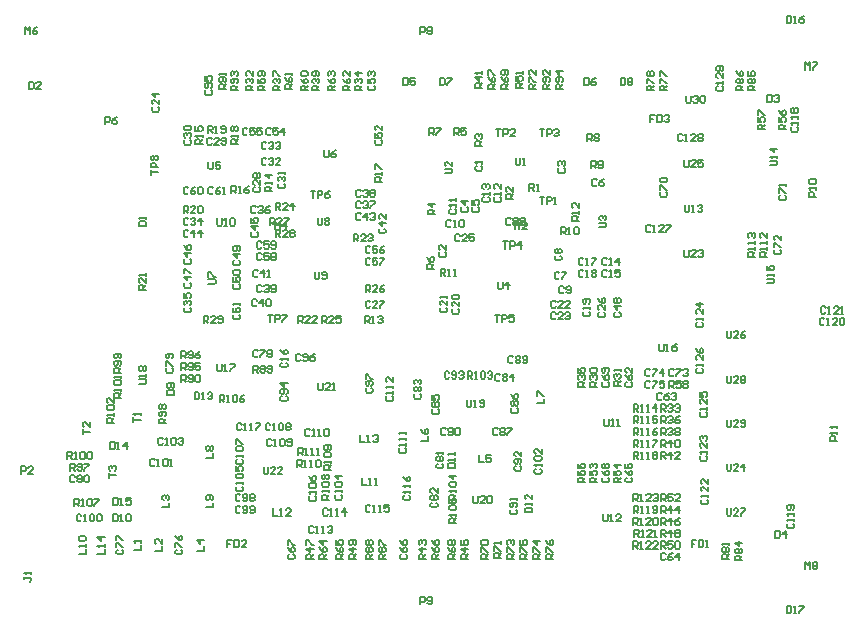
<source format=gbr>
%TF.GenerationSoftware,Altium Limited,Altium Designer,21.5.1 (32)*%
G04 Layer_Color=8388736*
%FSLAX45Y45*%
%MOMM*%
%TF.SameCoordinates,6D93875A-9943-4EB1-8E24-321CDD5DE8D5*%
%TF.FilePolarity,Positive*%
%TF.FileFunction,Other,Top_Designator*%
%TF.Part,Single*%
G01*
G75*
%TA.AperFunction,NonConductor*%
%ADD232C,0.13000*%
D232*
X5229965Y4000000D02*
X5219968Y3990003D01*
Y3970009D01*
X5229965Y3960013D01*
X5269952D01*
X5279949Y3970009D01*
Y3990003D01*
X5269952Y4000000D01*
X5279949Y4019993D02*
Y4039987D01*
Y4029990D01*
X5219968D01*
X5229965Y4019993D01*
X5015012Y3529952D02*
X5005015Y3539949D01*
X4985021D01*
X4975025Y3529952D01*
Y3489965D01*
X4985021Y3479968D01*
X5005015D01*
X5015012Y3489965D01*
X5035005Y3479968D02*
X5054999D01*
X5045002D01*
Y3539949D01*
X5035005Y3529952D01*
X5084989D02*
X5094985Y3539949D01*
X5114979D01*
X5124976Y3529952D01*
Y3489965D01*
X5114979Y3479968D01*
X5094985D01*
X5084989Y3489965D01*
Y3529952D01*
X5009965Y3635008D02*
X4999968Y3625012D01*
Y3605018D01*
X5009965Y3595021D01*
X5049952D01*
X5059949Y3605018D01*
Y3625012D01*
X5049952Y3635008D01*
X5059949Y3655002D02*
Y3674995D01*
Y3664999D01*
X4999968D01*
X5009965Y3655002D01*
X5059949Y3704985D02*
Y3724979D01*
Y3714982D01*
X4999968D01*
X5009965Y3704985D01*
X5110048Y3650003D02*
X5100051Y3640006D01*
Y3620013D01*
X5110048Y3610016D01*
X5150035D01*
X5160031Y3620013D01*
Y3640006D01*
X5150035Y3650003D01*
X5160031Y3699987D02*
X5100051D01*
X5130041Y3669997D01*
Y3709984D01*
X5199965Y3650003D02*
X5189968Y3640006D01*
Y3620013D01*
X5199965Y3610016D01*
X5239952D01*
X5249949Y3620013D01*
Y3640006D01*
X5239952Y3650003D01*
X5189968Y3709984D02*
Y3669997D01*
X5219959D01*
X5209962Y3689990D01*
Y3699987D01*
X5219959Y3709984D01*
X5239952D01*
X5249949Y3699987D01*
Y3679993D01*
X5239952Y3669997D01*
X5389965Y3735012D02*
X5379968Y3725015D01*
Y3705021D01*
X5389965Y3695025D01*
X5429952D01*
X5439949Y3705021D01*
Y3725015D01*
X5429952Y3735012D01*
X5439949Y3755005D02*
Y3774999D01*
Y3765002D01*
X5379968D01*
X5389965Y3755005D01*
X5439949Y3844976D02*
Y3804989D01*
X5399962Y3844976D01*
X5389965D01*
X5379968Y3834979D01*
Y3814986D01*
X5389965Y3804989D01*
X5289965Y3735012D02*
X5279968Y3725015D01*
Y3705021D01*
X5289965Y3695025D01*
X5329952D01*
X5339949Y3705021D01*
Y3725015D01*
X5329952Y3735012D01*
X5339949Y3755005D02*
Y3774999D01*
Y3765002D01*
X5279968D01*
X5289965Y3755005D01*
Y3804989D02*
X5279968Y3814986D01*
Y3834979D01*
X5289965Y3844976D01*
X5299962D01*
X5309959Y3834979D01*
Y3824982D01*
Y3834979D01*
X5319955Y3844976D01*
X5329952D01*
X5339949Y3834979D01*
Y3814986D01*
X5329952Y3804989D01*
X5929965Y3980003D02*
X5919968Y3970006D01*
Y3950013D01*
X5929965Y3940016D01*
X5969952D01*
X5979949Y3950013D01*
Y3970006D01*
X5969952Y3980003D01*
X5929965Y3999997D02*
X5919968Y4009993D01*
Y4029987D01*
X5929965Y4039984D01*
X5939962D01*
X5949958Y4029987D01*
Y4019990D01*
Y4029987D01*
X5959955Y4039984D01*
X5969952D01*
X5979949Y4029987D01*
Y4009993D01*
X5969952Y3999997D01*
X5930003Y3089952D02*
X5920007Y3099949D01*
X5900013D01*
X5890016Y3089952D01*
Y3049965D01*
X5900013Y3039968D01*
X5920007D01*
X5930003Y3049965D01*
X5949997Y3099949D02*
X5989984D01*
Y3089952D01*
X5949997Y3049965D01*
Y3039968D01*
X5900007Y3240003D02*
X5890010Y3230007D01*
Y3210013D01*
X5900007Y3200016D01*
X5939994D01*
X5949990Y3210013D01*
Y3230007D01*
X5939994Y3240003D01*
X5900007Y3259997D02*
X5890010Y3269994D01*
Y3289987D01*
X5900007Y3299984D01*
X5910003D01*
X5920000Y3289987D01*
X5929997Y3299984D01*
X5939994D01*
X5949990Y3289987D01*
Y3269994D01*
X5939994Y3259997D01*
X5929997D01*
X5920000Y3269994D01*
X5910003Y3259997D01*
X5900007D01*
X5920000Y3269994D02*
Y3289987D01*
X5970003Y2969993D02*
X5960007Y2979990D01*
X5940013D01*
X5930016Y2969993D01*
Y2930006D01*
X5940013Y2920010D01*
X5960007D01*
X5970003Y2930006D01*
X5989997D02*
X5999994Y2920010D01*
X6019987D01*
X6029984Y2930006D01*
Y2969993D01*
X6019987Y2979990D01*
X5999994D01*
X5989997Y2969993D01*
Y2959997D01*
X5999994Y2950000D01*
X6029984D01*
X5030048Y2790013D02*
X5020051Y2780016D01*
Y2760023D01*
X5030048Y2750026D01*
X5070035D01*
X5080031Y2760023D01*
Y2780016D01*
X5070035Y2790013D01*
X5080031Y2849994D02*
Y2810007D01*
X5040045Y2849994D01*
X5030048D01*
X5020051Y2839997D01*
Y2820003D01*
X5030048Y2810007D01*
Y2869987D02*
X5020051Y2879984D01*
Y2899977D01*
X5030048Y2909974D01*
X5070035D01*
X5080031Y2899977D01*
Y2879984D01*
X5070035Y2869987D01*
X5030048D01*
X4930048Y2800009D02*
X4920051Y2790013D01*
Y2770019D01*
X4930048Y2760022D01*
X4970035D01*
X4980031Y2770019D01*
Y2790013D01*
X4970035Y2800009D01*
X4980031Y2859990D02*
Y2820003D01*
X4940044Y2859990D01*
X4930048D01*
X4920051Y2849993D01*
Y2830000D01*
X4930048Y2820003D01*
X4980031Y2879984D02*
Y2899977D01*
Y2889980D01*
X4920051D01*
X4930048Y2879984D01*
X5900013Y2849952D02*
X5890016Y2859949D01*
X5870023D01*
X5860026Y2849952D01*
Y2809965D01*
X5870023Y2799968D01*
X5890016D01*
X5900013Y2809965D01*
X5959994Y2799968D02*
X5920007D01*
X5959994Y2839955D01*
Y2849952D01*
X5949997Y2859949D01*
X5930003D01*
X5920007Y2849952D01*
X6019974Y2799968D02*
X5979987D01*
X6019974Y2839955D01*
Y2849952D01*
X6009978Y2859949D01*
X5989984D01*
X5979987Y2849952D01*
X5900013Y2749952D02*
X5890016Y2759949D01*
X5870023D01*
X5860026Y2749952D01*
Y2709965D01*
X5870023Y2699968D01*
X5890016D01*
X5900013Y2709965D01*
X5959994Y2699968D02*
X5920007D01*
X5959994Y2739955D01*
Y2749952D01*
X5949997Y2759949D01*
X5930003D01*
X5920007Y2749952D01*
X5979987D02*
X5989984Y2759949D01*
X6009978D01*
X6019974Y2749952D01*
Y2739955D01*
X6009978Y2729958D01*
X5999981D01*
X6009978D01*
X6019974Y2719962D01*
Y2709965D01*
X6009978Y2699968D01*
X5989984D01*
X5979987Y2709965D01*
X4300006Y2120013D02*
X4290009Y2110016D01*
Y2090022D01*
X4300006Y2080026D01*
X4339993D01*
X4349990Y2090022D01*
Y2110016D01*
X4339993Y2120013D01*
Y2140006D02*
X4349990Y2150003D01*
Y2169997D01*
X4339993Y2179993D01*
X4300006D01*
X4290009Y2169997D01*
Y2150003D01*
X4300006Y2140006D01*
X4310003D01*
X4320000Y2150003D01*
Y2179993D01*
X4290009Y2199987D02*
Y2239974D01*
X4300006D01*
X4339993Y2199987D01*
X4349990D01*
X2940007Y4640013D02*
X2930010Y4630016D01*
Y4610023D01*
X2940007Y4600026D01*
X2979994D01*
X2989990Y4610023D01*
Y4630016D01*
X2979994Y4640013D01*
Y4660006D02*
X2989990Y4670003D01*
Y4689997D01*
X2979994Y4699993D01*
X2940007D01*
X2930010Y4689997D01*
Y4670003D01*
X2940007Y4660006D01*
X2950003D01*
X2960000Y4670003D01*
Y4699993D01*
X2930010Y4759974D02*
Y4719987D01*
X2960000D01*
X2950003Y4739981D01*
Y4749977D01*
X2960000Y4759974D01*
X2979994D01*
X2989990Y4749977D01*
Y4729984D01*
X2979994Y4719987D01*
X2690007Y750013D02*
X2680010Y740016D01*
Y720023D01*
X2690007Y710026D01*
X2729994D01*
X2739990Y720023D01*
Y740016D01*
X2729994Y750013D01*
X2680010Y770007D02*
Y809994D01*
X2690007D01*
X2729994Y770007D01*
X2739990D01*
X2680010Y869974D02*
X2690007Y849981D01*
X2710000Y829987D01*
X2729994D01*
X2739990Y839984D01*
Y859977D01*
X2729994Y869974D01*
X2719997D01*
X2710000Y859977D01*
Y829987D01*
X2575021Y1689993D02*
X2565025Y1699990D01*
X2545031D01*
X2535034Y1689993D01*
Y1650006D01*
X2545031Y1640010D01*
X2565025D01*
X2575021Y1650006D01*
X2595015Y1640010D02*
X2615008D01*
X2605012D01*
Y1699990D01*
X2595015Y1689993D01*
X2644999D02*
X2654995Y1699990D01*
X2674989D01*
X2684985Y1689993D01*
Y1650006D01*
X2674989Y1640010D01*
X2654995D01*
X2644999Y1650006D01*
Y1689993D01*
X2704979D02*
X2714976Y1699990D01*
X2734969D01*
X2744966Y1689993D01*
Y1679997D01*
X2734969Y1670000D01*
X2724973D01*
X2734969D01*
X2744966Y1660003D01*
Y1650006D01*
X2734969Y1640010D01*
X2714976D01*
X2704979Y1650006D01*
X2190007Y750013D02*
X2180010Y740016D01*
Y720023D01*
X2190007Y710026D01*
X2229994D01*
X2239990Y720023D01*
Y740016D01*
X2229994Y750013D01*
X2180010Y770007D02*
Y809994D01*
X2190007D01*
X2229994Y770007D01*
X2239990D01*
X2180010Y829987D02*
Y869974D01*
X2190007D01*
X2229994Y829987D01*
X2239990D01*
X3580007Y2050013D02*
X3570010Y2040016D01*
Y2020023D01*
X3580007Y2010026D01*
X3619994D01*
X3629990Y2020023D01*
Y2040016D01*
X3619994Y2050013D01*
Y2070007D02*
X3629990Y2080003D01*
Y2099997D01*
X3619994Y2109993D01*
X3580007D01*
X3570010Y2099997D01*
Y2080003D01*
X3580007Y2070007D01*
X3590003D01*
X3600000Y2080003D01*
Y2109993D01*
X3629990Y2159977D02*
X3570010D01*
X3600000Y2129987D01*
Y2169974D01*
X6500048Y2170013D02*
X6490051Y2160017D01*
Y2140023D01*
X6500048Y2130026D01*
X6540035D01*
X6550032Y2140023D01*
Y2160017D01*
X6540035Y2170013D01*
X6490051Y2229994D02*
X6500048Y2210000D01*
X6520041Y2190007D01*
X6540035D01*
X6550032Y2200003D01*
Y2219997D01*
X6540035Y2229994D01*
X6530038D01*
X6520041Y2219997D01*
Y2190007D01*
X6550032Y2289974D02*
Y2249987D01*
X6510045Y2289974D01*
X6500048D01*
X6490051Y2279978D01*
Y2259984D01*
X6500048Y2249987D01*
X6500047Y1360013D02*
X6490051Y1350016D01*
Y1330022D01*
X6500047Y1320026D01*
X6540034D01*
X6550031Y1330022D01*
Y1350016D01*
X6540034Y1360013D01*
X6490051Y1419993D02*
X6500047Y1400000D01*
X6520041Y1380006D01*
X6540034D01*
X6550031Y1390003D01*
Y1409997D01*
X6540034Y1419993D01*
X6530037D01*
X6520041Y1409997D01*
Y1380006D01*
X6490051Y1479974D02*
Y1439987D01*
X6520041D01*
X6510044Y1459981D01*
Y1469977D01*
X6520041Y1479974D01*
X6540034D01*
X6550031Y1469977D01*
Y1449984D01*
X6540034Y1439987D01*
X6299965Y1360013D02*
X6289968Y1350016D01*
Y1330022D01*
X6299965Y1320026D01*
X6339952D01*
X6349949Y1330022D01*
Y1350016D01*
X6339952Y1360013D01*
X6289968Y1419993D02*
X6299965Y1400000D01*
X6319958Y1380006D01*
X6339952D01*
X6349949Y1390003D01*
Y1409997D01*
X6339952Y1419993D01*
X6329955D01*
X6319958Y1409997D01*
Y1380006D01*
X6299965Y1439987D02*
X6289968Y1449984D01*
Y1469977D01*
X6299965Y1479974D01*
X6309962D01*
X6319958Y1469977D01*
X6329955Y1479974D01*
X6339952D01*
X6349949Y1469977D01*
Y1449984D01*
X6339952Y1439987D01*
X6329955D01*
X6319958Y1449984D01*
X6309962Y1439987D01*
X6299965D01*
X6319958Y1449984D02*
Y1469977D01*
X6299965Y2170013D02*
X6289968Y2160017D01*
Y2140023D01*
X6299965Y2130026D01*
X6339952D01*
X6349949Y2140023D01*
Y2160017D01*
X6339952Y2170013D01*
X6289968Y2229994D02*
X6299965Y2210000D01*
X6319959Y2190007D01*
X6339952D01*
X6349949Y2200003D01*
Y2219997D01*
X6339952Y2229994D01*
X6329955D01*
X6319959Y2219997D01*
Y2190007D01*
X6339952Y2249987D02*
X6349949Y2259984D01*
Y2279978D01*
X6339952Y2289974D01*
X6299965D01*
X6289968Y2279978D01*
Y2259984D01*
X6299965Y2249987D01*
X6309962D01*
X6319959Y2259984D01*
Y2289974D01*
X7760048Y3290013D02*
X7750051Y3280016D01*
Y3260023D01*
X7760048Y3250026D01*
X7800035D01*
X7810031Y3260023D01*
Y3280016D01*
X7800035Y3290013D01*
X7750051Y3310007D02*
Y3349994D01*
X7760048D01*
X7800035Y3310007D01*
X7810031D01*
Y3409974D02*
Y3369987D01*
X7770044Y3409974D01*
X7760048D01*
X7750051Y3399977D01*
Y3379984D01*
X7760048Y3369987D01*
X6830013Y710035D02*
X6820016Y720032D01*
X6800023D01*
X6790026Y710035D01*
Y670048D01*
X6800023Y660051D01*
X6820016D01*
X6830013Y670048D01*
X6889994Y720032D02*
X6870000Y710035D01*
X6850007Y690041D01*
Y670048D01*
X6860003Y660051D01*
X6879997D01*
X6889994Y670048D01*
Y680045D01*
X6879997Y690041D01*
X6850007D01*
X6939977Y660051D02*
Y720032D01*
X6909987Y690041D01*
X6949974D01*
X6790048Y3780013D02*
X6780051Y3770016D01*
Y3750022D01*
X6790048Y3740026D01*
X6830035D01*
X6840031Y3750022D01*
Y3770016D01*
X6830035Y3780013D01*
X6780051Y3800006D02*
Y3839993D01*
X6790048D01*
X6830035Y3800006D01*
X6840031D01*
X6790048Y3859987D02*
X6780051Y3869983D01*
Y3889977D01*
X6790048Y3899974D01*
X6830035D01*
X6840031Y3889977D01*
Y3869983D01*
X6830035Y3859987D01*
X6790048D01*
X7130048Y1545021D02*
X7120051Y1535025D01*
Y1515031D01*
X7130048Y1505034D01*
X7170035D01*
X7180031Y1515031D01*
Y1535025D01*
X7170035Y1545021D01*
X7180031Y1565015D02*
Y1585009D01*
Y1575012D01*
X7120051D01*
X7130048Y1565015D01*
X7180031Y1654986D02*
Y1614999D01*
X7140044Y1654986D01*
X7130048D01*
X7120051Y1644989D01*
Y1624995D01*
X7130048Y1614999D01*
Y1674979D02*
X7120051Y1684976D01*
Y1704969D01*
X7130048Y1714966D01*
X7140044D01*
X7150041Y1704969D01*
Y1694973D01*
Y1704969D01*
X7160038Y1714966D01*
X7170035D01*
X7180031Y1704969D01*
Y1684976D01*
X7170035Y1674979D01*
X7100048Y2675021D02*
X7090051Y2665024D01*
Y2645031D01*
X7100048Y2635034D01*
X7140034D01*
X7150031Y2645031D01*
Y2665024D01*
X7140034Y2675021D01*
X7150031Y2695015D02*
Y2715008D01*
Y2705011D01*
X7090051D01*
X7100048Y2695015D01*
X7150031Y2784985D02*
Y2744998D01*
X7110044Y2784985D01*
X7100048D01*
X7090051Y2774989D01*
Y2754995D01*
X7100048Y2744998D01*
X7150031Y2834969D02*
X7090051D01*
X7120041Y2804979D01*
Y2844966D01*
X7130047Y1915021D02*
X7120051Y1905024D01*
Y1885031D01*
X7130047Y1875034D01*
X7170034D01*
X7180031Y1885031D01*
Y1905024D01*
X7170034Y1915021D01*
X7180031Y1935015D02*
Y1955008D01*
Y1945011D01*
X7120051D01*
X7130047Y1935015D01*
X7180031Y2024985D02*
Y1984998D01*
X7140044Y2024985D01*
X7130047D01*
X7120051Y2014989D01*
Y1994995D01*
X7130047Y1984998D01*
X7120051Y2084966D02*
Y2044979D01*
X7150041D01*
X7140044Y2064973D01*
Y2074969D01*
X7150041Y2084966D01*
X7170034D01*
X7180031Y2074969D01*
Y2054976D01*
X7170034Y2044979D01*
X7100048Y2285021D02*
X7090051Y2275025D01*
Y2255031D01*
X7100048Y2245034D01*
X7140035D01*
X7150031Y2255031D01*
Y2275025D01*
X7140035Y2285021D01*
X7150031Y2305015D02*
Y2325009D01*
Y2315012D01*
X7090051D01*
X7100048Y2305015D01*
X7150031Y2394986D02*
Y2354999D01*
X7110044Y2394986D01*
X7100048D01*
X7090051Y2384989D01*
Y2364995D01*
X7100048Y2354999D01*
X7090051Y2454966D02*
X7100048Y2434973D01*
X7120041Y2414979D01*
X7140035D01*
X7150031Y2424976D01*
Y2444969D01*
X7140035Y2454966D01*
X7130038D01*
X7120041Y2444969D01*
Y2414979D01*
X6705021Y3490034D02*
X6695024Y3500031D01*
X6675031D01*
X6665034Y3490034D01*
Y3450047D01*
X6675031Y3440051D01*
X6695024D01*
X6705021Y3450047D01*
X6725015Y3440051D02*
X6745008D01*
X6735011D01*
Y3500031D01*
X6725015Y3490034D01*
X6814985Y3440051D02*
X6774998D01*
X6814985Y3480038D01*
Y3490034D01*
X6804989Y3500031D01*
X6784995D01*
X6774998Y3490034D01*
X6834979Y3500031D02*
X6874966D01*
Y3490034D01*
X6834979Y3450047D01*
Y3440051D01*
X6975021Y4259952D02*
X6965024Y4269949D01*
X6945031D01*
X6935034Y4259952D01*
Y4219965D01*
X6945031Y4209968D01*
X6965024D01*
X6975021Y4219965D01*
X6995015Y4209968D02*
X7015008D01*
X7005011D01*
Y4269949D01*
X6995015Y4259952D01*
X7084985Y4209968D02*
X7044998D01*
X7084985Y4249955D01*
Y4259952D01*
X7074989Y4269949D01*
X7054995D01*
X7044998Y4259952D01*
X7104979D02*
X7114976Y4269949D01*
X7134969D01*
X7144966Y4259952D01*
Y4249955D01*
X7134969Y4239958D01*
X7144966Y4229962D01*
Y4219965D01*
X7134969Y4209968D01*
X7114976D01*
X7104979Y4219965D01*
Y4229962D01*
X7114976Y4239958D01*
X7104979Y4249955D01*
Y4259952D01*
X7114976Y4239958D02*
X7134969D01*
X4920048Y3270003D02*
X4910051Y3260006D01*
Y3240013D01*
X4920048Y3230016D01*
X4960035D01*
X4970031Y3240013D01*
Y3260006D01*
X4960035Y3270003D01*
X4970031Y3329983D02*
Y3289996D01*
X4930044Y3329983D01*
X4920048D01*
X4910051Y3319987D01*
Y3299993D01*
X4920048Y3289996D01*
X5430013Y2229952D02*
X5420016Y2239949D01*
X5400023D01*
X5390026Y2229952D01*
Y2189965D01*
X5400023Y2179968D01*
X5420016D01*
X5430013Y2189965D01*
X5450007Y2229952D02*
X5460003Y2239949D01*
X5479997D01*
X5489994Y2229952D01*
Y2219955D01*
X5479997Y2209958D01*
X5489994Y2199962D01*
Y2189965D01*
X5479997Y2179968D01*
X5460003D01*
X5450007Y2189965D01*
Y2199962D01*
X5460003Y2209958D01*
X5450007Y2219955D01*
Y2229952D01*
X5460003Y2209958D02*
X5479997D01*
X5539977Y2179968D02*
Y2239949D01*
X5509987Y2209958D01*
X5549974D01*
X3230013Y1210034D02*
X3220016Y1220031D01*
X3200023D01*
X3190026Y1210034D01*
Y1170047D01*
X3200023Y1160051D01*
X3220016D01*
X3230013Y1170047D01*
X3250006D02*
X3260003Y1160051D01*
X3279997D01*
X3289993Y1170047D01*
Y1210034D01*
X3279997Y1220031D01*
X3260003D01*
X3250006Y1210034D01*
Y1200038D01*
X3260003Y1190041D01*
X3289993D01*
X3309987Y1210034D02*
X3319984Y1220031D01*
X3339977D01*
X3349974Y1210034D01*
Y1200038D01*
X3339977Y1190041D01*
X3349974Y1180044D01*
Y1170047D01*
X3339977Y1160051D01*
X3319984D01*
X3309987Y1170047D01*
Y1180044D01*
X3319984Y1190041D01*
X3309987Y1200038D01*
Y1210034D01*
X3319984Y1190041D02*
X3339977D01*
X3230013Y1109952D02*
X3220016Y1119949D01*
X3200023D01*
X3190026Y1109952D01*
Y1069965D01*
X3200023Y1059968D01*
X3220016D01*
X3230013Y1069965D01*
X3250006D02*
X3260003Y1059968D01*
X3279997D01*
X3289993Y1069965D01*
Y1109952D01*
X3279997Y1119949D01*
X3260003D01*
X3250006Y1109952D01*
Y1099955D01*
X3260003Y1089958D01*
X3289993D01*
X3309987Y1069965D02*
X3319984Y1059968D01*
X3339977D01*
X3349974Y1069965D01*
Y1109952D01*
X3339977Y1119949D01*
X3319984D01*
X3309987Y1109952D01*
Y1099955D01*
X3319984Y1089958D01*
X3349974D01*
X4040048Y1215021D02*
X4030051Y1205024D01*
Y1185031D01*
X4040048Y1175034D01*
X4080035D01*
X4090031Y1185031D01*
Y1205024D01*
X4080035Y1215021D01*
X4090031Y1235015D02*
Y1255008D01*
Y1245011D01*
X4030051D01*
X4040048Y1235015D01*
Y1284998D02*
X4030051Y1294995D01*
Y1314988D01*
X4040048Y1324985D01*
X4080035D01*
X4090031Y1314988D01*
Y1294995D01*
X4080035Y1284998D01*
X4040048D01*
X4090031Y1374969D02*
X4030051D01*
X4060041Y1344979D01*
Y1384966D01*
X3199965Y1285021D02*
X3189968Y1275025D01*
Y1255031D01*
X3199965Y1245034D01*
X3239952D01*
X3249949Y1255031D01*
Y1275025D01*
X3239952Y1285021D01*
X3249949Y1305015D02*
Y1325009D01*
Y1315012D01*
X3189968D01*
X3199965Y1305015D01*
Y1354999D02*
X3189968Y1364995D01*
Y1384989D01*
X3199965Y1394986D01*
X3239952D01*
X3249949Y1384989D01*
Y1364995D01*
X3239952Y1354999D01*
X3199965D01*
X3189968Y1454966D02*
Y1414979D01*
X3219959D01*
X3209962Y1434973D01*
Y1444969D01*
X3219959Y1454966D01*
X3239952D01*
X3249949Y1444969D01*
Y1424976D01*
X3239952Y1414979D01*
X3820047Y1205021D02*
X3810051Y1195024D01*
Y1175031D01*
X3820047Y1165034D01*
X3860034D01*
X3870031Y1175031D01*
Y1195024D01*
X3860034Y1205021D01*
X3870031Y1225015D02*
Y1245008D01*
Y1235011D01*
X3810051D01*
X3820047Y1225015D01*
Y1274998D02*
X3810051Y1284995D01*
Y1304988D01*
X3820047Y1314985D01*
X3860034D01*
X3870031Y1304988D01*
Y1284995D01*
X3860034Y1274998D01*
X3820047D01*
X3810051Y1374966D02*
X3820047Y1354972D01*
X3840041Y1334979D01*
X3860034D01*
X3870031Y1344975D01*
Y1364969D01*
X3860034Y1374966D01*
X3850038D01*
X3840041Y1364969D01*
Y1334979D01*
X3200006Y1515021D02*
X3190009Y1505024D01*
Y1485031D01*
X3200006Y1475034D01*
X3239993D01*
X3249990Y1485031D01*
Y1505024D01*
X3239993Y1515021D01*
X3249990Y1535014D02*
Y1555008D01*
Y1545011D01*
X3190009D01*
X3200006Y1535014D01*
Y1584998D02*
X3190009Y1594995D01*
Y1614988D01*
X3200006Y1624985D01*
X3239993D01*
X3249990Y1614988D01*
Y1594995D01*
X3239993Y1584998D01*
X3200006D01*
X3190009Y1644979D02*
Y1684966D01*
X3200006D01*
X3239993Y1644979D01*
X3249990D01*
X3485021Y1810034D02*
X3475025Y1820031D01*
X3455031D01*
X3445034Y1810034D01*
Y1770048D01*
X3455031Y1760051D01*
X3475025D01*
X3485021Y1770048D01*
X3505015Y1760051D02*
X3525008D01*
X3515012D01*
Y1820031D01*
X3505015Y1810034D01*
X3554998D02*
X3564995Y1820031D01*
X3584989D01*
X3594985Y1810034D01*
Y1770048D01*
X3584989Y1760051D01*
X3564995D01*
X3554998Y1770048D01*
Y1810034D01*
X3614979D02*
X3624976Y1820031D01*
X3644969D01*
X3654966Y1810034D01*
Y1800038D01*
X3644969Y1790041D01*
X3654966Y1780044D01*
Y1770048D01*
X3644969Y1760051D01*
X3624976D01*
X3614979Y1770048D01*
Y1780044D01*
X3624976Y1790041D01*
X3614979Y1800038D01*
Y1810034D01*
X3624976Y1790041D02*
X3644969D01*
X3240020Y1809993D02*
X3230023Y1819990D01*
X3210029D01*
X3200033Y1809993D01*
Y1770006D01*
X3210029Y1760010D01*
X3230023D01*
X3240020Y1770006D01*
X3260013Y1760010D02*
X3280007D01*
X3270010D01*
Y1819990D01*
X3260013Y1809993D01*
X3309997Y1760010D02*
X3329991D01*
X3319994D01*
Y1819990D01*
X3309997Y1809993D01*
X3359981Y1819990D02*
X3399968D01*
Y1809993D01*
X3359981Y1770006D01*
Y1760010D01*
X3495021Y1680034D02*
X3485025Y1690031D01*
X3465031D01*
X3455034Y1680034D01*
Y1640048D01*
X3465031Y1630051D01*
X3485025D01*
X3495021Y1640048D01*
X3515015Y1630051D02*
X3535008D01*
X3525011D01*
Y1690031D01*
X3515015Y1680034D01*
X3564998D02*
X3574995Y1690031D01*
X3594989D01*
X3604985Y1680034D01*
Y1640048D01*
X3594989Y1630051D01*
X3574995D01*
X3564998Y1640048D01*
Y1680034D01*
X3624979Y1640048D02*
X3634976Y1630051D01*
X3654969D01*
X3664966Y1640048D01*
Y1680034D01*
X3654969Y1690031D01*
X3634976D01*
X3624979Y1680034D01*
Y1670038D01*
X3634976Y1660041D01*
X3664966D01*
X3850020Y939952D02*
X3840023Y949949D01*
X3820029D01*
X3810033Y939952D01*
Y899965D01*
X3820029Y889968D01*
X3840023D01*
X3850020Y899965D01*
X3870013Y889968D02*
X3890007D01*
X3880010D01*
Y949949D01*
X3870013Y939952D01*
X3919997Y889968D02*
X3939991D01*
X3929994D01*
Y949949D01*
X3919997Y939952D01*
X3969981D02*
X3979977Y949949D01*
X3999971D01*
X4009968Y939952D01*
Y929955D01*
X3999971Y919959D01*
X3989974D01*
X3999971D01*
X4009968Y909962D01*
Y899965D01*
X3999971Y889968D01*
X3979977D01*
X3969981Y899965D01*
X3820020Y1759993D02*
X3810023Y1769990D01*
X3790030D01*
X3780033Y1759993D01*
Y1720006D01*
X3790030Y1710010D01*
X3810023D01*
X3820020Y1720006D01*
X3840013Y1710010D02*
X3860007D01*
X3850010D01*
Y1769990D01*
X3840013Y1759993D01*
X3889997Y1710010D02*
X3909991D01*
X3899994D01*
Y1769990D01*
X3889997Y1759993D01*
X3939981D02*
X3949977Y1769990D01*
X3969971D01*
X3979968Y1759993D01*
Y1720006D01*
X3969971Y1710010D01*
X3949977D01*
X3939981Y1720006D01*
Y1759993D01*
X3970020Y1089993D02*
X3960023Y1099990D01*
X3940029D01*
X3930033Y1089993D01*
Y1050006D01*
X3940029Y1040010D01*
X3960023D01*
X3970020Y1050006D01*
X3990013Y1040010D02*
X4010007D01*
X4000010D01*
Y1099990D01*
X3990013Y1089993D01*
X4039997Y1040010D02*
X4059991D01*
X4049994D01*
Y1099990D01*
X4039997Y1089993D01*
X4119971Y1040010D02*
Y1099990D01*
X4089981Y1070000D01*
X4129968D01*
X4620007Y1210019D02*
X4610010Y1200023D01*
Y1180029D01*
X4620007Y1170032D01*
X4659993D01*
X4669990Y1180029D01*
Y1200023D01*
X4659993Y1210019D01*
X4669990Y1230013D02*
Y1250007D01*
Y1240010D01*
X4610010D01*
X4620007Y1230013D01*
X4669990Y1279997D02*
Y1299990D01*
Y1289993D01*
X4610010D01*
X4620007Y1279997D01*
X4610010Y1369967D02*
X4620007Y1349974D01*
X4640000Y1329980D01*
X4659993D01*
X4669990Y1339977D01*
Y1359971D01*
X4659993Y1369967D01*
X4649997D01*
X4640000Y1359971D01*
Y1329980D01*
X4330020Y1119993D02*
X4320023Y1129990D01*
X4300029D01*
X4290033Y1119993D01*
Y1080006D01*
X4300029Y1070010D01*
X4320023D01*
X4330020Y1080006D01*
X4350013Y1070010D02*
X4370007D01*
X4360010D01*
Y1129990D01*
X4350013Y1119993D01*
X4399997Y1070010D02*
X4419991D01*
X4409994D01*
Y1129990D01*
X4399997Y1119993D01*
X4489968Y1129990D02*
X4449981D01*
Y1100000D01*
X4469974Y1109997D01*
X4479971D01*
X4489968Y1100000D01*
Y1080006D01*
X4479971Y1070010D01*
X4459977D01*
X4449981Y1080006D01*
X8185018Y2799952D02*
X8175021Y2809949D01*
X8155028D01*
X8145031Y2799952D01*
Y2759965D01*
X8155028Y2749968D01*
X8175021D01*
X8185018Y2759965D01*
X8205012Y2749968D02*
X8225005D01*
X8215008D01*
Y2809949D01*
X8205012Y2799952D01*
X8294982Y2749968D02*
X8254995D01*
X8294982Y2789955D01*
Y2799952D01*
X8284985Y2809949D01*
X8264992D01*
X8254995Y2799952D01*
X8314976Y2749968D02*
X8334969D01*
X8324972D01*
Y2809949D01*
X8314976Y2799952D01*
X1830013Y1370035D02*
X1820016Y1380032D01*
X1800023D01*
X1790026Y1370035D01*
Y1330048D01*
X1800023Y1320051D01*
X1820016D01*
X1830013Y1330048D01*
X1850007Y1370035D02*
X1860003Y1380032D01*
X1879997D01*
X1889994Y1370035D01*
Y1360038D01*
X1879997Y1350041D01*
X1889994Y1340045D01*
Y1330048D01*
X1879997Y1320051D01*
X1860003D01*
X1850007Y1330048D01*
Y1340045D01*
X1860003Y1350041D01*
X1850007Y1360038D01*
Y1370035D01*
X1860003Y1350041D02*
X1879997D01*
X1909987Y1370035D02*
X1919984Y1380032D01*
X1939978D01*
X1949974Y1370035D01*
Y1330048D01*
X1939978Y1320051D01*
X1919984D01*
X1909987Y1330048D01*
Y1370035D01*
X6800013Y2070034D02*
X6790016Y2080031D01*
X6770023D01*
X6760026Y2070034D01*
Y2030048D01*
X6770023Y2020051D01*
X6790016D01*
X6800013Y2030048D01*
X6859994Y2080031D02*
X6840000Y2070034D01*
X6820007Y2050041D01*
Y2030048D01*
X6830003Y2020051D01*
X6849997D01*
X6859994Y2030048D01*
Y2040044D01*
X6849997Y2050041D01*
X6820007D01*
X6879987Y2070034D02*
X6889984Y2080031D01*
X6909978D01*
X6919974Y2070034D01*
Y2060038D01*
X6909978Y2050041D01*
X6899981D01*
X6909978D01*
X6919974Y2040044D01*
Y2030048D01*
X6909978Y2020051D01*
X6889984D01*
X6879987Y2030048D01*
X3580006Y2335011D02*
X3570009Y2325015D01*
Y2305021D01*
X3580006Y2295024D01*
X3619993D01*
X3629990Y2305021D01*
Y2325015D01*
X3619993Y2335011D01*
X3629990Y2355005D02*
Y2374999D01*
Y2365002D01*
X3570009D01*
X3580006Y2355005D01*
X3570009Y2444976D02*
X3580006Y2424982D01*
X3600000Y2404989D01*
X3619993D01*
X3629990Y2414985D01*
Y2434979D01*
X3619993Y2444976D01*
X3609996D01*
X3600000Y2434979D01*
Y2404989D01*
X6135012Y3209952D02*
X6125015Y3219949D01*
X6105021D01*
X6095025Y3209952D01*
Y3169965D01*
X6105021Y3159968D01*
X6125015D01*
X6135012Y3169965D01*
X6155005Y3159968D02*
X6174999D01*
X6165002D01*
Y3219949D01*
X6155005Y3209952D01*
X6204989Y3219949D02*
X6244976D01*
Y3209952D01*
X6204989Y3169965D01*
Y3159968D01*
X6135012Y3109952D02*
X6125015Y3119949D01*
X6105021D01*
X6095025Y3109952D01*
Y3069965D01*
X6105021Y3059968D01*
X6125015D01*
X6135012Y3069965D01*
X6155005Y3059968D02*
X6174999D01*
X6165002D01*
Y3119949D01*
X6155005Y3109952D01*
X6204989D02*
X6214986Y3119949D01*
X6234979D01*
X6244976Y3109952D01*
Y3099955D01*
X6234979Y3089959D01*
X6244976Y3079962D01*
Y3069965D01*
X6234979Y3059968D01*
X6214986D01*
X6204989Y3069965D01*
Y3079962D01*
X6214986Y3089959D01*
X6204989Y3099955D01*
Y3109952D01*
X6214986Y3089959D02*
X6234979D01*
X7900048Y4330020D02*
X7890051Y4320023D01*
Y4300029D01*
X7900048Y4290033D01*
X7940035D01*
X7950031Y4300029D01*
Y4320023D01*
X7940035Y4330020D01*
X7950031Y4350013D02*
Y4370007D01*
Y4360010D01*
X7890051D01*
X7900048Y4350013D01*
X7950031Y4399997D02*
Y4419991D01*
Y4409994D01*
X7890051D01*
X7900048Y4399997D01*
Y4449981D02*
X7890051Y4459977D01*
Y4479971D01*
X7900048Y4489968D01*
X7910044D01*
X7920041Y4479971D01*
X7930038Y4489968D01*
X7940035D01*
X7950031Y4479971D01*
Y4459977D01*
X7940035Y4449981D01*
X7930038D01*
X7920041Y4459977D01*
X7910044Y4449981D01*
X7900048D01*
X7920041Y4459977D02*
Y4479971D01*
X8175021Y2700034D02*
X8165025Y2710031D01*
X8145031D01*
X8135034Y2700034D01*
Y2660048D01*
X8145031Y2650051D01*
X8165025D01*
X8175021Y2660048D01*
X8195015Y2650051D02*
X8215008D01*
X8205012D01*
Y2710031D01*
X8195015Y2700034D01*
X8284985Y2650051D02*
X8244998D01*
X8284985Y2690038D01*
Y2700034D01*
X8274989Y2710031D01*
X8254995D01*
X8244998Y2700034D01*
X8304979D02*
X8314976Y2710031D01*
X8334969D01*
X8344966Y2700034D01*
Y2660048D01*
X8334969Y2650051D01*
X8314976D01*
X8304979Y2660048D01*
Y2700034D01*
X4590048Y710013D02*
X4580051Y700016D01*
Y680023D01*
X4590048Y670026D01*
X4630035D01*
X4640031Y680023D01*
Y700016D01*
X4630035Y710013D01*
X4580051Y769994D02*
X4590048Y750000D01*
X4610041Y730007D01*
X4630035D01*
X4640031Y740003D01*
Y759997D01*
X4630035Y769994D01*
X4620038D01*
X4610041Y759997D01*
Y730007D01*
X4580051Y829974D02*
X4590048Y809981D01*
X4610041Y789987D01*
X4630035D01*
X4640031Y799984D01*
Y819978D01*
X4630035Y829974D01*
X4620038D01*
X4610041Y819978D01*
Y789987D01*
X3640048Y710013D02*
X3630051Y700016D01*
Y680023D01*
X3640048Y670026D01*
X3680035D01*
X3690031Y680023D01*
Y700016D01*
X3680035Y710013D01*
X3630051Y769994D02*
X3640048Y750000D01*
X3660041Y730007D01*
X3680035D01*
X3690031Y740003D01*
Y759997D01*
X3680035Y769994D01*
X3670038D01*
X3660041Y759997D01*
Y730007D01*
X3630051Y789987D02*
Y829974D01*
X3640048D01*
X3680035Y789987D01*
X3690031D01*
X7870048Y970019D02*
X7860051Y960023D01*
Y940029D01*
X7870048Y930032D01*
X7910034D01*
X7920031Y940029D01*
Y960023D01*
X7910034Y970019D01*
X7920031Y990013D02*
Y1010007D01*
Y1000010D01*
X7860051D01*
X7870048Y990013D01*
X7920031Y1039997D02*
Y1059990D01*
Y1049993D01*
X7860051D01*
X7870048Y1039997D01*
X7910034Y1089980D02*
X7920031Y1099977D01*
Y1119971D01*
X7910034Y1129967D01*
X7870048D01*
X7860051Y1119971D01*
Y1099977D01*
X7870048Y1089980D01*
X7880044D01*
X7890041Y1099977D01*
Y1129967D01*
X1885021Y1039993D02*
X1875024Y1049990D01*
X1855031D01*
X1845034Y1039993D01*
Y1000006D01*
X1855031Y990010D01*
X1875024D01*
X1885021Y1000006D01*
X1905015Y990010D02*
X1925008D01*
X1915011D01*
Y1049990D01*
X1905015Y1039993D01*
X1954998D02*
X1964995Y1049990D01*
X1984989D01*
X1994985Y1039993D01*
Y1000006D01*
X1984989Y990010D01*
X1964995D01*
X1954998Y1000006D01*
Y1039993D01*
X2014979D02*
X2024976Y1049990D01*
X2044969D01*
X2054966Y1039993D01*
Y1000006D01*
X2044969Y990010D01*
X2024976D01*
X2014979Y1000006D01*
Y1039993D01*
X7854240Y5272490D02*
Y5212510D01*
X7884230D01*
X7894227Y5222506D01*
Y5262493D01*
X7884230Y5272490D01*
X7854240D01*
X7914221Y5212510D02*
X7934214D01*
X7924217D01*
Y5272490D01*
X7914221Y5262493D01*
X8004191Y5272490D02*
X7984198Y5262493D01*
X7964204Y5242500D01*
Y5222506D01*
X7974201Y5212510D01*
X7994195D01*
X8004191Y5222506D01*
Y5232503D01*
X7994195Y5242500D01*
X7964204D01*
X7854240Y272490D02*
Y212510D01*
X7884230D01*
X7894227Y222507D01*
Y262494D01*
X7884230Y272490D01*
X7854240D01*
X7914221Y212510D02*
X7934214D01*
X7924217D01*
Y272490D01*
X7914221Y262494D01*
X7964204Y272490D02*
X8004191D01*
Y262494D01*
X7964204Y222507D01*
Y212510D01*
X7690016Y4602490D02*
Y4542510D01*
X7720007D01*
X7730003Y4552507D01*
Y4592493D01*
X7720007Y4602490D01*
X7690016D01*
X7749997Y4592493D02*
X7759994Y4602490D01*
X7779987D01*
X7789984Y4592493D01*
Y4582497D01*
X7779987Y4572500D01*
X7769991D01*
X7779987D01*
X7789984Y4562503D01*
Y4552507D01*
X7779987Y4542510D01*
X7759994D01*
X7749997Y4552507D01*
X7760016Y912490D02*
Y852510D01*
X7790007D01*
X7800003Y862507D01*
Y902493D01*
X7790007Y912490D01*
X7760016D01*
X7849987Y852510D02*
Y912490D01*
X7819997Y882500D01*
X7859984D01*
X4760010Y1670016D02*
X4819990D01*
Y1710003D01*
X4760010Y1769984D02*
X4770007Y1749991D01*
X4790000Y1729997D01*
X4809994D01*
X4819990Y1739994D01*
Y1759987D01*
X4809994Y1769984D01*
X4799997D01*
X4790000Y1759987D01*
Y1729997D01*
X2330010Y750013D02*
X2389990D01*
Y790000D01*
Y809994D02*
Y829987D01*
Y819990D01*
X2330010D01*
X2340007Y809994D01*
X2510010Y740016D02*
X2569990D01*
Y780003D01*
Y839984D02*
Y799997D01*
X2530003Y839984D01*
X2520007D01*
X2510010Y829987D01*
Y809994D01*
X2520007Y799997D01*
X1860010Y715024D02*
X1919990D01*
Y755011D01*
Y775005D02*
Y794999D01*
Y785002D01*
X1860010D01*
X1870007Y775005D01*
Y824989D02*
X1860010Y834985D01*
Y854979D01*
X1870007Y864976D01*
X1909994D01*
X1919990Y854979D01*
Y834985D01*
X1909994Y824989D01*
X1870007D01*
X1410516Y5113510D02*
Y5173490D01*
X1430510Y5153497D01*
X1450503Y5173490D01*
Y5113510D01*
X1510484Y5173490D02*
X1490491Y5163493D01*
X1470497Y5143500D01*
Y5123506D01*
X1480494Y5113510D01*
X1500487D01*
X1510484Y5123506D01*
Y5133503D01*
X1500487Y5143500D01*
X1470497D01*
X8014516Y4816010D02*
Y4875990D01*
X8034510Y4855997D01*
X8054503Y4875990D01*
Y4816010D01*
X8074497Y4875990D02*
X8114484D01*
Y4865993D01*
X8074497Y4826006D01*
Y4816010D01*
X8014516Y585010D02*
Y644990D01*
X8034510Y624997D01*
X8054503Y644990D01*
Y585010D01*
X8074497Y634993D02*
X8084494Y644990D01*
X8104487D01*
X8114484Y634993D01*
Y624997D01*
X8104487Y615000D01*
X8114484Y605003D01*
Y595006D01*
X8104487Y585010D01*
X8084494D01*
X8074497Y595006D01*
Y605003D01*
X8084494Y615000D01*
X8074497Y624997D01*
Y634993D01*
X8084494Y615000D02*
X8104487D01*
X5678013Y3790010D02*
Y3849990D01*
X5708003D01*
X5718000Y3839993D01*
Y3820000D01*
X5708003Y3810003D01*
X5678013D01*
X5698006D02*
X5718000Y3790010D01*
X5737993D02*
X5757987D01*
X5747990D01*
Y3849990D01*
X5737993Y3839993D01*
X5539990Y3720016D02*
X5480010D01*
Y3750007D01*
X5490007Y3760003D01*
X5510000D01*
X5519997Y3750007D01*
Y3720016D01*
Y3740010D02*
X5539990Y3760003D01*
Y3819984D02*
Y3779997D01*
X5500003Y3819984D01*
X5490007D01*
X5480010Y3809987D01*
Y3789994D01*
X5490007Y3779997D01*
X4830016Y4260010D02*
Y4319990D01*
X4860007D01*
X4870003Y4309993D01*
Y4290000D01*
X4860007Y4280003D01*
X4830016D01*
X4850010D02*
X4870003Y4260010D01*
X4889997Y4319990D02*
X4929984D01*
Y4309993D01*
X4889997Y4270006D01*
Y4260010D01*
X6168016Y4210010D02*
Y4269990D01*
X6198007D01*
X6208003Y4259993D01*
Y4240000D01*
X6198007Y4230003D01*
X6168016D01*
X6188010D02*
X6208003Y4210010D01*
X6227997Y4259993D02*
X6237994Y4269990D01*
X6257987D01*
X6267984Y4259993D01*
Y4249997D01*
X6257987Y4240000D01*
X6267984Y4230003D01*
Y4220006D01*
X6257987Y4210010D01*
X6237994D01*
X6227997Y4220006D01*
Y4230003D01*
X6237994Y4240000D01*
X6227997Y4249997D01*
Y4259993D01*
X6237994Y4240000D02*
X6257987D01*
X6200370Y3980010D02*
Y4039990D01*
X6230360D01*
X6240357Y4029993D01*
Y4010000D01*
X6230360Y4000003D01*
X6200370D01*
X6220363D02*
X6240357Y3980010D01*
X6260350Y3990006D02*
X6270347Y3980010D01*
X6290341D01*
X6300337Y3990006D01*
Y4029993D01*
X6290341Y4039990D01*
X6270347D01*
X6260350Y4029993D01*
Y4019997D01*
X6270347Y4010000D01*
X6300337D01*
X4869990Y3130016D02*
X4810009D01*
Y3160006D01*
X4820006Y3170003D01*
X4840000D01*
X4849996Y3160006D01*
Y3130016D01*
Y3150010D02*
X4869990Y3170003D01*
X4810009Y3229984D02*
X4820006Y3209990D01*
X4840000Y3189997D01*
X4859993D01*
X4869990Y3199993D01*
Y3219987D01*
X4859993Y3229984D01*
X4849996D01*
X4840000Y3219987D01*
Y3189997D01*
X6149990Y2130026D02*
X6090010D01*
Y2160017D01*
X6100007Y2170013D01*
X6120000D01*
X6129997Y2160017D01*
Y2130026D01*
Y2150020D02*
X6149990Y2170013D01*
X6100007Y2190007D02*
X6090010Y2200003D01*
Y2219997D01*
X6100007Y2229994D01*
X6110003D01*
X6120000Y2219997D01*
Y2210000D01*
Y2219997D01*
X6129997Y2229994D01*
X6139994D01*
X6149990Y2219997D01*
Y2200003D01*
X6139994Y2190007D01*
X6090010Y2289974D02*
Y2249987D01*
X6120000D01*
X6110003Y2269981D01*
Y2279978D01*
X6120000Y2289974D01*
X6139994D01*
X6149990Y2279978D01*
Y2259984D01*
X6139994Y2249987D01*
X7689990Y3230032D02*
X7630009D01*
Y3260023D01*
X7640006Y3270019D01*
X7660000D01*
X7669996Y3260023D01*
Y3230032D01*
Y3250026D02*
X7689990Y3270019D01*
Y3290013D02*
Y3310007D01*
Y3300010D01*
X7630009D01*
X7640006Y3290013D01*
X7689990Y3339997D02*
Y3359990D01*
Y3349993D01*
X7630009D01*
X7640006Y3339997D01*
X7689990Y3429967D02*
Y3389980D01*
X7650003Y3429967D01*
X7640006D01*
X7630009Y3419971D01*
Y3399977D01*
X7640006Y3389980D01*
X6149990Y1320026D02*
X6090010D01*
Y1350016D01*
X6100007Y1360013D01*
X6120000D01*
X6129997Y1350016D01*
Y1320026D01*
Y1340019D02*
X6149990Y1360013D01*
X6090010Y1419993D02*
Y1380006D01*
X6120000D01*
X6110003Y1400000D01*
Y1409997D01*
X6120000Y1419993D01*
X6139994D01*
X6149990Y1409997D01*
Y1390003D01*
X6139994Y1380006D01*
X6090010Y1479974D02*
Y1439987D01*
X6120000D01*
X6110003Y1459981D01*
Y1469977D01*
X6120000Y1479974D01*
X6139994D01*
X6149990Y1469977D01*
Y1449984D01*
X6139994Y1439987D01*
X7589990Y3230032D02*
X7530010D01*
Y3260023D01*
X7540007Y3270019D01*
X7560000D01*
X7569997Y3260023D01*
Y3230032D01*
Y3250026D02*
X7589990Y3270019D01*
Y3290013D02*
Y3310007D01*
Y3300010D01*
X7530010D01*
X7540007Y3290013D01*
X7589990Y3339997D02*
Y3359990D01*
Y3349993D01*
X7530010D01*
X7540007Y3339997D01*
Y3389980D02*
X7530010Y3399977D01*
Y3419971D01*
X7540007Y3429967D01*
X7550003D01*
X7560000Y3419971D01*
Y3409974D01*
Y3419971D01*
X7569997Y3429967D01*
X7579993D01*
X7589990Y3419971D01*
Y3399977D01*
X7579993Y3389980D01*
X4879990Y3590016D02*
X4820009D01*
Y3620006D01*
X4830006Y3630003D01*
X4850000D01*
X4859996Y3620006D01*
Y3590016D01*
Y3610010D02*
X4879990Y3630003D01*
Y3679987D02*
X4820009D01*
X4850000Y3649997D01*
Y3689984D01*
X4925021Y3070010D02*
Y3129990D01*
X4955011D01*
X4965008Y3119993D01*
Y3100000D01*
X4955011Y3090003D01*
X4925021D01*
X4945015D02*
X4965008Y3070010D01*
X4985002D02*
X5004995D01*
X4994998D01*
Y3129990D01*
X4985002Y3119993D01*
X5034985Y3070010D02*
X5054979D01*
X5044982D01*
Y3129990D01*
X5034985Y3119993D01*
X2730026Y2170010D02*
Y2229990D01*
X2760016D01*
X2770013Y2219994D01*
Y2200000D01*
X2760016Y2190003D01*
X2730026D01*
X2750020D02*
X2770013Y2170010D01*
X2790007Y2180007D02*
X2800003Y2170010D01*
X2819997D01*
X2829994Y2180007D01*
Y2219994D01*
X2819997Y2229990D01*
X2800003D01*
X2790007Y2219994D01*
Y2209997D01*
X2800003Y2200000D01*
X2829994D01*
X2849987Y2219994D02*
X2859984Y2229990D01*
X2879977D01*
X2889974Y2219994D01*
Y2180007D01*
X2879977Y2170010D01*
X2859984D01*
X2849987Y2180007D01*
Y2219994D01*
X2730026Y2270010D02*
Y2329990D01*
X2760016D01*
X2770013Y2319993D01*
Y2300000D01*
X2760016Y2290003D01*
X2730026D01*
X2750020D02*
X2770013Y2270010D01*
X2790007Y2280006D02*
X2800003Y2270010D01*
X2819997D01*
X2829994Y2280006D01*
Y2319993D01*
X2819997Y2329990D01*
X2800003D01*
X2790007Y2319993D01*
Y2309997D01*
X2800003Y2300000D01*
X2829994D01*
X2889974Y2329990D02*
X2849987D01*
Y2300000D01*
X2869981Y2309997D01*
X2879977D01*
X2889974Y2300000D01*
Y2280006D01*
X2879977Y2270010D01*
X2859984D01*
X2849987Y2280006D01*
X3339990Y4640026D02*
X3280009D01*
Y4670016D01*
X3290006Y4680013D01*
X3310000D01*
X3319996Y4670016D01*
Y4640026D01*
Y4660019D02*
X3339990Y4680013D01*
X3290006Y4700006D02*
X3280009Y4710003D01*
Y4729997D01*
X3290006Y4739993D01*
X3300003D01*
X3310000Y4729997D01*
Y4720000D01*
Y4729997D01*
X3319996Y4739993D01*
X3329993D01*
X3339990Y4729997D01*
Y4710003D01*
X3329993Y4700006D01*
X3339990Y4799974D02*
Y4759987D01*
X3300003Y4799974D01*
X3290006D01*
X3280009Y4789977D01*
Y4769984D01*
X3290006Y4759987D01*
X5395026Y4309990D02*
X5435013D01*
X5415020D01*
Y4250010D01*
X5455007D02*
Y4309990D01*
X5484997D01*
X5494994Y4299993D01*
Y4280000D01*
X5484997Y4270003D01*
X5455007D01*
X5554974Y4250010D02*
X5514987D01*
X5554974Y4289997D01*
Y4299993D01*
X5544977Y4309990D01*
X5524984D01*
X5514987Y4299993D01*
X5765023Y3739990D02*
X5805010D01*
X5785016D01*
Y3680010D01*
X5825003D02*
Y3739990D01*
X5854994D01*
X5864990Y3729993D01*
Y3710000D01*
X5854994Y3700003D01*
X5825003D01*
X5884984Y3680010D02*
X5904978D01*
X5894981D01*
Y3739990D01*
X5884984Y3729993D01*
X5765026Y4309990D02*
X5805013D01*
X5785020D01*
Y4250010D01*
X5825007D02*
Y4309990D01*
X5854997D01*
X5864994Y4299993D01*
Y4280000D01*
X5854997Y4270003D01*
X5825007D01*
X5884987Y4299993D02*
X5894984Y4309990D01*
X5914978D01*
X5924974Y4299993D01*
Y4289997D01*
X5914978Y4280000D01*
X5904981D01*
X5914978D01*
X5924974Y4270003D01*
Y4260006D01*
X5914978Y4250010D01*
X5894984D01*
X5884987Y4260006D01*
X5455026Y3359990D02*
X5495013D01*
X5475020D01*
Y3300009D01*
X5515007D02*
Y3359990D01*
X5544997D01*
X5554994Y3349993D01*
Y3330000D01*
X5544997Y3320003D01*
X5515007D01*
X5604978Y3300009D02*
Y3359990D01*
X5574987Y3330000D01*
X5614974D01*
X4960010Y3936095D02*
X5009994D01*
X5019990Y3946091D01*
Y3966085D01*
X5009994Y3976082D01*
X4960010D01*
X5019990Y4036062D02*
Y3996075D01*
X4980003Y4036062D01*
X4970007D01*
X4960010Y4026066D01*
Y4006072D01*
X4970007Y3996075D01*
X5560013Y4069990D02*
Y4020006D01*
X5570010Y4010010D01*
X5590003D01*
X5600000Y4020006D01*
Y4069990D01*
X5619994Y4010010D02*
X5639987D01*
X5629990D01*
Y4069990D01*
X5619994Y4059993D01*
X5410016Y3017490D02*
Y2967506D01*
X5420013Y2957509D01*
X5440007D01*
X5450003Y2967506D01*
Y3017490D01*
X5499987Y2957509D02*
Y3017490D01*
X5469997Y2987500D01*
X5509984D01*
X6311710Y1859990D02*
Y1810007D01*
X6321706Y1800010D01*
X6341700D01*
X6351697Y1810007D01*
Y1859990D01*
X6371690Y1800010D02*
X6391684D01*
X6381687D01*
Y1859990D01*
X6371690Y1849994D01*
X6421674Y1800010D02*
X6441668D01*
X6431671D01*
Y1859990D01*
X6421674Y1849994D01*
X7346447Y2599990D02*
Y2550006D01*
X7356444Y2540010D01*
X7376438D01*
X7386434Y2550006D01*
Y2599990D01*
X7446415Y2540010D02*
X7406428D01*
X7446415Y2579997D01*
Y2589993D01*
X7436418Y2599990D01*
X7416425D01*
X7406428Y2589993D01*
X7506395Y2599990D02*
X7486402Y2589993D01*
X7466408Y2570000D01*
Y2550006D01*
X7476405Y2540010D01*
X7496399D01*
X7506395Y2550006D01*
Y2560003D01*
X7496399Y2570000D01*
X7466408D01*
X6986447Y3289990D02*
Y3240006D01*
X6996444Y3230010D01*
X7016438D01*
X7026434Y3240006D01*
Y3289990D01*
X7086415Y3230010D02*
X7046428D01*
X7086415Y3269997D01*
Y3279993D01*
X7076418Y3289990D01*
X7056425D01*
X7046428Y3279993D01*
X7106408D02*
X7116405Y3289990D01*
X7136399D01*
X7146395Y3279993D01*
Y3269997D01*
X7136399Y3260000D01*
X7126402D01*
X7136399D01*
X7146395Y3250003D01*
Y3240006D01*
X7136399Y3230010D01*
X7116405D01*
X7106408Y3240006D01*
X7346447Y2219990D02*
Y2170006D01*
X7356444Y2160010D01*
X7376438D01*
X7386434Y2170006D01*
Y2219990D01*
X7446415Y2160010D02*
X7406428D01*
X7446415Y2199997D01*
Y2209993D01*
X7436418Y2219990D01*
X7416425D01*
X7406428Y2209993D01*
X7466408D02*
X7476405Y2219990D01*
X7496399D01*
X7506395Y2209993D01*
Y2199997D01*
X7496399Y2190000D01*
X7506395Y2180003D01*
Y2170006D01*
X7496399Y2160010D01*
X7476405D01*
X7466408Y2170006D01*
Y2180003D01*
X7476405Y2190000D01*
X7466408Y2199997D01*
Y2209993D01*
X7476405Y2190000D02*
X7496399D01*
X6301714Y1049990D02*
Y1000006D01*
X6311710Y990010D01*
X6331704D01*
X6341701Y1000006D01*
Y1049990D01*
X6361694Y990010D02*
X6381688D01*
X6371691D01*
Y1049990D01*
X6361694Y1039993D01*
X6451665Y990010D02*
X6411678D01*
X6451665Y1029997D01*
Y1039993D01*
X6441668Y1049990D01*
X6421674D01*
X6411678Y1039993D01*
X7689561Y3004759D02*
X7739545D01*
X7749541Y3014755D01*
Y3034749D01*
X7739545Y3044746D01*
X7689561D01*
X7749541Y3064739D02*
Y3084733D01*
Y3074736D01*
X7689561D01*
X7699558Y3064739D01*
X7689561Y3154710D02*
Y3114723D01*
X7719551D01*
X7709554Y3134717D01*
Y3144713D01*
X7719551Y3154710D01*
X7739545D01*
X7749541Y3144713D01*
Y3124720D01*
X7739545Y3114723D01*
X7346447Y1479990D02*
Y1430006D01*
X7356444Y1420010D01*
X7376438D01*
X7386434Y1430006D01*
Y1479990D01*
X7446415Y1420010D02*
X7406428D01*
X7446415Y1459997D01*
Y1469993D01*
X7436418Y1479990D01*
X7416425D01*
X7406428Y1469993D01*
X7496399Y1420010D02*
Y1479990D01*
X7466408Y1450000D01*
X7506395D01*
X7346447Y1849990D02*
Y1800006D01*
X7356444Y1790010D01*
X7376438D01*
X7386434Y1800006D01*
Y1849990D01*
X7446415Y1790010D02*
X7406428D01*
X7446415Y1829997D01*
Y1839993D01*
X7436418Y1849990D01*
X7416425D01*
X7406428Y1839993D01*
X7466408Y1800006D02*
X7476405Y1790010D01*
X7496399D01*
X7506395Y1800006D01*
Y1839993D01*
X7496399Y1849990D01*
X7476405D01*
X7466408Y1839993D01*
Y1829997D01*
X7476405Y1820000D01*
X7506395D01*
X7346447Y1099990D02*
Y1050006D01*
X7356444Y1040010D01*
X7376438D01*
X7386434Y1050006D01*
Y1099990D01*
X7446415Y1040010D02*
X7406428D01*
X7446415Y1079997D01*
Y1089993D01*
X7436418Y1099990D01*
X7416425D01*
X7406428Y1089993D01*
X7466408Y1099990D02*
X7506395D01*
Y1089993D01*
X7466408Y1050006D01*
Y1040010D01*
X6991446Y3669990D02*
Y3620006D01*
X7001443Y3610010D01*
X7021436D01*
X7031433Y3620006D01*
Y3669990D01*
X7051427Y3610010D02*
X7071420D01*
X7061423D01*
Y3669990D01*
X7051427Y3659993D01*
X7101410D02*
X7111407Y3669990D01*
X7131401D01*
X7141397Y3659993D01*
Y3649997D01*
X7131401Y3640000D01*
X7121404D01*
X7131401D01*
X7141397Y3630003D01*
Y3620006D01*
X7131401Y3610010D01*
X7111407D01*
X7101410Y3620006D01*
X7717199Y4005235D02*
X7767183D01*
X7777180Y4015231D01*
Y4035225D01*
X7767183Y4045222D01*
X7717199D01*
X7777180Y4065215D02*
Y4085209D01*
Y4075212D01*
X7717199D01*
X7727196Y4065215D01*
X7777180Y4145189D02*
X7717199D01*
X7747189Y4115199D01*
Y4155186D01*
X3426447Y1449990D02*
Y1400006D01*
X3436444Y1390010D01*
X3456438D01*
X3466434Y1400006D01*
Y1449990D01*
X3526415Y1390010D02*
X3486428D01*
X3526415Y1429997D01*
Y1439993D01*
X3516418Y1449990D01*
X3496425D01*
X3486428Y1439993D01*
X3586395Y1390010D02*
X3546408D01*
X3586395Y1429997D01*
Y1439993D01*
X3576399Y1449990D01*
X3556405D01*
X3546408Y1439993D01*
X6270010Y3480016D02*
X6319994D01*
X6329990Y3490013D01*
Y3510007D01*
X6319994Y3520003D01*
X6270010D01*
X6280007Y3539997D02*
X6270010Y3549994D01*
Y3569987D01*
X6280007Y3579984D01*
X6290003D01*
X6300000Y3569987D01*
Y3559991D01*
Y3569987D01*
X6309997Y3579984D01*
X6319994D01*
X6329990Y3569987D01*
Y3549994D01*
X6319994Y3539997D01*
X4754516Y5114010D02*
Y5173990D01*
X4784507D01*
X4794503Y5163993D01*
Y5144000D01*
X4784507Y5134003D01*
X4754516D01*
X4814497Y5163993D02*
X4824494Y5173990D01*
X4844487D01*
X4854484Y5163993D01*
Y5153997D01*
X4844487Y5144000D01*
X4854484Y5134003D01*
Y5124006D01*
X4844487Y5114010D01*
X4824494D01*
X4814497Y5124006D01*
Y5134003D01*
X4824494Y5144000D01*
X4814497Y5153997D01*
Y5163993D01*
X4824494Y5144000D02*
X4844487D01*
X4754516Y288010D02*
Y347990D01*
X4784507D01*
X4794503Y337993D01*
Y318000D01*
X4784507Y308003D01*
X4754516D01*
X4814497Y298006D02*
X4824494Y288010D01*
X4844487D01*
X4854484Y298006D01*
Y337993D01*
X4844487Y347990D01*
X4824494D01*
X4814497Y337993D01*
Y327997D01*
X4824494Y318000D01*
X4854484D01*
X7090010Y829990D02*
X7050023D01*
Y800000D01*
X7070016D01*
X7050023D01*
Y770010D01*
X7110003Y829990D02*
Y770010D01*
X7139994D01*
X7149990Y780006D01*
Y819993D01*
X7139994Y829990D01*
X7110003D01*
X7169984Y770010D02*
X7189977D01*
X7179981D01*
Y829990D01*
X7169984Y819993D01*
X3160013Y829990D02*
X3120026D01*
Y800000D01*
X3140020D01*
X3120026D01*
Y770010D01*
X3180007Y829990D02*
Y770010D01*
X3209997D01*
X3219994Y780006D01*
Y819993D01*
X3209997Y829990D01*
X3180007D01*
X3279974Y770010D02*
X3239987D01*
X3279974Y809997D01*
Y819993D01*
X3269977Y829990D01*
X3249984D01*
X3239987Y819993D01*
X6740013Y4429990D02*
X6700026D01*
Y4400000D01*
X6720020D01*
X6700026D01*
Y4370010D01*
X6760007Y4429990D02*
Y4370010D01*
X6789997D01*
X6799994Y4380006D01*
Y4419993D01*
X6789997Y4429990D01*
X6760007D01*
X6819987Y4419993D02*
X6829984Y4429990D01*
X6849977D01*
X6859974Y4419993D01*
Y4409997D01*
X6849977Y4400000D01*
X6839981D01*
X6849977D01*
X6859974Y4390003D01*
Y4380006D01*
X6849977Y4370010D01*
X6829984D01*
X6819987Y4380006D01*
X3380013Y2429952D02*
X3370016Y2439949D01*
X3350023D01*
X3340026Y2429952D01*
Y2389965D01*
X3350023Y2379968D01*
X3370016D01*
X3380013Y2389965D01*
X3400007Y2439949D02*
X3439994D01*
Y2429952D01*
X3400007Y2389965D01*
Y2379968D01*
X3459987Y2429952D02*
X3469984Y2439949D01*
X3489978D01*
X3499974Y2429952D01*
Y2419955D01*
X3489978Y2409959D01*
X3499974Y2399962D01*
Y2389965D01*
X3489978Y2379968D01*
X3469984D01*
X3459987Y2389965D01*
Y2399962D01*
X3469984Y2409959D01*
X3459987Y2419955D01*
Y2429952D01*
X3469984Y2409959D02*
X3489978D01*
X4610016Y4742490D02*
Y4682510D01*
X4640007D01*
X4650003Y4692506D01*
Y4732493D01*
X4640007Y4742490D01*
X4610016D01*
X4709984D02*
X4669997D01*
Y4712500D01*
X4689991Y4722497D01*
X4699987D01*
X4709984Y4712500D01*
Y4692506D01*
X4699987Y4682510D01*
X4679994D01*
X4669997Y4692506D01*
X6140016Y4742490D02*
Y4682510D01*
X6170007D01*
X6180003Y4692506D01*
Y4732493D01*
X6170007Y4742490D01*
X6140016D01*
X6239984D02*
X6219991Y4732493D01*
X6199997Y4712500D01*
Y4692506D01*
X6209994Y4682510D01*
X6229987D01*
X6239984Y4692506D01*
Y4702503D01*
X6229987Y4712500D01*
X6199997D01*
X4459990Y670026D02*
X4400010D01*
Y700016D01*
X4410007Y710013D01*
X4430000D01*
X4439997Y700016D01*
Y670026D01*
Y690020D02*
X4459990Y710013D01*
X4410007Y730007D02*
X4400010Y740003D01*
Y759997D01*
X4410007Y769994D01*
X4420003D01*
X4430000Y759997D01*
X4439997Y769994D01*
X4449994D01*
X4459990Y759997D01*
Y740003D01*
X4449994Y730007D01*
X4439997D01*
X4430000Y740003D01*
X4420003Y730007D01*
X4410007D01*
X4430000Y740003D02*
Y759997D01*
X4400010Y789987D02*
Y829974D01*
X4410007D01*
X4449994Y789987D01*
X4459990D01*
X4349990Y670026D02*
X4290010D01*
Y700016D01*
X4300007Y710013D01*
X4320000D01*
X4329997Y700016D01*
Y670026D01*
Y690020D02*
X4349990Y710013D01*
X4300007Y730007D02*
X4290010Y740003D01*
Y759997D01*
X4300007Y769994D01*
X4310003D01*
X4320000Y759997D01*
X4329997Y769994D01*
X4339994D01*
X4349990Y759997D01*
Y740003D01*
X4339994Y730007D01*
X4329997D01*
X4320000Y740003D01*
X4310003Y730007D01*
X4300007D01*
X4320000Y740003D02*
Y759997D01*
X4300007Y789987D02*
X4290010Y799984D01*
Y819978D01*
X4300007Y829974D01*
X4310003D01*
X4320000Y819978D01*
X4329997Y829974D01*
X4339994D01*
X4349990Y819978D01*
Y799984D01*
X4339994Y789987D01*
X4329997D01*
X4320000Y799984D01*
X4310003Y789987D01*
X4300007D01*
X4320000Y799984D02*
Y819978D01*
X3340026Y2250010D02*
Y2309990D01*
X3370016D01*
X3380013Y2299993D01*
Y2280000D01*
X3370016Y2270003D01*
X3340026D01*
X3360020D02*
X3380013Y2250010D01*
X3400007Y2299993D02*
X3410003Y2309990D01*
X3429997D01*
X3439994Y2299993D01*
Y2289997D01*
X3429997Y2280000D01*
X3439994Y2270003D01*
Y2260006D01*
X3429997Y2250010D01*
X3410003D01*
X3400007Y2260006D01*
Y2270003D01*
X3410003Y2280000D01*
X3400007Y2289997D01*
Y2299993D01*
X3410003Y2280000D02*
X3429997D01*
X3459987Y2260006D02*
X3469984Y2250010D01*
X3489978D01*
X3499974Y2260006D01*
Y2299993D01*
X3489978Y2309990D01*
X3469984D01*
X3459987Y2299993D01*
Y2289997D01*
X3469984Y2280000D01*
X3499974D01*
X2730026Y2370010D02*
Y2429990D01*
X2760016D01*
X2770013Y2419993D01*
Y2400000D01*
X2760016Y2390003D01*
X2730026D01*
X2750020D02*
X2770013Y2370010D01*
X2790007Y2380006D02*
X2800003Y2370010D01*
X2819997D01*
X2829994Y2380006D01*
Y2419993D01*
X2819997Y2429990D01*
X2800003D01*
X2790007Y2419993D01*
Y2409997D01*
X2800003Y2400000D01*
X2829994D01*
X2889974Y2429990D02*
X2869981Y2419993D01*
X2849987Y2400000D01*
Y2380006D01*
X2859984Y2370010D01*
X2879977D01*
X2889974Y2380006D01*
Y2390003D01*
X2879977Y2400000D01*
X2849987D01*
X3109990Y4650023D02*
X3050010D01*
Y4680013D01*
X3060007Y4690010D01*
X3080000D01*
X3089997Y4680013D01*
Y4650023D01*
Y4670016D02*
X3109990Y4690010D01*
X3099994Y4710003D02*
X3109990Y4720000D01*
Y4739994D01*
X3099994Y4749990D01*
X3060007D01*
X3050010Y4739994D01*
Y4720000D01*
X3060007Y4710003D01*
X3070003D01*
X3080000Y4720000D01*
Y4749990D01*
X3109990Y4769984D02*
Y4789977D01*
Y4779981D01*
X3050010D01*
X3060007Y4769984D01*
X5849990Y4650026D02*
X5790010D01*
Y4680016D01*
X5800006Y4690013D01*
X5820000D01*
X5829996Y4680016D01*
Y4650026D01*
Y4670019D02*
X5849990Y4690013D01*
X5839993Y4710006D02*
X5849990Y4720003D01*
Y4739997D01*
X5839993Y4749993D01*
X5800006D01*
X5790010Y4739997D01*
Y4720003D01*
X5800006Y4710006D01*
X5810003D01*
X5820000Y4720003D01*
Y4749993D01*
X5849990Y4809974D02*
Y4769987D01*
X5810003Y4809974D01*
X5800006D01*
X5790010Y4799977D01*
Y4779984D01*
X5800006Y4769987D01*
X3523016Y3463010D02*
Y3522990D01*
X3543010Y3502997D01*
X3563003Y3522990D01*
Y3463010D01*
X3612987D02*
Y3522990D01*
X3582997Y3493000D01*
X3622984D01*
X3033945Y2319990D02*
Y2270006D01*
X3043942Y2260009D01*
X3063935D01*
X3073932Y2270006D01*
Y2319990D01*
X3093926Y2260009D02*
X3113919D01*
X3103922D01*
Y2319990D01*
X3093926Y2309993D01*
X3143909Y2319990D02*
X3183896D01*
Y2309993D01*
X3143909Y2270006D01*
Y2260009D01*
X6335011Y3210034D02*
X6325015Y3220031D01*
X6305021D01*
X6295024Y3210034D01*
Y3170048D01*
X6305021Y3160051D01*
X6325015D01*
X6335011Y3170048D01*
X6355005Y3160051D02*
X6374999D01*
X6365002D01*
Y3220031D01*
X6355005Y3210034D01*
X6434979Y3160051D02*
Y3220031D01*
X6404989Y3190041D01*
X6444976D01*
X6335011Y3110034D02*
X6325015Y3120031D01*
X6305021D01*
X6295024Y3110034D01*
Y3070047D01*
X6305021Y3060051D01*
X6325015D01*
X6335011Y3070047D01*
X6355005Y3060051D02*
X6374999D01*
X6365002D01*
Y3120031D01*
X6355005Y3110034D01*
X6444976Y3120031D02*
X6404989D01*
Y3090041D01*
X6424982Y3100038D01*
X6434979D01*
X6444976Y3090041D01*
Y3070047D01*
X6434979Y3060051D01*
X6414985D01*
X6404989Y3070047D01*
X2940010Y1530016D02*
X2999990D01*
Y1570003D01*
X2950007Y1589997D02*
X2940010Y1599993D01*
Y1619987D01*
X2950007Y1629984D01*
X2960003D01*
X2970000Y1619987D01*
X2979997Y1629984D01*
X2989994D01*
X2999990Y1619987D01*
Y1599993D01*
X2989994Y1589997D01*
X2979997D01*
X2970000Y1599993D01*
X2960003Y1589997D01*
X2950007D01*
X2970000Y1599993D02*
Y1619987D01*
X4860048Y1940013D02*
X4850051Y1930016D01*
Y1910023D01*
X4860048Y1900026D01*
X4900035D01*
X4910031Y1910023D01*
Y1930016D01*
X4900035Y1940013D01*
X4860048Y1960007D02*
X4850051Y1970003D01*
Y1989997D01*
X4860048Y1999994D01*
X4870044D01*
X4880041Y1989997D01*
X4890038Y1999994D01*
X4900035D01*
X4910031Y1989997D01*
Y1970003D01*
X4900035Y1960007D01*
X4890038D01*
X4880041Y1970003D01*
X4870044Y1960007D01*
X4860048D01*
X4880041Y1970003D02*
Y1989997D01*
X4850051Y2059974D02*
Y2019987D01*
X4880041D01*
X4870044Y2039981D01*
Y2049978D01*
X4880041Y2059974D01*
X4900035D01*
X4910031Y2049978D01*
Y2029984D01*
X4900035Y2019987D01*
X5530048Y1950013D02*
X5520051Y1940016D01*
Y1920023D01*
X5530048Y1910026D01*
X5570035D01*
X5580032Y1920023D01*
Y1940016D01*
X5570035Y1950013D01*
X5530048Y1970007D02*
X5520051Y1980003D01*
Y1999997D01*
X5530048Y2009994D01*
X5540045D01*
X5550041Y1999997D01*
X5560038Y2009994D01*
X5570035D01*
X5580032Y1999997D01*
Y1980003D01*
X5570035Y1970007D01*
X5560038D01*
X5550041Y1980003D01*
X5540045Y1970007D01*
X5530048D01*
X5550041Y1980003D02*
Y1999997D01*
X5520051Y2069974D02*
X5530048Y2049981D01*
X5550041Y2029987D01*
X5570035D01*
X5580032Y2039984D01*
Y2059978D01*
X5570035Y2069974D01*
X5560038D01*
X5550041Y2059978D01*
Y2029987D01*
X4970013Y1769993D02*
X4960016Y1779990D01*
X4940023D01*
X4930026Y1769993D01*
Y1730006D01*
X4940023Y1720010D01*
X4960016D01*
X4970013Y1730006D01*
X4990007D02*
X5000003Y1720010D01*
X5019997D01*
X5029993Y1730006D01*
Y1769993D01*
X5019997Y1779990D01*
X5000003D01*
X4990007Y1769993D01*
Y1759997D01*
X5000003Y1750000D01*
X5029993D01*
X5049987Y1769993D02*
X5059984Y1779990D01*
X5079977D01*
X5089974Y1769993D01*
Y1730006D01*
X5079977Y1720010D01*
X5059984D01*
X5049987Y1730006D01*
Y1769993D01*
X5410013D02*
X5400016Y1779990D01*
X5380023D01*
X5370026Y1769993D01*
Y1730006D01*
X5380023Y1720010D01*
X5400016D01*
X5410013Y1730006D01*
X5430007Y1769993D02*
X5440003Y1779990D01*
X5459997D01*
X5469994Y1769993D01*
Y1759997D01*
X5459997Y1750000D01*
X5469994Y1740003D01*
Y1730006D01*
X5459997Y1720010D01*
X5440003D01*
X5430007Y1730006D01*
Y1740003D01*
X5440003Y1750000D01*
X5430007Y1759997D01*
Y1769993D01*
X5440003Y1750000D02*
X5459997D01*
X5489987Y1779990D02*
X5529974D01*
Y1769993D01*
X5489987Y1730006D01*
Y1720010D01*
X5519965Y1090010D02*
X5509968Y1080013D01*
Y1060019D01*
X5519965Y1050023D01*
X5559952D01*
X5569949Y1060019D01*
Y1080013D01*
X5559952Y1090010D01*
Y1110003D02*
X5569949Y1120000D01*
Y1139994D01*
X5559952Y1149990D01*
X5519965D01*
X5509968Y1139994D01*
Y1120000D01*
X5519965Y1110003D01*
X5529962D01*
X5539959Y1120000D01*
Y1149990D01*
X5569949Y1169984D02*
Y1189978D01*
Y1179981D01*
X5509968D01*
X5519965Y1169984D01*
X5560007Y1460013D02*
X5550010Y1450016D01*
Y1430023D01*
X5560007Y1420026D01*
X5599994D01*
X5609990Y1430023D01*
Y1450016D01*
X5599994Y1460013D01*
Y1480007D02*
X5609990Y1490003D01*
Y1509997D01*
X5599994Y1519994D01*
X5560007D01*
X5550010Y1509997D01*
Y1490003D01*
X5560007Y1480007D01*
X5570003D01*
X5580000Y1490003D01*
Y1519994D01*
X5609990Y1579974D02*
Y1539987D01*
X5570003Y1579974D01*
X5560007D01*
X5550010Y1569978D01*
Y1549984D01*
X5560007Y1539987D01*
X5000013Y2249952D02*
X4990016Y2259949D01*
X4970023D01*
X4960026Y2249952D01*
Y2209965D01*
X4970023Y2199968D01*
X4990016D01*
X5000013Y2209965D01*
X5020007D02*
X5030003Y2199968D01*
X5049997D01*
X5059994Y2209965D01*
Y2249952D01*
X5049997Y2259949D01*
X5030003D01*
X5020007Y2249952D01*
Y2239955D01*
X5030003Y2229959D01*
X5059994D01*
X5079987Y2249952D02*
X5089984Y2259949D01*
X5109978D01*
X5119974Y2249952D01*
Y2239955D01*
X5109978Y2229959D01*
X5099981D01*
X5109978D01*
X5119974Y2219962D01*
Y2209965D01*
X5109978Y2199968D01*
X5089984D01*
X5079987Y2209965D01*
X4580007Y1610016D02*
X4570010Y1600020D01*
Y1580026D01*
X4580007Y1570029D01*
X4619994D01*
X4629990Y1580026D01*
Y1600020D01*
X4619994Y1610016D01*
X4629990Y1630010D02*
Y1650004D01*
Y1640007D01*
X4570010D01*
X4580007Y1630010D01*
X4629990Y1679994D02*
Y1699987D01*
Y1689990D01*
X4570010D01*
X4580007Y1679994D01*
X4629990Y1729977D02*
Y1749971D01*
Y1739974D01*
X4570010D01*
X4580007Y1729977D01*
X4710006Y2070013D02*
X4700009Y2060016D01*
Y2040023D01*
X4710006Y2030026D01*
X4749993D01*
X4759990Y2040023D01*
Y2060016D01*
X4749993Y2070013D01*
X4710006Y2090006D02*
X4700009Y2100003D01*
Y2119997D01*
X4710006Y2129993D01*
X4720003D01*
X4730000Y2119997D01*
X4739996Y2129993D01*
X4749993D01*
X4759990Y2119997D01*
Y2100003D01*
X4749993Y2090006D01*
X4739996D01*
X4730000Y2100003D01*
X4720003Y2090006D01*
X4710006D01*
X4730000Y2100003D02*
Y2119997D01*
X4710006Y2149987D02*
X4700009Y2159984D01*
Y2179977D01*
X4710006Y2189974D01*
X4720003D01*
X4730000Y2179977D01*
Y2169981D01*
Y2179977D01*
X4739996Y2189974D01*
X4749993D01*
X4759990Y2179977D01*
Y2159984D01*
X4749993Y2149987D01*
X4900048Y1480009D02*
X4890051Y1470013D01*
Y1450019D01*
X4900048Y1440023D01*
X4940035D01*
X4950031Y1450019D01*
Y1470013D01*
X4940035Y1480009D01*
X4900048Y1500003D02*
X4890051Y1510000D01*
Y1529993D01*
X4900048Y1539990D01*
X4910044D01*
X4920041Y1529993D01*
X4930038Y1539990D01*
X4940035D01*
X4950031Y1529993D01*
Y1510000D01*
X4940035Y1500003D01*
X4930038D01*
X4920041Y1510000D01*
X4910044Y1500003D01*
X4900048D01*
X4920041Y1510000D02*
Y1529993D01*
X4950031Y1559984D02*
Y1579977D01*
Y1569980D01*
X4890051D01*
X4900048Y1559984D01*
X5520013Y3549993D02*
X5510016Y3559990D01*
X5490023D01*
X5480026Y3549993D01*
Y3510006D01*
X5490023Y3500010D01*
X5510016D01*
X5520013Y3510006D01*
X5540007Y3549993D02*
X5550003Y3559990D01*
X5569997D01*
X5579994Y3549993D01*
Y3539997D01*
X5569997Y3530000D01*
X5579994Y3520003D01*
Y3510006D01*
X5569997Y3500010D01*
X5550003D01*
X5540007Y3510006D01*
Y3520003D01*
X5550003Y3530000D01*
X5540007Y3539997D01*
Y3549993D01*
X5550003Y3530000D02*
X5569997D01*
X5599987Y3549993D02*
X5609984Y3559990D01*
X5629978D01*
X5639974Y3549993D01*
Y3539997D01*
X5629978Y3530000D01*
X5639974Y3520003D01*
Y3510006D01*
X5629978Y3500010D01*
X5609984D01*
X5599987Y3510006D01*
Y3520003D01*
X5609984Y3530000D01*
X5599987Y3539997D01*
Y3549993D01*
X5609984Y3530000D02*
X5629978D01*
X4990009Y1443771D02*
X5049990D01*
Y1473761D01*
X5039993Y1483758D01*
X5000006D01*
X4990009Y1473761D01*
Y1443771D01*
X5049990Y1503751D02*
Y1523745D01*
Y1513748D01*
X4990009D01*
X5000006Y1503751D01*
X5049990Y1553735D02*
Y1573729D01*
Y1563732D01*
X4990009D01*
X5000006Y1553735D01*
X5640010Y1066274D02*
X5699990D01*
Y1096265D01*
X5689994Y1106261D01*
X5650007D01*
X5640010Y1096265D01*
Y1066274D01*
X5699990Y1126255D02*
Y1146249D01*
Y1136252D01*
X5640010D01*
X5650007Y1126255D01*
X5699990Y1216226D02*
Y1176239D01*
X5660003Y1216226D01*
X5650007D01*
X5640010Y1206229D01*
Y1186235D01*
X5650007Y1176239D01*
X5250016Y1549990D02*
Y1490010D01*
X5290003D01*
X5349984Y1549990D02*
X5309997D01*
Y1520000D01*
X5329991Y1529997D01*
X5339987D01*
X5349984Y1520000D01*
Y1500006D01*
X5339987Y1490010D01*
X5319994D01*
X5309997Y1500006D01*
X5879990Y670026D02*
X5820010D01*
Y700016D01*
X5830007Y710013D01*
X5850000D01*
X5859997Y700016D01*
Y670026D01*
Y690020D02*
X5879990Y710013D01*
X5820010Y730007D02*
Y769994D01*
X5830007D01*
X5869994Y730007D01*
X5879990D01*
X5820010Y829974D02*
X5830007Y809981D01*
X5850000Y789987D01*
X5869994D01*
X5879990Y799984D01*
Y819978D01*
X5869994Y829974D01*
X5859997D01*
X5850000Y819978D01*
Y789987D01*
X2599990Y1820026D02*
X2540009D01*
Y1850016D01*
X2550006Y1860013D01*
X2570000D01*
X2579996Y1850016D01*
Y1820026D01*
Y1840019D02*
X2599990Y1860013D01*
X2589993Y1880006D02*
X2599990Y1890003D01*
Y1909997D01*
X2589993Y1919993D01*
X2550006D01*
X2540009Y1909997D01*
Y1890003D01*
X2550006Y1880006D01*
X2560003D01*
X2570000Y1890003D01*
Y1919993D01*
X2550006Y1939987D02*
X2540009Y1949984D01*
Y1969977D01*
X2550006Y1979974D01*
X2560003D01*
X2570000Y1969977D01*
X2579996Y1979974D01*
X2589993D01*
X2599990Y1969977D01*
Y1949984D01*
X2589993Y1939987D01*
X2579996D01*
X2570000Y1949984D01*
X2560003Y1939987D01*
X2550006D01*
X2570000Y1949984D02*
Y1969977D01*
X5059990Y975034D02*
X5000010D01*
Y1005025D01*
X5010007Y1015021D01*
X5030000D01*
X5039997Y1005025D01*
Y975034D01*
Y995028D02*
X5059990Y1015021D01*
Y1035015D02*
Y1055009D01*
Y1045012D01*
X5000010D01*
X5010007Y1035015D01*
Y1084999D02*
X5000010Y1094995D01*
Y1114989D01*
X5010007Y1124986D01*
X5049994D01*
X5059990Y1114989D01*
Y1094995D01*
X5049994Y1084999D01*
X5010007D01*
X5000010Y1184966D02*
Y1144979D01*
X5030000D01*
X5020003Y1164973D01*
Y1174969D01*
X5030000Y1184966D01*
X5049994D01*
X5059990Y1174969D01*
Y1154976D01*
X5049994Y1144979D01*
X2219990Y2250026D02*
X2160010D01*
Y2280016D01*
X2170007Y2290013D01*
X2190000D01*
X2199997Y2280016D01*
Y2250026D01*
Y2270020D02*
X2219990Y2290013D01*
X2209994Y2310007D02*
X2219990Y2320003D01*
Y2339997D01*
X2209994Y2349994D01*
X2170007D01*
X2160010Y2339997D01*
Y2320003D01*
X2170007Y2310007D01*
X2180003D01*
X2190000Y2320003D01*
Y2349994D01*
X2209994Y2369987D02*
X2219990Y2379984D01*
Y2399977D01*
X2209994Y2409974D01*
X2170007D01*
X2160010Y2399977D01*
Y2379984D01*
X2170007Y2369987D01*
X2180003D01*
X2190000Y2379984D01*
Y2409974D01*
X5059990Y1175034D02*
X5000010D01*
Y1205024D01*
X5010006Y1215021D01*
X5030000D01*
X5039997Y1205024D01*
Y1175034D01*
Y1195028D02*
X5059990Y1215021D01*
Y1235015D02*
Y1255008D01*
Y1245011D01*
X5000010D01*
X5010006Y1235015D01*
Y1284998D02*
X5000010Y1294995D01*
Y1314988D01*
X5010006Y1324985D01*
X5049993D01*
X5059990Y1314988D01*
Y1294995D01*
X5049993Y1284998D01*
X5010006D01*
X5059990Y1374969D02*
X5000010D01*
X5030000Y1344979D01*
Y1384966D01*
X1895010Y1730016D02*
Y1770003D01*
Y1750010D01*
X1954990D01*
Y1829984D02*
Y1789997D01*
X1915003Y1829984D01*
X1905007D01*
X1895010Y1819987D01*
Y1799994D01*
X1905007Y1789997D01*
X5145025Y2019991D02*
Y1970007D01*
X5155021Y1960010D01*
X5175015D01*
X5185012Y1970007D01*
Y2019991D01*
X5205005Y1960010D02*
X5224999D01*
X5215002D01*
Y2019991D01*
X5205005Y2009994D01*
X5254989Y1970007D02*
X5264986Y1960010D01*
X5284979D01*
X5294976Y1970007D01*
Y2009994D01*
X5284979Y2019991D01*
X5264986D01*
X5254989Y2009994D01*
Y1999997D01*
X5264986Y1990000D01*
X5294976D01*
X5200026Y1202490D02*
Y1152506D01*
X5210023Y1142510D01*
X5230016D01*
X5240013Y1152506D01*
Y1202490D01*
X5299993Y1142510D02*
X5260006D01*
X5299993Y1182496D01*
Y1192493D01*
X5289997Y1202490D01*
X5270003D01*
X5260006Y1192493D01*
X5319987D02*
X5329984Y1202490D01*
X5349977D01*
X5359974Y1192493D01*
Y1152506D01*
X5349977Y1142510D01*
X5329984D01*
X5319987Y1152506D01*
Y1192493D01*
X2126274Y1659990D02*
Y1600009D01*
X2156265D01*
X2166261Y1610006D01*
Y1649993D01*
X2156265Y1659990D01*
X2126274D01*
X2186255Y1600009D02*
X2206249D01*
X2196252D01*
Y1659990D01*
X2186255Y1649993D01*
X2266229Y1600009D02*
Y1659990D01*
X2236239Y1630000D01*
X2276226D01*
X2219990Y2035031D02*
X2160010D01*
Y2065021D01*
X2170007Y2075018D01*
X2190000D01*
X2199997Y2065021D01*
Y2035031D01*
Y2055025D02*
X2219990Y2075018D01*
Y2095012D02*
Y2115005D01*
Y2105008D01*
X2160010D01*
X2170007Y2095012D01*
Y2144995D02*
X2160010Y2154992D01*
Y2174985D01*
X2170007Y2184982D01*
X2209994D01*
X2219990Y2174985D01*
Y2154992D01*
X2209994Y2144995D01*
X2170007D01*
X2219990Y2204976D02*
Y2224969D01*
Y2214972D01*
X2160010D01*
X2170007Y2204976D01*
X5155034Y2200010D02*
Y2259990D01*
X5185024D01*
X5195021Y2249993D01*
Y2230000D01*
X5185024Y2220003D01*
X5155034D01*
X5175028D02*
X5195021Y2200010D01*
X5215015D02*
X5235008D01*
X5225011D01*
Y2259990D01*
X5215015Y2249993D01*
X5264998D02*
X5274995Y2259990D01*
X5294989D01*
X5304985Y2249993D01*
Y2210007D01*
X5294989Y2200010D01*
X5274995D01*
X5264998Y2210007D01*
Y2249993D01*
X5324979D02*
X5334976Y2259990D01*
X5354969D01*
X5364966Y2249993D01*
Y2239997D01*
X5354969Y2230000D01*
X5344973D01*
X5354969D01*
X5364966Y2220003D01*
Y2210007D01*
X5354969Y2200010D01*
X5334976D01*
X5324979Y2210007D01*
X6099990Y3535024D02*
X6040010D01*
Y3565015D01*
X6050007Y3575011D01*
X6070000D01*
X6079997Y3565015D01*
Y3535024D01*
Y3555018D02*
X6099990Y3575011D01*
Y3595005D02*
Y3614999D01*
Y3605002D01*
X6040010D01*
X6050007Y3595005D01*
X6099990Y3684976D02*
Y3644989D01*
X6060003Y3684976D01*
X6050007D01*
X6040010Y3674979D01*
Y3654985D01*
X6050007Y3644989D01*
X2325010Y1830013D02*
Y1870000D01*
Y1850006D01*
X2384990D01*
Y1889993D02*
Y1909987D01*
Y1899990D01*
X2325010D01*
X2335007Y1889993D01*
X2372510Y2155024D02*
X2422494D01*
X2432490Y2165021D01*
Y2185014D01*
X2422494Y2195011D01*
X2372510D01*
X2432490Y2215005D02*
Y2234998D01*
Y2225001D01*
X2372510D01*
X2382507Y2215005D01*
Y2264988D02*
X2372510Y2274985D01*
Y2294979D01*
X2382507Y2304975D01*
X2392503D01*
X2402500Y2294979D01*
X2412497Y2304975D01*
X2422494D01*
X2432490Y2294979D01*
Y2274985D01*
X2422494Y2264988D01*
X2412497D01*
X2402500Y2274985D01*
X2392503Y2264988D01*
X2382507D01*
X2402500Y2274985D02*
Y2294979D01*
X1401188Y521009D02*
Y501016D01*
Y511013D01*
X1451172D01*
X1461169Y501016D01*
Y491019D01*
X1451172Y481022D01*
X1461169Y541003D02*
Y560997D01*
Y551000D01*
X1401188D01*
X1411185Y541003D01*
X2940009Y1110016D02*
X2999990D01*
Y1150003D01*
X2989993Y1169997D02*
X2999990Y1179993D01*
Y1199987D01*
X2989993Y1209984D01*
X2950006D01*
X2940009Y1199987D01*
Y1179993D01*
X2950006Y1169997D01*
X2960003D01*
X2970000Y1179993D01*
Y1209984D01*
X3505024Y1099990D02*
Y1040010D01*
X3545011D01*
X3565005D02*
X3584999D01*
X3575002D01*
Y1099990D01*
X3565005Y1089993D01*
X3654976Y1040010D02*
X3614989D01*
X3654976Y1079997D01*
Y1089993D01*
X3644979Y1099990D01*
X3624985D01*
X3614989Y1089993D01*
X1376266Y1395010D02*
Y1454990D01*
X1406257D01*
X1416253Y1444993D01*
Y1425000D01*
X1406257Y1415003D01*
X1376266D01*
X1476234Y1395010D02*
X1436247D01*
X1476234Y1434997D01*
Y1444993D01*
X1466237Y1454990D01*
X1446243D01*
X1436247Y1444993D01*
X8102990Y3738819D02*
X8043009D01*
Y3768810D01*
X8053006Y3778806D01*
X8073000D01*
X8082996Y3768810D01*
Y3738819D01*
X8102990Y3798800D02*
Y3818793D01*
Y3808797D01*
X8043009D01*
X8053006Y3798800D01*
Y3848784D02*
X8043009Y3858780D01*
Y3878774D01*
X8053006Y3888770D01*
X8092993D01*
X8102990Y3878774D01*
Y3858780D01*
X8092993Y3848784D01*
X8053006D01*
X8285490Y1670615D02*
X8225509D01*
Y1700605D01*
X8235506Y1710602D01*
X8255500D01*
X8265496Y1700605D01*
Y1670615D01*
X8285490Y1730596D02*
Y1750589D01*
Y1740592D01*
X8225509D01*
X8235506Y1730596D01*
X8285490Y1780579D02*
Y1800573D01*
Y1790576D01*
X8225509D01*
X8235506Y1780579D01*
X3439990Y4640026D02*
X3380009D01*
Y4670016D01*
X3390006Y4680013D01*
X3410000D01*
X3419996Y4670016D01*
Y4640026D01*
Y4660019D02*
X3439990Y4680013D01*
X3380009Y4739993D02*
Y4700006D01*
X3410000D01*
X3400003Y4720000D01*
Y4729997D01*
X3410000Y4739993D01*
X3429993D01*
X3439990Y4729997D01*
Y4710003D01*
X3429993Y4700006D01*
Y4759987D02*
X3439990Y4769984D01*
Y4789977D01*
X3429993Y4799974D01*
X3390006D01*
X3380009Y4789977D01*
Y4769984D01*
X3390006Y4759987D01*
X3400003D01*
X3410000Y4769984D01*
Y4799974D01*
X1790026Y1420010D02*
Y1479990D01*
X1820016D01*
X1830013Y1469993D01*
Y1450000D01*
X1820016Y1440003D01*
X1790026D01*
X1810020D02*
X1830013Y1420010D01*
X1850007Y1430006D02*
X1860003Y1420010D01*
X1879997D01*
X1889994Y1430006D01*
Y1469993D01*
X1879997Y1479990D01*
X1860003D01*
X1850007Y1469993D01*
Y1459997D01*
X1860003Y1450000D01*
X1889994D01*
X1909987Y1479990D02*
X1949974D01*
Y1469993D01*
X1909987Y1430006D01*
Y1420010D01*
X1765034Y1520010D02*
Y1579990D01*
X1795025D01*
X1805021Y1569993D01*
Y1550000D01*
X1795025Y1540003D01*
X1765034D01*
X1785028D02*
X1805021Y1520010D01*
X1825015D02*
X1845009D01*
X1835012D01*
Y1579990D01*
X1825015Y1569993D01*
X1874999D02*
X1884995Y1579990D01*
X1904989D01*
X1914986Y1569993D01*
Y1530006D01*
X1904989Y1520010D01*
X1884995D01*
X1874999Y1530006D01*
Y1569993D01*
X1934979D02*
X1944976Y1579990D01*
X1964969D01*
X1974966Y1569993D01*
Y1530006D01*
X1964969Y1520010D01*
X1944976D01*
X1934979Y1530006D01*
Y1569993D01*
X2159990Y1825034D02*
X2100010D01*
Y1855024D01*
X2110007Y1865021D01*
X2130000D01*
X2139997Y1855024D01*
Y1825034D01*
Y1845028D02*
X2159990Y1865021D01*
Y1885015D02*
Y1905008D01*
Y1895011D01*
X2100010D01*
X2110007Y1885015D01*
Y1934998D02*
X2100010Y1944995D01*
Y1964989D01*
X2110007Y1974985D01*
X2149994D01*
X2159990Y1964989D01*
Y1944995D01*
X2149994Y1934998D01*
X2110007D01*
X2159990Y2034966D02*
Y1994979D01*
X2120003Y2034966D01*
X2110007D01*
X2100010Y2024969D01*
Y2004976D01*
X2110007Y1994979D01*
X1825034Y1120010D02*
Y1179990D01*
X1855024D01*
X1865021Y1169993D01*
Y1150000D01*
X1855024Y1140003D01*
X1825034D01*
X1845028D02*
X1865021Y1120010D01*
X1885015D02*
X1905008D01*
X1895011D01*
Y1179990D01*
X1885015Y1169993D01*
X1934998D02*
X1944995Y1179990D01*
X1964989D01*
X1974985Y1169993D01*
Y1130006D01*
X1964989Y1120010D01*
X1944995D01*
X1934998Y1130006D01*
Y1169993D01*
X1994979Y1179990D02*
X2034966D01*
Y1169993D01*
X1994979Y1130006D01*
Y1120010D01*
X4259990Y4640026D02*
X4200009D01*
Y4670016D01*
X4210006Y4680013D01*
X4230000D01*
X4239996Y4670016D01*
Y4640026D01*
Y4660019D02*
X4259990Y4680013D01*
X4210006Y4700006D02*
X4200009Y4710003D01*
Y4729997D01*
X4210006Y4739993D01*
X4220003D01*
X4230000Y4729997D01*
Y4720000D01*
Y4729997D01*
X4239996Y4739993D01*
X4249993D01*
X4259990Y4729997D01*
Y4710003D01*
X4249993Y4700006D01*
X4259990Y4789977D02*
X4200009D01*
X4230000Y4759987D01*
Y4799974D01*
X3569990Y4640026D02*
X3510009D01*
Y4670016D01*
X3520006Y4680013D01*
X3540000D01*
X3549996Y4670016D01*
Y4640026D01*
Y4660019D02*
X3569990Y4680013D01*
X3520006Y4700006D02*
X3510009Y4710003D01*
Y4729997D01*
X3520006Y4739993D01*
X3530003D01*
X3540000Y4729997D01*
Y4720000D01*
Y4729997D01*
X3549996Y4739993D01*
X3559993D01*
X3569990Y4729997D01*
Y4710003D01*
X3559993Y4700006D01*
X3510009Y4759987D02*
Y4799974D01*
X3520006D01*
X3559993Y4759987D01*
X3569990D01*
X3899990Y4640026D02*
X3840009D01*
Y4670016D01*
X3850006Y4680013D01*
X3870000D01*
X3879996Y4670016D01*
Y4640026D01*
Y4660019D02*
X3899990Y4680013D01*
X3850006Y4700006D02*
X3840009Y4710003D01*
Y4729997D01*
X3850006Y4739993D01*
X3860003D01*
X3870000Y4729997D01*
Y4720000D01*
Y4729997D01*
X3879996Y4739993D01*
X3889993D01*
X3899990Y4729997D01*
Y4710003D01*
X3889993Y4700006D01*
Y4759987D02*
X3899990Y4769984D01*
Y4789977D01*
X3889993Y4799974D01*
X3850006D01*
X3840009Y4789977D01*
Y4769984D01*
X3850006Y4759987D01*
X3860003D01*
X3870000Y4769984D01*
Y4799974D01*
X4799990Y670026D02*
X4740010D01*
Y700016D01*
X4750007Y710013D01*
X4770000D01*
X4779997Y700016D01*
Y670026D01*
Y690020D02*
X4799990Y710013D01*
Y759997D02*
X4740010D01*
X4770000Y730007D01*
Y769994D01*
X4750007Y789987D02*
X4740010Y799984D01*
Y819978D01*
X4750007Y829974D01*
X4760003D01*
X4770000Y819978D01*
Y809981D01*
Y819978D01*
X4779997Y829974D01*
X4789994D01*
X4799990Y819978D01*
Y799984D01*
X4789994Y789987D01*
X5159990Y670026D02*
X5100010D01*
Y700016D01*
X5110007Y710013D01*
X5130000D01*
X5139997Y700016D01*
Y670026D01*
Y690020D02*
X5159990Y710013D01*
Y759997D02*
X5100010D01*
X5130000Y730007D01*
Y769994D01*
X5100010Y829974D02*
Y789987D01*
X5130000D01*
X5120003Y809981D01*
Y819978D01*
X5130000Y829974D01*
X5149994D01*
X5159990Y819978D01*
Y799984D01*
X5149994Y789987D01*
X3849990Y670026D02*
X3790010D01*
Y700016D01*
X3800007Y710013D01*
X3820000D01*
X3829997Y700016D01*
Y670026D01*
Y690020D02*
X3849990Y710013D01*
Y759997D02*
X3790010D01*
X3820000Y730007D01*
Y769994D01*
X3790010Y789987D02*
Y829974D01*
X3800007D01*
X3839994Y789987D01*
X3849990D01*
X4209990Y670026D02*
X4150010D01*
Y700016D01*
X4160007Y710013D01*
X4180000D01*
X4189997Y700016D01*
Y670026D01*
Y690020D02*
X4209990Y710013D01*
Y759997D02*
X4150010D01*
X4180000Y730007D01*
Y769994D01*
X4199994Y789987D02*
X4209990Y799984D01*
Y819978D01*
X4199994Y829974D01*
X4160007D01*
X4150010Y819978D01*
Y799984D01*
X4160007Y789987D01*
X4170003D01*
X4180000Y799984D01*
Y829974D01*
X5619990Y4660023D02*
X5560010D01*
Y4690013D01*
X5570007Y4700010D01*
X5590000D01*
X5599997Y4690013D01*
Y4660023D01*
Y4680016D02*
X5619990Y4700010D01*
X5560010Y4759990D02*
Y4720003D01*
X5590000D01*
X5580003Y4739997D01*
Y4749994D01*
X5590000Y4759990D01*
X5609994D01*
X5619990Y4749994D01*
Y4730000D01*
X5609994Y4720003D01*
X5619990Y4779984D02*
Y4799977D01*
Y4789981D01*
X5560010D01*
X5570007Y4779984D01*
X6860026Y2120010D02*
Y2179990D01*
X6890016D01*
X6900013Y2169993D01*
Y2150000D01*
X6890016Y2140003D01*
X6860026D01*
X6880020D02*
X6900013Y2120010D01*
X6959994Y2179990D02*
X6920007D01*
Y2150000D01*
X6940000Y2159997D01*
X6949997D01*
X6959994Y2150000D01*
Y2130006D01*
X6949997Y2120010D01*
X6930003D01*
X6920007Y2130006D01*
X6979987Y2169993D02*
X6989984Y2179990D01*
X7009978D01*
X7019974Y2169993D01*
Y2159997D01*
X7009978Y2150000D01*
X7019974Y2140003D01*
Y2130006D01*
X7009978Y2120010D01*
X6989984D01*
X6979987Y2130006D01*
Y2140003D01*
X6989984Y2150000D01*
X6979987Y2159997D01*
Y2169993D01*
X6989984Y2150000D02*
X7009978D01*
X6790026Y1920010D02*
Y1979990D01*
X6820016D01*
X6830013Y1969993D01*
Y1950000D01*
X6820016Y1940003D01*
X6790026D01*
X6810019D02*
X6830013Y1920010D01*
X6850006Y1969993D02*
X6860003Y1979990D01*
X6879997D01*
X6889993Y1969993D01*
Y1959997D01*
X6879997Y1950000D01*
X6870000D01*
X6879997D01*
X6889993Y1940003D01*
Y1930006D01*
X6879997Y1920010D01*
X6860003D01*
X6850006Y1930006D01*
X6909987Y1969993D02*
X6919984Y1979990D01*
X6939977D01*
X6949974Y1969993D01*
Y1959997D01*
X6939977Y1950000D01*
X6929981D01*
X6939977D01*
X6949974Y1940003D01*
Y1930006D01*
X6939977Y1920010D01*
X6919984D01*
X6909987Y1930006D01*
X6790026Y1820010D02*
Y1879990D01*
X6820016D01*
X6830013Y1869993D01*
Y1850000D01*
X6820016Y1840003D01*
X6790026D01*
X6810019D02*
X6830013Y1820010D01*
X6850006Y1869993D02*
X6860003Y1879990D01*
X6879997D01*
X6889993Y1869993D01*
Y1859997D01*
X6879997Y1850000D01*
X6870000D01*
X6879997D01*
X6889993Y1840003D01*
Y1830006D01*
X6879997Y1820010D01*
X6860003D01*
X6850006Y1830006D01*
X6949974Y1879990D02*
X6929981Y1869993D01*
X6909987Y1850000D01*
Y1830006D01*
X6919984Y1820010D01*
X6939977D01*
X6949974Y1830006D01*
Y1840003D01*
X6939977Y1850000D01*
X6909987D01*
X6790026Y1720010D02*
Y1779990D01*
X6820016D01*
X6830013Y1769993D01*
Y1750000D01*
X6820016Y1740003D01*
X6790026D01*
X6810019D02*
X6830013Y1720010D01*
X6850006Y1769993D02*
X6860003Y1779990D01*
X6879997D01*
X6889993Y1769993D01*
Y1759996D01*
X6879997Y1750000D01*
X6870000D01*
X6879997D01*
X6889993Y1740003D01*
Y1730006D01*
X6879997Y1720010D01*
X6860003D01*
X6850006Y1730006D01*
X6909987Y1769993D02*
X6919984Y1779990D01*
X6939977D01*
X6949974Y1769993D01*
Y1759996D01*
X6939977Y1750000D01*
X6949974Y1740003D01*
Y1730006D01*
X6939977Y1720010D01*
X6919984D01*
X6909987Y1730006D01*
Y1740003D01*
X6919984Y1750000D01*
X6909987Y1759996D01*
Y1769993D01*
X6919984Y1750000D02*
X6939977D01*
X6790026Y1620009D02*
Y1679990D01*
X6820016D01*
X6830013Y1669993D01*
Y1650000D01*
X6820016Y1640003D01*
X6790026D01*
X6810019D02*
X6830013Y1620009D01*
X6879997D02*
Y1679990D01*
X6850006Y1650000D01*
X6889993D01*
X6909987Y1669993D02*
X6919984Y1679990D01*
X6939977D01*
X6949974Y1669993D01*
Y1630006D01*
X6939977Y1620009D01*
X6919984D01*
X6909987Y1630006D01*
Y1669993D01*
X6790026Y1060010D02*
Y1119990D01*
X6820016D01*
X6830013Y1109993D01*
Y1090000D01*
X6820016Y1080003D01*
X6790026D01*
X6810019D02*
X6830013Y1060010D01*
X6879997D02*
Y1119990D01*
X6850006Y1090000D01*
X6889993D01*
X6939977Y1060010D02*
Y1119990D01*
X6909987Y1090000D01*
X6949974D01*
X6790026Y960010D02*
Y1019990D01*
X6820016D01*
X6830013Y1009993D01*
Y990000D01*
X6820016Y980003D01*
X6790026D01*
X6810019D02*
X6830013Y960010D01*
X6879997D02*
Y1019990D01*
X6850006Y990000D01*
X6889993D01*
X6949974Y1019990D02*
X6929981Y1009993D01*
X6909987Y990000D01*
Y970006D01*
X6919984Y960010D01*
X6939977D01*
X6949974Y970006D01*
Y980003D01*
X6939977Y990000D01*
X6909987D01*
X6790026Y860010D02*
Y919990D01*
X6820016D01*
X6830013Y909993D01*
Y890000D01*
X6820016Y880003D01*
X6790026D01*
X6810019D02*
X6830013Y860010D01*
X6879997D02*
Y919990D01*
X6850006Y890000D01*
X6889993D01*
X6909987Y909993D02*
X6919984Y919990D01*
X6939977D01*
X6949974Y909993D01*
Y899997D01*
X6939977Y890000D01*
X6949974Y880003D01*
Y870006D01*
X6939977Y860010D01*
X6919984D01*
X6909987Y870006D01*
Y880003D01*
X6919984Y890000D01*
X6909987Y899997D01*
Y909993D01*
X6919984Y890000D02*
X6939977D01*
X6790026Y760010D02*
Y819990D01*
X6820016D01*
X6830013Y809993D01*
Y790000D01*
X6820016Y780003D01*
X6790026D01*
X6810019D02*
X6830013Y760010D01*
X6889993Y819990D02*
X6850006D01*
Y790000D01*
X6870000Y799997D01*
X6879996D01*
X6889993Y790000D01*
Y770006D01*
X6879996Y760010D01*
X6860003D01*
X6850006Y770006D01*
X6909987Y809993D02*
X6919983Y819990D01*
X6939977D01*
X6949974Y809993D01*
Y770006D01*
X6939977Y760010D01*
X6919983D01*
X6909987Y770006D01*
Y809993D01*
X6790026Y1160010D02*
Y1219990D01*
X6820016D01*
X6830013Y1209994D01*
Y1190000D01*
X6820016Y1180003D01*
X6790026D01*
X6810019D02*
X6830013Y1160010D01*
X6889993Y1219990D02*
X6850006D01*
Y1190000D01*
X6870000Y1199997D01*
X6879997D01*
X6889993Y1190000D01*
Y1170007D01*
X6879997Y1160010D01*
X6860003D01*
X6850006Y1170007D01*
X6949974Y1160010D02*
X6909987D01*
X6949974Y1199997D01*
Y1209994D01*
X6939977Y1219990D01*
X6919984D01*
X6909987Y1209994D01*
X7849990Y4310026D02*
X7790010D01*
Y4340016D01*
X7800006Y4350013D01*
X7820000D01*
X7829997Y4340016D01*
Y4310026D01*
Y4330020D02*
X7849990Y4350013D01*
X7790010Y4409993D02*
Y4370006D01*
X7820000D01*
X7810003Y4390000D01*
Y4399997D01*
X7820000Y4409993D01*
X7839993D01*
X7849990Y4399997D01*
Y4380003D01*
X7839993Y4370006D01*
X7790010Y4469974D02*
X7800006Y4449981D01*
X7820000Y4429987D01*
X7839993D01*
X7849990Y4439984D01*
Y4459977D01*
X7839993Y4469974D01*
X7829997D01*
X7820000Y4459977D01*
Y4429987D01*
X7669990Y4310026D02*
X7610009D01*
Y4340016D01*
X7620006Y4350013D01*
X7640000D01*
X7649996Y4340016D01*
Y4310026D01*
Y4330020D02*
X7669990Y4350013D01*
X7610009Y4409993D02*
Y4370006D01*
X7640000D01*
X7630003Y4390000D01*
Y4399997D01*
X7640000Y4409993D01*
X7659993D01*
X7669990Y4399997D01*
Y4380003D01*
X7659993Y4370006D01*
X7610009Y4429987D02*
Y4469974D01*
X7620006D01*
X7659993Y4429987D01*
X7669990D01*
X3979990Y1175034D02*
X3920009D01*
Y1205024D01*
X3930006Y1215021D01*
X3950000D01*
X3959996Y1205024D01*
Y1175034D01*
Y1195028D02*
X3979990Y1215021D01*
Y1235015D02*
Y1255008D01*
Y1245011D01*
X3920009D01*
X3930006Y1235015D01*
Y1284998D02*
X3920009Y1294995D01*
Y1314988D01*
X3930006Y1324985D01*
X3969993D01*
X3979990Y1314988D01*
Y1294995D01*
X3969993Y1284998D01*
X3930006D01*
Y1344979D02*
X3920009Y1354975D01*
Y1374969D01*
X3930006Y1384966D01*
X3940003D01*
X3950000Y1374969D01*
X3959996Y1384966D01*
X3969993D01*
X3979990Y1374969D01*
Y1354975D01*
X3969993Y1344979D01*
X3959996D01*
X3950000Y1354975D01*
X3940003Y1344979D01*
X3930006D01*
X3950000Y1354975D02*
Y1374969D01*
X3710033Y1450010D02*
Y1509990D01*
X3740023D01*
X3750020Y1499993D01*
Y1480000D01*
X3740023Y1470003D01*
X3710033D01*
X3730026D02*
X3750020Y1450010D01*
X3770013D02*
X3790007D01*
X3780010D01*
Y1509990D01*
X3770013Y1499993D01*
X3819997Y1450010D02*
X3839991D01*
X3829994D01*
Y1509990D01*
X3819997Y1499993D01*
X3869981D02*
X3879977Y1509990D01*
X3899971D01*
X3909968Y1499993D01*
Y1460006D01*
X3899971Y1450010D01*
X3879977D01*
X3869981Y1460006D01*
Y1499993D01*
X3720029Y1550010D02*
Y1609990D01*
X3750020D01*
X3760016Y1599993D01*
Y1580000D01*
X3750020Y1570003D01*
X3720029D01*
X3740023D02*
X3760016Y1550010D01*
X3780010D02*
X3800004D01*
X3790007D01*
Y1609990D01*
X3780010Y1599993D01*
X3829994Y1550010D02*
X3849987D01*
X3839990D01*
Y1609990D01*
X3829994Y1599993D01*
X3879977Y1550010D02*
X3899971D01*
X3889974D01*
Y1609990D01*
X3879977Y1599993D01*
X5279990Y4170016D02*
X5220009D01*
Y4200006D01*
X5230006Y4210003D01*
X5250000D01*
X5259996Y4200006D01*
Y4170016D01*
Y4190010D02*
X5279990Y4210003D01*
X5230006Y4229997D02*
X5220009Y4239993D01*
Y4259987D01*
X5230006Y4269984D01*
X5240003D01*
X5250000Y4259987D01*
Y4249990D01*
Y4259987D01*
X5259996Y4269984D01*
X5269993D01*
X5279990Y4259987D01*
Y4239993D01*
X5269993Y4229997D01*
X5040016Y4260010D02*
Y4319990D01*
X5070007D01*
X5080003Y4309993D01*
Y4290000D01*
X5070007Y4280003D01*
X5040016D01*
X5060010D02*
X5080003Y4260010D01*
X5139984Y4319990D02*
X5099997D01*
Y4290000D01*
X5119991Y4299997D01*
X5129987D01*
X5139984Y4290000D01*
Y4270006D01*
X5129987Y4260010D01*
X5109994D01*
X5099997Y4270006D01*
X3999990Y1425034D02*
X3940009D01*
Y1455024D01*
X3950006Y1465021D01*
X3970000D01*
X3979996Y1455024D01*
Y1425034D01*
Y1445028D02*
X3999990Y1465021D01*
Y1485015D02*
Y1505008D01*
Y1495011D01*
X3940009D01*
X3950006Y1485015D01*
Y1534998D02*
X3940009Y1544995D01*
Y1564988D01*
X3950006Y1574985D01*
X3989993D01*
X3999990Y1564988D01*
Y1544995D01*
X3989993Y1534998D01*
X3950006D01*
X3989993Y1594979D02*
X3999990Y1604975D01*
Y1624969D01*
X3989993Y1634966D01*
X3950006D01*
X3940009Y1624969D01*
Y1604975D01*
X3950006Y1594979D01*
X3960003D01*
X3970000Y1604975D01*
Y1634966D01*
X5659990Y670026D02*
X5600010D01*
Y700016D01*
X5610007Y710013D01*
X5630000D01*
X5639997Y700016D01*
Y670026D01*
Y690020D02*
X5659990Y710013D01*
X5600010Y730007D02*
Y769994D01*
X5610007D01*
X5649994Y730007D01*
X5659990D01*
X5600010Y829974D02*
Y789987D01*
X5630000D01*
X5620003Y809981D01*
Y819978D01*
X5630000Y829974D01*
X5649994D01*
X5659990Y819978D01*
Y799984D01*
X5649994Y789987D01*
X5769990Y670026D02*
X5710010D01*
Y700016D01*
X5720007Y710013D01*
X5740000D01*
X5749997Y700016D01*
Y670026D01*
Y690020D02*
X5769990Y710013D01*
X5710010Y730007D02*
Y769994D01*
X5720007D01*
X5759994Y730007D01*
X5769990D01*
Y819978D02*
X5710010D01*
X5740000Y789987D01*
Y829974D01*
X5279990Y4660023D02*
X5220009D01*
Y4690013D01*
X5230006Y4700010D01*
X5250000D01*
X5259996Y4690013D01*
Y4660023D01*
Y4680016D02*
X5279990Y4700010D01*
Y4749994D02*
X5220009D01*
X5250000Y4720003D01*
Y4759990D01*
X5279990Y4779984D02*
Y4799977D01*
Y4789981D01*
X5220009D01*
X5230006Y4779984D01*
X6790026Y1520010D02*
Y1579990D01*
X6820016D01*
X6830013Y1569993D01*
Y1550000D01*
X6820016Y1540003D01*
X6790026D01*
X6810019D02*
X6830013Y1520010D01*
X6879997D02*
Y1579990D01*
X6850006Y1550000D01*
X6889993D01*
X6949974Y1520010D02*
X6909987D01*
X6949974Y1559997D01*
Y1569993D01*
X6939977Y1579990D01*
X6919984D01*
X6909987Y1569993D01*
X5729990Y4650026D02*
X5670009D01*
Y4680016D01*
X5680006Y4690013D01*
X5700000D01*
X5709996Y4680016D01*
Y4650026D01*
Y4670019D02*
X5729990Y4690013D01*
X5670009Y4710006D02*
Y4749993D01*
X5680006D01*
X5719993Y4710006D01*
X5729990D01*
Y4809974D02*
Y4769987D01*
X5690003Y4809974D01*
X5680006D01*
X5670009Y4799977D01*
Y4779984D01*
X5680006Y4769987D01*
X5499990Y4650026D02*
X5440009D01*
Y4680016D01*
X5450006Y4690013D01*
X5469999D01*
X5479996Y4680016D01*
Y4650026D01*
Y4670019D02*
X5499990Y4690013D01*
X5440009Y4749993D02*
X5450006Y4730000D01*
X5469999Y4710006D01*
X5489993D01*
X5499990Y4720003D01*
Y4739997D01*
X5489993Y4749993D01*
X5479996D01*
X5469999Y4739997D01*
Y4710006D01*
X5489993Y4769987D02*
X5499990Y4779984D01*
Y4799977D01*
X5489993Y4809974D01*
X5450006D01*
X5440009Y4799977D01*
Y4779984D01*
X5450006Y4769987D01*
X5460003D01*
X5469999Y4779984D01*
Y4809974D01*
X6839990Y4640026D02*
X6780010D01*
Y4670016D01*
X6790006Y4680013D01*
X6810000D01*
X6819997Y4670016D01*
Y4640026D01*
Y4660019D02*
X6839990Y4680013D01*
X6780010Y4700006D02*
Y4739993D01*
X6790006D01*
X6829993Y4700006D01*
X6839990D01*
X6780010Y4759987D02*
Y4799974D01*
X6790006D01*
X6829993Y4759987D01*
X6839990D01*
X6729990Y4640026D02*
X6670010D01*
Y4670016D01*
X6680006Y4680013D01*
X6700000D01*
X6709996Y4670016D01*
Y4640026D01*
Y4660019D02*
X6729990Y4680013D01*
X6670010Y4700006D02*
Y4739993D01*
X6680006D01*
X6719993Y4700006D01*
X6729990D01*
X6680006Y4759987D02*
X6670010Y4769984D01*
Y4789977D01*
X6680006Y4799974D01*
X6690003D01*
X6700000Y4789977D01*
X6709996Y4799974D01*
X6719993D01*
X6729990Y4789977D01*
Y4769984D01*
X6719993Y4759987D01*
X6709996D01*
X6700000Y4769984D01*
X6690003Y4759987D01*
X6680006D01*
X6700000Y4769984D02*
Y4789977D01*
X7589990Y4640026D02*
X7530010D01*
Y4670016D01*
X7540007Y4680013D01*
X7560000D01*
X7569997Y4670016D01*
Y4640026D01*
Y4660019D02*
X7589990Y4680013D01*
X7540007Y4700006D02*
X7530010Y4710003D01*
Y4729997D01*
X7540007Y4739993D01*
X7550003D01*
X7560000Y4729997D01*
X7569997Y4739993D01*
X7579993D01*
X7589990Y4729997D01*
Y4710003D01*
X7579993Y4700006D01*
X7569997D01*
X7560000Y4710003D01*
X7550003Y4700006D01*
X7540007D01*
X7560000Y4710003D02*
Y4729997D01*
X7530010Y4799974D02*
Y4759987D01*
X7560000D01*
X7550003Y4779981D01*
Y4789977D01*
X7560000Y4799974D01*
X7579993D01*
X7589990Y4789977D01*
Y4769984D01*
X7579993Y4759987D01*
X7489990Y4640026D02*
X7430010D01*
Y4670016D01*
X7440006Y4680013D01*
X7460000D01*
X7469996Y4670016D01*
Y4640026D01*
Y4660019D02*
X7489990Y4680013D01*
X7440006Y4700006D02*
X7430010Y4710003D01*
Y4729997D01*
X7440006Y4739993D01*
X7450003D01*
X7460000Y4729997D01*
X7469996Y4739993D01*
X7479993D01*
X7489990Y4729997D01*
Y4710003D01*
X7479993Y4700006D01*
X7469996D01*
X7460000Y4710003D01*
X7450003Y4700006D01*
X7440006D01*
X7460000Y4710003D02*
Y4729997D01*
X7430010Y4799974D02*
X7440006Y4779981D01*
X7460000Y4759987D01*
X7479993D01*
X7489990Y4769984D01*
Y4789977D01*
X7479993Y4799974D01*
X7469996D01*
X7460000Y4789977D01*
Y4759987D01*
X3799990Y4640026D02*
X3740010D01*
Y4670016D01*
X3750006Y4680013D01*
X3770000D01*
X3779997Y4670016D01*
Y4640026D01*
Y4660019D02*
X3799990Y4680013D01*
X3740010Y4739993D02*
X3750006Y4720000D01*
X3770000Y4700006D01*
X3789993D01*
X3799990Y4710003D01*
Y4729997D01*
X3789993Y4739993D01*
X3779997D01*
X3770000Y4729997D01*
Y4700006D01*
X3750006Y4759987D02*
X3740010Y4769984D01*
Y4789977D01*
X3750006Y4799974D01*
X3789993D01*
X3799990Y4789977D01*
Y4769984D01*
X3789993Y4759987D01*
X3750006D01*
X3669990Y4650023D02*
X3610010D01*
Y4680013D01*
X3620007Y4690010D01*
X3640000D01*
X3649997Y4680013D01*
Y4650023D01*
Y4670016D02*
X3669990Y4690010D01*
X3610010Y4749990D02*
X3620007Y4729997D01*
X3640000Y4710003D01*
X3659994D01*
X3669990Y4720000D01*
Y4739994D01*
X3659994Y4749990D01*
X3649997D01*
X3640000Y4739994D01*
Y4710003D01*
X3669990Y4769984D02*
Y4789977D01*
Y4779981D01*
X3610010D01*
X3620007Y4769984D01*
X4159990Y4640026D02*
X4100009D01*
Y4670016D01*
X4110006Y4680013D01*
X4130000D01*
X4139996Y4670016D01*
Y4640026D01*
Y4660019D02*
X4159990Y4680013D01*
X4100009Y4739993D02*
X4110006Y4720000D01*
X4130000Y4700006D01*
X4149993D01*
X4159990Y4710003D01*
Y4729997D01*
X4149993Y4739993D01*
X4139996D01*
X4130000Y4729997D01*
Y4700006D01*
X4159990Y4799974D02*
Y4759987D01*
X4120003Y4799974D01*
X4110006D01*
X4100009Y4789977D01*
Y4769984D01*
X4110006Y4759987D01*
X4029990Y4640026D02*
X3970009D01*
Y4670016D01*
X3980006Y4680013D01*
X4000000D01*
X4009996Y4670016D01*
Y4640026D01*
Y4660019D02*
X4029990Y4680013D01*
X3970009Y4739993D02*
X3980006Y4720000D01*
X4000000Y4700006D01*
X4019993D01*
X4029990Y4710003D01*
Y4729997D01*
X4019993Y4739993D01*
X4009996D01*
X4000000Y4729997D01*
Y4700006D01*
X3980006Y4759987D02*
X3970009Y4769984D01*
Y4789977D01*
X3980006Y4799974D01*
X3990003D01*
X4000000Y4789977D01*
Y4779981D01*
Y4789977D01*
X4009996Y4799974D01*
X4019993D01*
X4029990Y4789977D01*
Y4769984D01*
X4019993Y4759987D01*
X3959990Y670026D02*
X3900010D01*
Y700016D01*
X3910007Y710013D01*
X3930000D01*
X3939997Y700016D01*
Y670026D01*
Y690020D02*
X3959990Y710013D01*
X3900010Y769994D02*
X3910007Y750000D01*
X3930000Y730007D01*
X3949994D01*
X3959990Y740003D01*
Y759997D01*
X3949994Y769994D01*
X3939997D01*
X3930000Y759997D01*
Y730007D01*
X3959990Y819978D02*
X3900010D01*
X3930000Y789987D01*
Y829974D01*
X4099990Y670026D02*
X4040010D01*
Y700016D01*
X4050007Y710013D01*
X4070000D01*
X4079997Y700016D01*
Y670026D01*
Y690020D02*
X4099990Y710013D01*
X4040010Y769994D02*
X4050007Y750000D01*
X4070000Y730007D01*
X4089994D01*
X4099990Y740003D01*
Y759997D01*
X4089994Y769994D01*
X4079997D01*
X4070000Y759997D01*
Y730007D01*
X4040010Y829974D02*
Y789987D01*
X4070000D01*
X4060003Y809981D01*
Y819978D01*
X4070000Y829974D01*
X4089994D01*
X4099990Y819978D01*
Y799984D01*
X4089994Y789987D01*
X4909990Y670026D02*
X4850010D01*
Y700016D01*
X4860007Y710013D01*
X4880000D01*
X4889997Y700016D01*
Y670026D01*
Y690020D02*
X4909990Y710013D01*
X4850010Y769994D02*
X4860007Y750000D01*
X4880000Y730007D01*
X4899994D01*
X4909990Y740003D01*
Y759997D01*
X4899994Y769994D01*
X4889997D01*
X4880000Y759997D01*
Y730007D01*
X4850010Y829974D02*
X4860007Y809981D01*
X4880000Y789987D01*
X4899994D01*
X4909990Y799984D01*
Y819978D01*
X4899994Y829974D01*
X4889997D01*
X4880000Y819978D01*
Y789987D01*
X5389990Y4650026D02*
X5330009D01*
Y4680016D01*
X5340006Y4690013D01*
X5359999D01*
X5369996Y4680016D01*
Y4650026D01*
Y4670019D02*
X5389990Y4690013D01*
X5330009Y4749993D02*
X5340006Y4730000D01*
X5359999Y4710006D01*
X5379993D01*
X5389990Y4720003D01*
Y4739997D01*
X5379993Y4749993D01*
X5369996D01*
X5359999Y4739997D01*
Y4710006D01*
X5330009Y4769987D02*
Y4809974D01*
X5340006D01*
X5379993Y4769987D01*
X5389990D01*
X5049990Y670026D02*
X4990010D01*
Y700016D01*
X5000007Y710013D01*
X5020000D01*
X5029997Y700016D01*
Y670026D01*
Y690020D02*
X5049990Y710013D01*
X4990010Y769994D02*
X5000007Y750000D01*
X5020000Y730007D01*
X5039994D01*
X5049990Y740003D01*
Y759997D01*
X5039994Y769994D01*
X5029997D01*
X5020000Y759997D01*
Y730007D01*
X5000007Y789987D02*
X4990010Y799984D01*
Y819978D01*
X5000007Y829974D01*
X5010003D01*
X5020000Y819978D01*
X5029997Y829974D01*
X5039994D01*
X5049990Y819978D01*
Y799984D01*
X5039994Y789987D01*
X5029997D01*
X5020000Y799984D01*
X5010003Y789987D01*
X5000007D01*
X5020000Y799984D02*
Y819978D01*
X2115009Y1360016D02*
Y1400003D01*
Y1380010D01*
X2174990D01*
X2125006Y1419997D02*
X2115009Y1429993D01*
Y1449987D01*
X2125006Y1459984D01*
X2135003D01*
X2145000Y1449987D01*
Y1439990D01*
Y1449987D01*
X2154996Y1459984D01*
X2164993D01*
X2174990Y1449987D01*
Y1429993D01*
X2164993Y1419997D01*
X4470007Y2050020D02*
X4460010Y2040023D01*
Y2020029D01*
X4470007Y2010033D01*
X4509994D01*
X4519990Y2020029D01*
Y2040023D01*
X4509994Y2050020D01*
X4519990Y2070013D02*
Y2090007D01*
Y2080010D01*
X4460010D01*
X4470007Y2070013D01*
X4519990Y2119997D02*
Y2139991D01*
Y2129994D01*
X4460010D01*
X4470007Y2119997D01*
X4519990Y2209968D02*
Y2169981D01*
X4480003Y2209968D01*
X4470007D01*
X4460010Y2199971D01*
Y2179977D01*
X4470007Y2169981D01*
X2020010Y715024D02*
X2079990D01*
Y755011D01*
Y775005D02*
Y794999D01*
Y785002D01*
X2020010D01*
X2030007Y775005D01*
X2079990Y854979D02*
X2020010D01*
X2050000Y824989D01*
Y864976D01*
X2844240Y2082490D02*
Y2022510D01*
X2874230D01*
X2884227Y2032506D01*
Y2072493D01*
X2874230Y2082490D01*
X2844240D01*
X2904221Y2022510D02*
X2924214D01*
X2914217D01*
Y2082490D01*
X2904221Y2072493D01*
X2954204D02*
X2964201Y2082490D01*
X2984195D01*
X2994191Y2072493D01*
Y2062497D01*
X2984195Y2052500D01*
X2974198D01*
X2984195D01*
X2994191Y2042503D01*
Y2032506D01*
X2984195Y2022510D01*
X2964201D01*
X2954204Y2032506D01*
X5329990Y670026D02*
X5270010D01*
Y700016D01*
X5280007Y710013D01*
X5300000D01*
X5309997Y700016D01*
Y670026D01*
Y690020D02*
X5329990Y710013D01*
X5270010Y730007D02*
Y769994D01*
X5280007D01*
X5319994Y730007D01*
X5329990D01*
X5280007Y789987D02*
X5270010Y799984D01*
Y819978D01*
X5280007Y829974D01*
X5319994D01*
X5329990Y819978D01*
Y799984D01*
X5319994Y789987D01*
X5280007D01*
X5439990Y680023D02*
X5380010D01*
Y710013D01*
X5390006Y720009D01*
X5410000D01*
X5419997Y710013D01*
Y680023D01*
Y700016D02*
X5439990Y720009D01*
X5380010Y740003D02*
Y779990D01*
X5390006D01*
X5429993Y740003D01*
X5439990D01*
Y799984D02*
Y819977D01*
Y809980D01*
X5380010D01*
X5390006Y799984D01*
X5549990Y670026D02*
X5490010D01*
Y700016D01*
X5500007Y710013D01*
X5520000D01*
X5529997Y700016D01*
Y670026D01*
Y690020D02*
X5549990Y710013D01*
X5490010Y730007D02*
Y769994D01*
X5500007D01*
X5539993Y730007D01*
X5549990D01*
X5500007Y789987D02*
X5490010Y799984D01*
Y819978D01*
X5500007Y829974D01*
X5510003D01*
X5520000Y819978D01*
Y809981D01*
Y819978D01*
X5529997Y829974D01*
X5539993D01*
X5549990Y819978D01*
Y799984D01*
X5539993Y789987D01*
X7369990Y670023D02*
X7310010D01*
Y700013D01*
X7320006Y710010D01*
X7340000D01*
X7349996Y700013D01*
Y670023D01*
Y690016D02*
X7369990Y710010D01*
X7320006Y730003D02*
X7310010Y740000D01*
Y759993D01*
X7320006Y769990D01*
X7330003D01*
X7340000Y759993D01*
X7349996Y769990D01*
X7359993D01*
X7369990Y759993D01*
Y740000D01*
X7359993Y730003D01*
X7349996D01*
X7340000Y740000D01*
X7330003Y730003D01*
X7320006D01*
X7340000Y740000D02*
Y759993D01*
X7369990Y789984D02*
Y809977D01*
Y799980D01*
X7310010D01*
X7320006Y789984D01*
X7479990Y660026D02*
X7420010D01*
Y690016D01*
X7430007Y700013D01*
X7450000D01*
X7459997Y690016D01*
Y660026D01*
Y680020D02*
X7479990Y700013D01*
X7430007Y720007D02*
X7420010Y730003D01*
Y749997D01*
X7430007Y759994D01*
X7440003D01*
X7450000Y749997D01*
X7459997Y759994D01*
X7469994D01*
X7479990Y749997D01*
Y730003D01*
X7469994Y720007D01*
X7459997D01*
X7450000Y730003D01*
X7440003Y720007D01*
X7430007D01*
X7450000Y730003D02*
Y749997D01*
X7479990Y809978D02*
X7420010D01*
X7450000Y779987D01*
Y819974D01*
X3055034Y2000010D02*
Y2059990D01*
X3085025D01*
X3095021Y2049993D01*
Y2030000D01*
X3085025Y2020003D01*
X3055034D01*
X3075028D02*
X3095021Y2000010D01*
X3115015D02*
X3135008D01*
X3125012D01*
Y2059990D01*
X3115015Y2049993D01*
X3164998D02*
X3174995Y2059990D01*
X3194989D01*
X3204985Y2049993D01*
Y2010006D01*
X3194989Y2000010D01*
X3174995D01*
X3164998Y2010006D01*
Y2049993D01*
X3264966Y2059990D02*
X3244973Y2049993D01*
X3224979Y2030000D01*
Y2010006D01*
X3234976Y2000010D01*
X3254969D01*
X3264966Y2010006D01*
Y2020003D01*
X3254969Y2030000D01*
X3224979D01*
X5540013Y2379993D02*
X5530016Y2389990D01*
X5510023D01*
X5500026Y2379993D01*
Y2340006D01*
X5510023Y2330010D01*
X5530016D01*
X5540013Y2340006D01*
X5560007Y2379993D02*
X5570003Y2389990D01*
X5589997D01*
X5599994Y2379993D01*
Y2369997D01*
X5589997Y2360000D01*
X5599994Y2350003D01*
Y2340006D01*
X5589997Y2330010D01*
X5570003D01*
X5560007Y2340006D01*
Y2350003D01*
X5570003Y2360000D01*
X5560007Y2369997D01*
Y2379993D01*
X5570003Y2360000D02*
X5589997D01*
X5619987Y2340006D02*
X5629984Y2330010D01*
X5649978D01*
X5659974Y2340006D01*
Y2379993D01*
X5649978Y2389990D01*
X5629984D01*
X5619987Y2379993D01*
Y2369997D01*
X5629984Y2360000D01*
X5659974D01*
X5730006Y1435021D02*
X5720009Y1425024D01*
Y1405031D01*
X5730006Y1395034D01*
X5769993D01*
X5779990Y1405031D01*
Y1425024D01*
X5769993Y1435021D01*
X5779990Y1455015D02*
Y1475008D01*
Y1465011D01*
X5720009D01*
X5730006Y1455015D01*
Y1504998D02*
X5720009Y1514995D01*
Y1534989D01*
X5730006Y1544985D01*
X5769993D01*
X5779990Y1534989D01*
Y1514995D01*
X5769993Y1504998D01*
X5730006D01*
X5779990Y1604966D02*
Y1564979D01*
X5740003Y1604966D01*
X5730006D01*
X5720009Y1594969D01*
Y1574976D01*
X5730006Y1564979D01*
X2505018Y1509993D02*
X2495021Y1519990D01*
X2475028D01*
X2465031Y1509993D01*
Y1470006D01*
X2475028Y1460010D01*
X2495021D01*
X2505018Y1470006D01*
X2525011Y1460010D02*
X2545005D01*
X2535008D01*
Y1519990D01*
X2525011Y1509993D01*
X2574995D02*
X2584992Y1519990D01*
X2604985D01*
X2614982Y1509993D01*
Y1470006D01*
X2604985Y1460010D01*
X2584992D01*
X2574995Y1470006D01*
Y1509993D01*
X2634976Y1460010D02*
X2654969D01*
X2644972D01*
Y1519990D01*
X2634976Y1509993D01*
X2490007Y4500013D02*
X2480010Y4490016D01*
Y4470023D01*
X2490007Y4460026D01*
X2529994D01*
X2539990Y4470023D01*
Y4490016D01*
X2529994Y4500013D01*
X2539990Y4559994D02*
Y4520007D01*
X2500003Y4559994D01*
X2490007D01*
X2480010Y4549997D01*
Y4530003D01*
X2490007Y4520007D01*
X2539990Y4609978D02*
X2480010D01*
X2510000Y4579987D01*
Y4619974D01*
X5090013Y3409993D02*
X5080016Y3419990D01*
X5060023D01*
X5050026Y3409993D01*
Y3370006D01*
X5060023Y3360010D01*
X5080016D01*
X5090013Y3370006D01*
X5149994Y3360010D02*
X5110007D01*
X5149994Y3399997D01*
Y3409993D01*
X5139997Y3419990D01*
X5120003D01*
X5110007Y3409993D01*
X5209974Y3419990D02*
X5169987D01*
Y3390000D01*
X5189981Y3399997D01*
X5199977D01*
X5209974Y3390000D01*
Y3370006D01*
X5199977Y3360010D01*
X5179984D01*
X5169987Y3370006D01*
X6270007Y2760013D02*
X6260010Y2750016D01*
Y2730023D01*
X6270007Y2720026D01*
X6309994D01*
X6319990Y2730023D01*
Y2750016D01*
X6309994Y2760013D01*
X6319990Y2819994D02*
Y2780007D01*
X6280003Y2819994D01*
X6270007D01*
X6260010Y2809997D01*
Y2790003D01*
X6270007Y2780007D01*
X6260010Y2879974D02*
X6270007Y2859981D01*
X6290000Y2839987D01*
X6309994D01*
X6319990Y2849984D01*
Y2869977D01*
X6309994Y2879974D01*
X6299997D01*
X6290000Y2869977D01*
Y2839987D01*
X2610010Y2061266D02*
X2669990D01*
Y2091257D01*
X2659994Y2101253D01*
X2620007D01*
X2610010Y2091257D01*
Y2061266D01*
X2659994Y2121247D02*
X2669990Y2131244D01*
Y2151237D01*
X2659994Y2161234D01*
X2620007D01*
X2610010Y2151237D01*
Y2131244D01*
X2620007Y2121247D01*
X2630003D01*
X2640000Y2131244D01*
Y2161234D01*
X5385026Y2739990D02*
X5425013D01*
X5405020D01*
Y2680009D01*
X5445007D02*
Y2739990D01*
X5474997D01*
X5484994Y2729993D01*
Y2710000D01*
X5474997Y2700003D01*
X5445007D01*
X5544974Y2739990D02*
X5504987D01*
Y2710000D01*
X5524981Y2719996D01*
X5534978D01*
X5544974Y2710000D01*
Y2690006D01*
X5534978Y2680009D01*
X5514984D01*
X5504987Y2690006D01*
X2153774Y1049990D02*
Y990010D01*
X2183765D01*
X2193761Y1000006D01*
Y1039993D01*
X2183765Y1049990D01*
X2153774D01*
X2213755Y990010D02*
X2233749D01*
X2223752D01*
Y1049990D01*
X2213755Y1039993D01*
X2263739D02*
X2273735Y1049990D01*
X2293729D01*
X2303726Y1039993D01*
Y1000006D01*
X2293729Y990010D01*
X2273735D01*
X2263739Y1000006D01*
Y1039993D01*
X2153774Y1189990D02*
Y1130010D01*
X2183765D01*
X2193761Y1140006D01*
Y1179993D01*
X2183765Y1189990D01*
X2153774D01*
X2213755Y1130010D02*
X2233749D01*
X2223752D01*
Y1189990D01*
X2213755Y1179993D01*
X2303726Y1189990D02*
X2263739D01*
Y1160000D01*
X2283732Y1169997D01*
X2293729D01*
X2303726Y1160000D01*
Y1140006D01*
X2293729Y1130010D01*
X2273735D01*
X2263739Y1140006D01*
X2610048Y2290013D02*
X2600051Y2280016D01*
Y2260023D01*
X2610048Y2250026D01*
X2650035D01*
X2660032Y2260023D01*
Y2280016D01*
X2650035Y2290013D01*
X2600051Y2310007D02*
Y2349994D01*
X2610048D01*
X2650035Y2310007D01*
X2660032D01*
X2650035Y2369987D02*
X2660032Y2379984D01*
Y2399977D01*
X2650035Y2409974D01*
X2610048D01*
X2600051Y2399977D01*
Y2379984D01*
X2610048Y2369987D01*
X2620045D01*
X2630041Y2379984D01*
Y2409974D01*
X4919232Y4742490D02*
Y4682510D01*
X4949223D01*
X4959219Y4692506D01*
Y4732493D01*
X4949223Y4742490D01*
X4919232D01*
X4979213D02*
X5019200D01*
Y4732493D01*
X4979213Y4692506D01*
Y4682510D01*
X6449232Y4742490D02*
Y4682510D01*
X6479223D01*
X6489219Y4692506D01*
Y4732493D01*
X6479223Y4742490D01*
X6449232D01*
X6509213Y4732493D02*
X6519209Y4742490D01*
X6539203D01*
X6549200Y4732493D01*
Y4722497D01*
X6539203Y4712500D01*
X6549200Y4702503D01*
Y4692506D01*
X6539203Y4682510D01*
X6519209D01*
X6509213Y4692506D01*
Y4702503D01*
X6519209Y4712500D01*
X6509213Y4722497D01*
Y4732493D01*
X6519209Y4712500D02*
X6539203D01*
X3209990Y4640026D02*
X3150009D01*
Y4670016D01*
X3160006Y4680013D01*
X3180000D01*
X3189996Y4670016D01*
Y4640026D01*
Y4660019D02*
X3209990Y4680013D01*
X3199993Y4700006D02*
X3209990Y4710003D01*
Y4729997D01*
X3199993Y4739993D01*
X3160006D01*
X3150009Y4729997D01*
Y4710003D01*
X3160006Y4700006D01*
X3170003D01*
X3180000Y4710003D01*
Y4739993D01*
X3160006Y4759987D02*
X3150009Y4769984D01*
Y4789977D01*
X3160006Y4799974D01*
X3170003D01*
X3180000Y4789977D01*
Y4779981D01*
Y4789977D01*
X3189996Y4799974D01*
X3199993D01*
X3209990Y4789977D01*
Y4769984D01*
X3199993Y4759987D01*
X5959990Y4650026D02*
X5900010D01*
Y4680016D01*
X5910006Y4690013D01*
X5930000D01*
X5939997Y4680016D01*
Y4650026D01*
Y4670019D02*
X5959990Y4690013D01*
X5949993Y4710006D02*
X5959990Y4720003D01*
Y4739997D01*
X5949993Y4749993D01*
X5910006D01*
X5900010Y4739997D01*
Y4720003D01*
X5910006Y4710006D01*
X5920003D01*
X5930000Y4720003D01*
Y4749993D01*
X5959990Y4799977D02*
X5900010D01*
X5930000Y4769987D01*
Y4809974D01*
X3940016Y4132490D02*
Y4082506D01*
X3950013Y4072510D01*
X3970007D01*
X3980003Y4082506D01*
Y4132490D01*
X4039984D02*
X4019990Y4122493D01*
X3999997Y4102500D01*
Y4082506D01*
X4009994Y4072510D01*
X4029987D01*
X4039984Y4082506D01*
Y4092503D01*
X4029987Y4102500D01*
X3999997D01*
X3883938Y3559990D02*
Y3510006D01*
X3893934Y3500010D01*
X3913928D01*
X3923925Y3510006D01*
Y3559990D01*
X3943918Y3549993D02*
X3953915Y3559990D01*
X3973908D01*
X3983905Y3549993D01*
Y3539996D01*
X3973908Y3530000D01*
X3983905Y3520003D01*
Y3510006D01*
X3973908Y3500010D01*
X3953915D01*
X3943918Y3510006D01*
Y3520003D01*
X3953915Y3530000D01*
X3943918Y3539996D01*
Y3549993D01*
X3953915Y3530000D02*
X3973908D01*
X3860016Y3102490D02*
Y3052506D01*
X3870013Y3042510D01*
X3890006D01*
X3900003Y3052506D01*
Y3102490D01*
X3919997Y3052506D02*
X3929993Y3042510D01*
X3949987D01*
X3959984Y3052506D01*
Y3092493D01*
X3949987Y3102490D01*
X3929993D01*
X3919997Y3092493D01*
Y3082497D01*
X3929993Y3072500D01*
X3959984D01*
X2960010Y3000016D02*
X3009993D01*
X3019990Y3010013D01*
Y3030007D01*
X3009993Y3040003D01*
X2960010D01*
Y3059997D02*
Y3099984D01*
X2970007D01*
X3009993Y3059997D01*
X3019990D01*
X3825026Y3789990D02*
X3865013D01*
X3845020D01*
Y3730010D01*
X3885007D02*
Y3789990D01*
X3914997D01*
X3924994Y3779993D01*
Y3760000D01*
X3914997Y3750003D01*
X3885007D01*
X3984974Y3789990D02*
X3964981Y3779993D01*
X3944987Y3760000D01*
Y3740006D01*
X3954984Y3730010D01*
X3974978D01*
X3984974Y3740006D01*
Y3750003D01*
X3974978Y3760000D01*
X3944987D01*
X3465026Y2739990D02*
X3505013D01*
X3485020D01*
Y2680009D01*
X3525007D02*
Y2739990D01*
X3554997D01*
X3564994Y2729993D01*
Y2710000D01*
X3554997Y2700003D01*
X3525007D01*
X3584987Y2739990D02*
X3624974D01*
Y2729993D01*
X3584987Y2690006D01*
Y2680009D01*
X2920026Y2670010D02*
Y2729990D01*
X2950016D01*
X2960013Y2719993D01*
Y2700000D01*
X2950016Y2690003D01*
X2920026D01*
X2940020D02*
X2960013Y2670010D01*
X3019993D02*
X2980006D01*
X3019993Y2709997D01*
Y2719993D01*
X3009997Y2729990D01*
X2990003D01*
X2980006Y2719993D01*
X3039987Y2680006D02*
X3049984Y2670010D01*
X3069977D01*
X3079974Y2680006D01*
Y2719993D01*
X3069977Y2729990D01*
X3049984D01*
X3039987Y2719993D01*
Y2709997D01*
X3049984Y2700000D01*
X3079974D01*
X3530026Y3630010D02*
Y3689990D01*
X3560016D01*
X3570013Y3679993D01*
Y3660000D01*
X3560016Y3650003D01*
X3530026D01*
X3550020D02*
X3570013Y3630010D01*
X3629994D02*
X3590007D01*
X3629994Y3669997D01*
Y3679993D01*
X3619997Y3689990D01*
X3600003D01*
X3590007Y3679993D01*
X3679977Y3630010D02*
Y3689990D01*
X3649987Y3660000D01*
X3689974D01*
X2955025Y4280010D02*
Y4339990D01*
X2985015D01*
X2995012Y4329993D01*
Y4310000D01*
X2985015Y4300003D01*
X2955025D01*
X2975018D02*
X2995012Y4280010D01*
X3015005D02*
X3034999D01*
X3025002D01*
Y4339990D01*
X3015005Y4329993D01*
X3064989Y4290006D02*
X3074985Y4280010D01*
X3094979D01*
X3104976Y4290006D01*
Y4329993D01*
X3094979Y4339990D01*
X3074985D01*
X3064989Y4329993D01*
Y4319997D01*
X3074985Y4310000D01*
X3104976D01*
X4429990Y3865024D02*
X4370010D01*
Y3895015D01*
X4380006Y3905011D01*
X4400000D01*
X4409997Y3895015D01*
Y3865024D01*
Y3885018D02*
X4429990Y3905011D01*
Y3925005D02*
Y3944998D01*
Y3935002D01*
X4370010D01*
X4380006Y3925005D01*
X4370010Y3974988D02*
Y4014975D01*
X4380006D01*
X4419993Y3974988D01*
X4429990D01*
X2909990Y4185025D02*
X2850010D01*
Y4215015D01*
X2860007Y4225012D01*
X2880000D01*
X2889997Y4215015D01*
Y4185025D01*
Y4205018D02*
X2909990Y4225012D01*
Y4245005D02*
Y4264999D01*
Y4255002D01*
X2850010D01*
X2860007Y4245005D01*
X2850010Y4334976D02*
Y4294989D01*
X2880000D01*
X2870003Y4314982D01*
Y4324979D01*
X2880000Y4334976D01*
X2899994D01*
X2909990Y4324979D01*
Y4304986D01*
X2899994Y4294989D01*
X3499990Y3785024D02*
X3440010D01*
Y3815015D01*
X3450007Y3825011D01*
X3470000D01*
X3479997Y3815015D01*
Y3785024D01*
Y3805018D02*
X3499990Y3825011D01*
Y3845005D02*
Y3864999D01*
Y3855002D01*
X3440010D01*
X3450007Y3845005D01*
X3499990Y3924979D02*
X3440010D01*
X3470000Y3894989D01*
Y3934976D01*
X3530026Y3400010D02*
Y3459990D01*
X3560016D01*
X3570013Y3449993D01*
Y3430000D01*
X3560016Y3420003D01*
X3530026D01*
X3550020D02*
X3570013Y3400010D01*
X3629994D02*
X3590007D01*
X3629994Y3439997D01*
Y3449993D01*
X3619997Y3459990D01*
X3600003D01*
X3590007Y3449993D01*
X3649987D02*
X3659984Y3459990D01*
X3679977D01*
X3689974Y3449993D01*
Y3439997D01*
X3679977Y3430000D01*
X3689974Y3420003D01*
Y3410006D01*
X3679977Y3400010D01*
X3659984D01*
X3649987Y3410006D01*
Y3420003D01*
X3659984Y3430000D01*
X3649987Y3439997D01*
Y3449993D01*
X3659984Y3430000D02*
X3679977D01*
X4190026Y3360009D02*
Y3419990D01*
X4220016D01*
X4230013Y3409993D01*
Y3390000D01*
X4220016Y3380003D01*
X4190026D01*
X4210020D02*
X4230013Y3360009D01*
X4289993D02*
X4250006D01*
X4289993Y3399996D01*
Y3409993D01*
X4279997Y3419990D01*
X4260003D01*
X4250006Y3409993D01*
X4309987D02*
X4319984Y3419990D01*
X4339977D01*
X4349974Y3409993D01*
Y3399996D01*
X4339977Y3390000D01*
X4329981D01*
X4339977D01*
X4349974Y3380003D01*
Y3370006D01*
X4339977Y3360009D01*
X4319984D01*
X4309987Y3370006D01*
X3480026Y3500010D02*
Y3559990D01*
X3510016D01*
X3520013Y3549993D01*
Y3530000D01*
X3510016Y3520003D01*
X3480026D01*
X3500020D02*
X3520013Y3500010D01*
X3579994D02*
X3540007D01*
X3579994Y3539997D01*
Y3549993D01*
X3569997Y3559990D01*
X3550003D01*
X3540007Y3549993D01*
X3599987Y3559990D02*
X3639974D01*
Y3549993D01*
X3599987Y3510006D01*
Y3500010D01*
X4290026Y2930010D02*
Y2989990D01*
X4320016D01*
X4330013Y2979993D01*
Y2960000D01*
X4320016Y2950003D01*
X4290026D01*
X4310020D02*
X4330013Y2930010D01*
X4389994D02*
X4350007D01*
X4389994Y2969997D01*
Y2979993D01*
X4379997Y2989990D01*
X4360003D01*
X4350007Y2979993D01*
X4449974Y2989990D02*
X4429981Y2979993D01*
X4409987Y2960000D01*
Y2940006D01*
X4419984Y2930010D01*
X4439977D01*
X4449974Y2940006D01*
Y2950003D01*
X4439977Y2960000D01*
X4409987D01*
X3920026Y2670010D02*
Y2729990D01*
X3950016D01*
X3960013Y2719993D01*
Y2700000D01*
X3950016Y2690003D01*
X3920026D01*
X3940020D02*
X3960013Y2670010D01*
X4019993D02*
X3980007D01*
X4019993Y2709997D01*
Y2719993D01*
X4009997Y2729990D01*
X3990003D01*
X3980007Y2719993D01*
X4079974Y2729990D02*
X4039987D01*
Y2700000D01*
X4059981Y2709997D01*
X4069977D01*
X4079974Y2700000D01*
Y2680006D01*
X4069977Y2670010D01*
X4049984D01*
X4039987Y2680006D01*
X3209990Y4185025D02*
X3150010D01*
Y4215015D01*
X3160007Y4225012D01*
X3180000D01*
X3189997Y4215015D01*
Y4185025D01*
Y4205018D02*
X3209990Y4225012D01*
Y4245005D02*
Y4264999D01*
Y4255002D01*
X3150010D01*
X3160007Y4245005D01*
Y4294989D02*
X3150010Y4304986D01*
Y4324979D01*
X3160007Y4334976D01*
X3170003D01*
X3180000Y4324979D01*
X3189997Y4334976D01*
X3199994D01*
X3209990Y4324979D01*
Y4304986D01*
X3199994Y4294989D01*
X3189997D01*
X3180000Y4304986D01*
X3170003Y4294989D01*
X3160007D01*
X3180000Y4304986D02*
Y4324979D01*
X2429990Y2949669D02*
X2370009D01*
Y2979659D01*
X2380006Y2989656D01*
X2400000D01*
X2409996Y2979659D01*
Y2949669D01*
Y2969663D02*
X2429990Y2989656D01*
Y3049637D02*
Y3009650D01*
X2390003Y3049637D01*
X2380006D01*
X2370009Y3039640D01*
Y3019646D01*
X2380006Y3009650D01*
X2429990Y3069630D02*
Y3089624D01*
Y3079627D01*
X2370009D01*
X2380006Y3069630D01*
X2750026Y3600010D02*
Y3659990D01*
X2780016D01*
X2790013Y3649993D01*
Y3630000D01*
X2780016Y3620003D01*
X2750026D01*
X2770020D02*
X2790013Y3600010D01*
X2849994D02*
X2810007D01*
X2849994Y3639997D01*
Y3649993D01*
X2839997Y3659990D01*
X2820003D01*
X2810007Y3649993D01*
X2869987D02*
X2879984Y3659990D01*
X2899977D01*
X2909974Y3649993D01*
Y3610006D01*
X2899977Y3600010D01*
X2879984D01*
X2869987Y3610006D01*
Y3649993D01*
X4285024Y2670010D02*
Y2729990D01*
X4315015D01*
X4325011Y2719993D01*
Y2700000D01*
X4315015Y2690003D01*
X4285024D01*
X4305018D02*
X4325011Y2670010D01*
X4345005D02*
X4364999D01*
X4355002D01*
Y2729990D01*
X4345005Y2719993D01*
X4394989D02*
X4404985Y2729990D01*
X4424979D01*
X4434976Y2719993D01*
Y2709997D01*
X4424979Y2700000D01*
X4414982D01*
X4424979D01*
X4434976Y2690003D01*
Y2680006D01*
X4424979Y2670010D01*
X4404985D01*
X4394989Y2680006D01*
X2087528Y4355909D02*
Y4415890D01*
X2117519D01*
X2127515Y4405893D01*
Y4385900D01*
X2117519Y4375903D01*
X2087528D01*
X2187496Y4415890D02*
X2167503Y4405893D01*
X2147509Y4385900D01*
Y4365906D01*
X2157506Y4355909D01*
X2177499D01*
X2187496Y4365906D01*
Y4375903D01*
X2177499Y4385900D01*
X2147509D01*
X5553016Y3463010D02*
Y3522990D01*
X5573010Y3502997D01*
X5593003Y3522990D01*
Y3463010D01*
X5652984D02*
X5612997D01*
X5652984Y3502997D01*
Y3512993D01*
X5642987Y3522990D01*
X5622993D01*
X5612997Y3512993D01*
X1440016Y4712490D02*
Y4652510D01*
X1470007D01*
X1480003Y4662507D01*
Y4702494D01*
X1470007Y4712490D01*
X1440016D01*
X1539984Y4652510D02*
X1499997D01*
X1539984Y4692497D01*
Y4702494D01*
X1529987Y4712490D01*
X1509994D01*
X1499997Y4702494D01*
X2370010Y3490013D02*
X2429990D01*
Y3520003D01*
X2419994Y3530000D01*
X2380007D01*
X2370010Y3520003D01*
Y3490013D01*
X2429990Y3549994D02*
Y3569987D01*
Y3559990D01*
X2370010D01*
X2380007Y3549994D01*
X2759965Y3010013D02*
X2749968Y3000016D01*
Y2980023D01*
X2759965Y2970026D01*
X2799952D01*
X2809949Y2980023D01*
Y3000016D01*
X2799952Y3010013D01*
X2809949Y3059997D02*
X2749968D01*
X2779959Y3030007D01*
Y3069994D01*
X2749968Y3089987D02*
Y3129974D01*
X2759965D01*
X2799952Y3089987D01*
X2809949D01*
X2760048Y3210013D02*
X2750051Y3200016D01*
Y3180023D01*
X2760048Y3170026D01*
X2800035D01*
X2810031Y3180023D01*
Y3200016D01*
X2800035Y3210013D01*
X2810031Y3259997D02*
X2750051D01*
X2780041Y3230007D01*
Y3269994D01*
X2750051Y3329974D02*
X2760048Y3309981D01*
X2780041Y3289987D01*
X2800035D01*
X2810031Y3299984D01*
Y3319978D01*
X2800035Y3329974D01*
X2790038D01*
X2780041Y3319978D01*
Y3289987D01*
X3290013Y4310034D02*
X3280016Y4320031D01*
X3260023D01*
X3250026Y4310034D01*
Y4270047D01*
X3260023Y4260051D01*
X3280016D01*
X3290013Y4270047D01*
X3349994Y4320031D02*
X3310007D01*
Y4290041D01*
X3330000Y4300038D01*
X3339997D01*
X3349994Y4290041D01*
Y4270047D01*
X3339997Y4260051D01*
X3320003D01*
X3310007Y4270047D01*
X3409974Y4320031D02*
X3369987D01*
Y4290041D01*
X3389981Y4300038D01*
X3399977D01*
X3409974Y4290041D01*
Y4270047D01*
X3399977Y4260051D01*
X3379984D01*
X3369987Y4270047D01*
X3490013Y4310034D02*
X3480016Y4320031D01*
X3460023D01*
X3450026Y4310034D01*
Y4270047D01*
X3460023Y4260051D01*
X3480016D01*
X3490013Y4270047D01*
X3549993Y4320031D02*
X3510006D01*
Y4290041D01*
X3530000Y4300038D01*
X3539997D01*
X3549993Y4290041D01*
Y4270047D01*
X3539997Y4260051D01*
X3520003D01*
X3510006Y4270047D01*
X3599977Y4260051D02*
Y4320031D01*
X3569987Y4290041D01*
X3609974D01*
X4319965Y4680013D02*
X4309968Y4670016D01*
Y4650022D01*
X4319965Y4640026D01*
X4359952D01*
X4369949Y4650022D01*
Y4670016D01*
X4359952Y4680013D01*
X4309968Y4739993D02*
Y4700006D01*
X4339958D01*
X4329962Y4720000D01*
Y4729997D01*
X4339958Y4739993D01*
X4359952D01*
X4369949Y4729997D01*
Y4710003D01*
X4359952Y4700006D01*
X4319965Y4759987D02*
X4309968Y4769984D01*
Y4789977D01*
X4319965Y4799974D01*
X4329962D01*
X4339958Y4789977D01*
Y4779981D01*
Y4789977D01*
X4349955Y4799974D01*
X4359952D01*
X4369949Y4789977D01*
Y4769984D01*
X4359952Y4759987D01*
X4379965Y4220013D02*
X4369968Y4210016D01*
Y4190022D01*
X4379965Y4180026D01*
X4419952D01*
X4429949Y4190022D01*
Y4210016D01*
X4419952Y4220013D01*
X4369968Y4279993D02*
Y4240006D01*
X4399958D01*
X4389962Y4260000D01*
Y4269997D01*
X4399958Y4279993D01*
X4419952D01*
X4429949Y4269997D01*
Y4250003D01*
X4419952Y4240006D01*
X4429949Y4339974D02*
Y4299987D01*
X4389962Y4339974D01*
X4379965D01*
X4369968Y4329977D01*
Y4309984D01*
X4379965Y4299987D01*
X3000010Y3809952D02*
X2990013Y3819949D01*
X2970019D01*
X2960023Y3809952D01*
Y3769965D01*
X2970019Y3759968D01*
X2990013D01*
X3000010Y3769965D01*
X3059990Y3819949D02*
X3039997Y3809952D01*
X3020003Y3789959D01*
Y3769965D01*
X3030000Y3759968D01*
X3049994D01*
X3059990Y3769965D01*
Y3779962D01*
X3049994Y3789959D01*
X3020003D01*
X3079984Y3759968D02*
X3099978D01*
X3089981D01*
Y3819949D01*
X3079984Y3809952D01*
X2790013Y3810035D02*
X2780016Y3820031D01*
X2760023D01*
X2750026Y3810035D01*
Y3770048D01*
X2760023Y3760051D01*
X2780016D01*
X2790013Y3770048D01*
X2849994Y3820031D02*
X2830000Y3810035D01*
X2810007Y3790041D01*
Y3770048D01*
X2820003Y3760051D01*
X2839997D01*
X2849994Y3770048D01*
Y3780045D01*
X2839997Y3790041D01*
X2810007D01*
X2869987Y3810035D02*
X2879984Y3820031D01*
X2899977D01*
X2909974Y3810035D01*
Y3770048D01*
X2899977Y3760051D01*
X2879984D01*
X2869987Y3770048D01*
Y3810035D01*
X3450013Y4189993D02*
X3440016Y4199990D01*
X3420023D01*
X3410026Y4189993D01*
Y4150006D01*
X3420023Y4140010D01*
X3440016D01*
X3450013Y4150006D01*
X3470007Y4189993D02*
X3480003Y4199990D01*
X3499997D01*
X3509993Y4189993D01*
Y4179997D01*
X3499997Y4170000D01*
X3490000D01*
X3499997D01*
X3509993Y4160003D01*
Y4150006D01*
X3499997Y4140010D01*
X3480003D01*
X3470007Y4150006D01*
X3529987Y4189993D02*
X3539984Y4199990D01*
X3559977D01*
X3569974Y4189993D01*
Y4179997D01*
X3559977Y4170000D01*
X3549981D01*
X3559977D01*
X3569974Y4160003D01*
Y4150006D01*
X3559977Y4140010D01*
X3539984D01*
X3529987Y4150006D01*
X3450013Y4059993D02*
X3440016Y4069990D01*
X3420023D01*
X3410026Y4059993D01*
Y4020006D01*
X3420023Y4010010D01*
X3440016D01*
X3450013Y4020006D01*
X3470007Y4059993D02*
X3480003Y4069990D01*
X3499997D01*
X3509993Y4059993D01*
Y4049996D01*
X3499997Y4040000D01*
X3490000D01*
X3499997D01*
X3509993Y4030003D01*
Y4020006D01*
X3499997Y4010010D01*
X3480003D01*
X3470007Y4020006D01*
X3569974Y4010010D02*
X3529987D01*
X3569974Y4049996D01*
Y4059993D01*
X3559977Y4069990D01*
X3539984D01*
X3529987Y4059993D01*
X3559965Y3850009D02*
X3549968Y3840013D01*
Y3820019D01*
X3559965Y3810022D01*
X3599952D01*
X3609948Y3820019D01*
Y3840013D01*
X3599952Y3850009D01*
X3559965Y3870003D02*
X3549968Y3880000D01*
Y3899993D01*
X3559965Y3909990D01*
X3569961D01*
X3579958Y3899993D01*
Y3889997D01*
Y3899993D01*
X3589955Y3909990D01*
X3599952D01*
X3609948Y3899993D01*
Y3880000D01*
X3599952Y3870003D01*
X3609948Y3929984D02*
Y3949977D01*
Y3939980D01*
X3549968D01*
X3559965Y3929984D01*
X2760048Y4220013D02*
X2750051Y4210016D01*
Y4190023D01*
X2760048Y4180026D01*
X2800035D01*
X2810031Y4190023D01*
Y4210016D01*
X2800035Y4220013D01*
X2760048Y4240007D02*
X2750051Y4250003D01*
Y4269997D01*
X2760048Y4279994D01*
X2770044D01*
X2780041Y4269997D01*
Y4260000D01*
Y4269997D01*
X2790038Y4279994D01*
X2800035D01*
X2810031Y4269997D01*
Y4250003D01*
X2800035Y4240007D01*
X2760048Y4299987D02*
X2750051Y4309984D01*
Y4329978D01*
X2760048Y4339974D01*
X2800035D01*
X2810031Y4329978D01*
Y4309984D01*
X2800035Y4299987D01*
X2760048D01*
X2990013Y4229952D02*
X2980016Y4239949D01*
X2960023D01*
X2950026Y4229952D01*
Y4189965D01*
X2960023Y4179968D01*
X2980016D01*
X2990013Y4189965D01*
X3049994Y4179968D02*
X3010007D01*
X3049994Y4219955D01*
Y4229952D01*
X3039997Y4239949D01*
X3020003D01*
X3010007Y4229952D01*
X3069987Y4189965D02*
X3079984Y4179968D01*
X3099978D01*
X3109974Y4189965D01*
Y4229952D01*
X3099978Y4239949D01*
X3079984D01*
X3069987Y4229952D01*
Y4219955D01*
X3079984Y4209959D01*
X3109974D01*
X3350048Y3820013D02*
X3340051Y3810016D01*
Y3790023D01*
X3350048Y3780026D01*
X3390035D01*
X3400032Y3790023D01*
Y3810016D01*
X3390035Y3820013D01*
X3400032Y3879994D02*
Y3840007D01*
X3360045Y3879994D01*
X3350048D01*
X3340051Y3869997D01*
Y3850003D01*
X3350048Y3840007D01*
Y3899987D02*
X3340051Y3909984D01*
Y3929977D01*
X3350048Y3939974D01*
X3360045D01*
X3370041Y3929977D01*
X3380038Y3939974D01*
X3390035D01*
X3400032Y3929977D01*
Y3909984D01*
X3390035Y3899987D01*
X3380038D01*
X3370041Y3909984D01*
X3360045Y3899987D01*
X3350048D01*
X3370041Y3909984D02*
Y3929977D01*
X3329965Y3440013D02*
X3319968Y3430016D01*
Y3410022D01*
X3329965Y3400026D01*
X3369952D01*
X3379949Y3410022D01*
Y3430016D01*
X3369952Y3440013D01*
X3379949Y3489997D02*
X3319968D01*
X3349958Y3460006D01*
Y3499993D01*
X3319968Y3559974D02*
Y3519987D01*
X3349958D01*
X3339962Y3539980D01*
Y3549977D01*
X3349958Y3559974D01*
X3369952D01*
X3379949Y3549977D01*
Y3529984D01*
X3369952Y3519987D01*
X2790013Y3450035D02*
X2780016Y3460031D01*
X2760023D01*
X2750026Y3450035D01*
Y3410048D01*
X2760023Y3400051D01*
X2780016D01*
X2790013Y3410048D01*
X2839997Y3400051D02*
Y3460031D01*
X2810007Y3430041D01*
X2849994D01*
X2899977Y3400051D02*
Y3460031D01*
X2869987Y3430041D01*
X2909974D01*
X4410048Y3470013D02*
X4400051Y3460016D01*
Y3440023D01*
X4410048Y3430026D01*
X4450035D01*
X4460031Y3440023D01*
Y3460016D01*
X4450035Y3470013D01*
X4460031Y3519997D02*
X4400051D01*
X4430041Y3490007D01*
Y3529994D01*
X4460031Y3589974D02*
Y3549987D01*
X4420044Y3589974D01*
X4410048D01*
X4400051Y3579978D01*
Y3559984D01*
X4410048Y3549987D01*
X4250013Y3589952D02*
X4240016Y3599949D01*
X4220023D01*
X4210026Y3589952D01*
Y3549965D01*
X4220023Y3539968D01*
X4240016D01*
X4250013Y3549965D01*
X4299997Y3539968D02*
Y3599949D01*
X4270007Y3569959D01*
X4309994D01*
X4329987Y3589952D02*
X4339984Y3599949D01*
X4359978D01*
X4369974Y3589952D01*
Y3579955D01*
X4359978Y3569959D01*
X4349981D01*
X4359978D01*
X4369974Y3559962D01*
Y3549965D01*
X4359978Y3539968D01*
X4339984D01*
X4329987Y3549965D01*
X4250013Y3789952D02*
X4240016Y3799949D01*
X4220023D01*
X4210026Y3789952D01*
Y3749965D01*
X4220023Y3739968D01*
X4240016D01*
X4250013Y3749965D01*
X4270007Y3789952D02*
X4280003Y3799949D01*
X4299997D01*
X4309994Y3789952D01*
Y3779955D01*
X4299997Y3769959D01*
X4290000D01*
X4299997D01*
X4309994Y3759962D01*
Y3749965D01*
X4299997Y3739968D01*
X4280003D01*
X4270007Y3749965D01*
X4329987Y3789952D02*
X4339984Y3799949D01*
X4359978D01*
X4369974Y3789952D01*
Y3779955D01*
X4359978Y3769959D01*
X4369974Y3759962D01*
Y3749965D01*
X4359978Y3739968D01*
X4339984D01*
X4329987Y3749965D01*
Y3759962D01*
X4339984Y3769959D01*
X4329987Y3779955D01*
Y3789952D01*
X4339984Y3769959D02*
X4359978D01*
X4250013Y3689952D02*
X4240016Y3699949D01*
X4220023D01*
X4210026Y3689952D01*
Y3649965D01*
X4220023Y3639968D01*
X4240016D01*
X4250013Y3649965D01*
X4270007Y3689952D02*
X4280003Y3699949D01*
X4299997D01*
X4309994Y3689952D01*
Y3679955D01*
X4299997Y3669959D01*
X4290000D01*
X4299997D01*
X4309994Y3659962D01*
Y3649965D01*
X4299997Y3639968D01*
X4280003D01*
X4270007Y3649965D01*
X4329987Y3699949D02*
X4369974D01*
Y3689952D01*
X4329987Y3649965D01*
Y3639968D01*
X3360013Y3649952D02*
X3350016Y3659949D01*
X3330023D01*
X3320026Y3649952D01*
Y3609965D01*
X3330023Y3599968D01*
X3350016D01*
X3360013Y3609965D01*
X3380007Y3649952D02*
X3390003Y3659949D01*
X3409997D01*
X3419994Y3649952D01*
Y3639955D01*
X3409997Y3629959D01*
X3400000D01*
X3409997D01*
X3419994Y3619962D01*
Y3609965D01*
X3409997Y3599968D01*
X3390003D01*
X3380007Y3609965D01*
X3479974Y3659949D02*
X3459981Y3649952D01*
X3439987Y3629959D01*
Y3609965D01*
X3449984Y3599968D01*
X3469978D01*
X3479974Y3609965D01*
Y3619962D01*
X3469978Y3629959D01*
X3439987D01*
X3410013Y3350034D02*
X3400016Y3360031D01*
X3380023D01*
X3370026Y3350034D01*
Y3310047D01*
X3380023Y3300051D01*
X3400016D01*
X3410013Y3310047D01*
X3469994Y3360031D02*
X3430007D01*
Y3330041D01*
X3450000Y3340038D01*
X3459997D01*
X3469994Y3330041D01*
Y3310047D01*
X3459997Y3300051D01*
X3440003D01*
X3430007Y3310047D01*
X3489987D02*
X3499984Y3300051D01*
X3519977D01*
X3529974Y3310047D01*
Y3350034D01*
X3519977Y3360031D01*
X3499984D01*
X3489987Y3350034D01*
Y3340038D01*
X3499984Y3330041D01*
X3529974D01*
X3410013Y3250034D02*
X3400016Y3260031D01*
X3380023D01*
X3370026Y3250034D01*
Y3210047D01*
X3380023Y3200051D01*
X3400016D01*
X3410013Y3210047D01*
X3469994Y3260031D02*
X3430007D01*
Y3230041D01*
X3450000Y3240038D01*
X3459997D01*
X3469994Y3230041D01*
Y3210047D01*
X3459997Y3200051D01*
X3440003D01*
X3430007Y3210047D01*
X3489987Y3250034D02*
X3499984Y3260031D01*
X3519977D01*
X3529974Y3250034D01*
Y3240038D01*
X3519977Y3230041D01*
X3529974Y3220044D01*
Y3210047D01*
X3519977Y3200051D01*
X3499984D01*
X3489987Y3210047D01*
Y3220044D01*
X3499984Y3230041D01*
X3489987Y3240038D01*
Y3250034D01*
X3499984Y3230041D02*
X3519977D01*
X4330013Y3209952D02*
X4320016Y3219949D01*
X4300023D01*
X4290026Y3209952D01*
Y3169965D01*
X4300023Y3159968D01*
X4320016D01*
X4330013Y3169965D01*
X4389994Y3219949D02*
X4350007D01*
Y3189959D01*
X4370000Y3199955D01*
X4379997D01*
X4389994Y3189959D01*
Y3169965D01*
X4379997Y3159968D01*
X4360003D01*
X4350007Y3169965D01*
X4409987Y3219949D02*
X4449974D01*
Y3209952D01*
X4409987Y3169965D01*
Y3159968D01*
X4330013Y3309952D02*
X4320016Y3319949D01*
X4300023D01*
X4290026Y3309952D01*
Y3269965D01*
X4300023Y3259968D01*
X4320016D01*
X4330013Y3269965D01*
X4389994Y3319949D02*
X4350007D01*
Y3289959D01*
X4370000Y3299955D01*
X4379997D01*
X4389994Y3289959D01*
Y3269965D01*
X4379997Y3259968D01*
X4360003D01*
X4350007Y3269965D01*
X4449974Y3319949D02*
X4429981Y3309952D01*
X4409987Y3289959D01*
Y3269965D01*
X4419984Y3259968D01*
X4439977D01*
X4449974Y3269965D01*
Y3279962D01*
X4439977Y3289959D01*
X4409987D01*
X3179965Y3000013D02*
X3169968Y2990016D01*
Y2970023D01*
X3179965Y2960026D01*
X3219952D01*
X3229949Y2970023D01*
Y2990016D01*
X3219952Y3000013D01*
X3169968Y3059994D02*
Y3020007D01*
X3199959D01*
X3189962Y3040000D01*
Y3049997D01*
X3199959Y3059994D01*
X3219952D01*
X3229949Y3049997D01*
Y3030003D01*
X3219952Y3020007D01*
X3179965Y3079987D02*
X3169968Y3089984D01*
Y3109978D01*
X3179965Y3119974D01*
X3219952D01*
X3229949Y3109978D01*
Y3089984D01*
X3219952Y3079987D01*
X3179965D01*
X3180047Y3200013D02*
X3170051Y3190016D01*
Y3170022D01*
X3180047Y3160026D01*
X3220034D01*
X3230031Y3170022D01*
Y3190016D01*
X3220034Y3200013D01*
X3230031Y3249997D02*
X3170051D01*
X3200041Y3220006D01*
Y3259993D01*
X3220034Y3279987D02*
X3230031Y3289984D01*
Y3309977D01*
X3220034Y3319974D01*
X3180047D01*
X3170051Y3309977D01*
Y3289984D01*
X3180047Y3279987D01*
X3190044D01*
X3200041Y3289984D01*
Y3319974D01*
X3380009Y3109993D02*
X3370013Y3119990D01*
X3350019D01*
X3340023Y3109993D01*
Y3070006D01*
X3350019Y3060010D01*
X3370013D01*
X3380009Y3070006D01*
X3429993Y3060010D02*
Y3119990D01*
X3400003Y3090000D01*
X3439990D01*
X3459984Y3060010D02*
X3479977D01*
X3469980D01*
Y3119990D01*
X3459984Y3109993D01*
X3370013Y2859993D02*
X3360016Y2869990D01*
X3340023D01*
X3330026Y2859993D01*
Y2820006D01*
X3340023Y2810010D01*
X3360016D01*
X3370013Y2820006D01*
X3419997Y2810010D02*
Y2869990D01*
X3390007Y2840000D01*
X3429994D01*
X3449987Y2859993D02*
X3459984Y2869990D01*
X3479978D01*
X3489974Y2859993D01*
Y2820006D01*
X3479978Y2810010D01*
X3459984D01*
X3449987Y2820006D01*
Y2859993D01*
X3410013Y2980034D02*
X3400016Y2990031D01*
X3380023D01*
X3370026Y2980034D01*
Y2940047D01*
X3380023Y2930051D01*
X3400016D01*
X3410013Y2940047D01*
X3430007Y2980034D02*
X3440003Y2990031D01*
X3459997D01*
X3469994Y2980034D01*
Y2970038D01*
X3459997Y2960041D01*
X3450000D01*
X3459997D01*
X3469994Y2950044D01*
Y2940047D01*
X3459997Y2930051D01*
X3440003D01*
X3430007Y2940047D01*
X3489987D02*
X3499984Y2930051D01*
X3519977D01*
X3529974Y2940047D01*
Y2980034D01*
X3519977Y2990031D01*
X3499984D01*
X3489987Y2980034D01*
Y2970038D01*
X3499984Y2960041D01*
X3529974D01*
X2790013Y3550035D02*
X2780016Y3560031D01*
X2760023D01*
X2750026Y3550035D01*
Y3510048D01*
X2760023Y3500051D01*
X2780016D01*
X2790013Y3510048D01*
X2810007Y3550035D02*
X2820003Y3560031D01*
X2839997D01*
X2849994Y3550035D01*
Y3540038D01*
X2839997Y3530041D01*
X2830000D01*
X2839997D01*
X2849994Y3520045D01*
Y3510048D01*
X2839997Y3500051D01*
X2820003D01*
X2810007Y3510048D01*
X2899977Y3500051D02*
Y3560031D01*
X2869987Y3530041D01*
X2909974D01*
X4330013Y2849952D02*
X4320016Y2859949D01*
X4300023D01*
X4290026Y2849952D01*
Y2809965D01*
X4300023Y2799968D01*
X4320016D01*
X4330013Y2809965D01*
X4389994Y2799968D02*
X4350007D01*
X4389994Y2839955D01*
Y2849952D01*
X4379997Y2859949D01*
X4360003D01*
X4350007Y2849952D01*
X4409987Y2859949D02*
X4449974D01*
Y2849952D01*
X4409987Y2809965D01*
Y2799968D01*
X6249990Y2130026D02*
X6190010D01*
Y2160017D01*
X6200007Y2170013D01*
X6220000D01*
X6229997Y2160017D01*
Y2130026D01*
Y2150020D02*
X6249990Y2170013D01*
X6200007Y2190007D02*
X6190010Y2200003D01*
Y2219997D01*
X6200007Y2229994D01*
X6210003D01*
X6220000Y2219997D01*
Y2210000D01*
Y2219997D01*
X6229997Y2229994D01*
X6239994D01*
X6249990Y2219997D01*
Y2200003D01*
X6239994Y2190007D01*
X6200007Y2249987D02*
X6190010Y2259984D01*
Y2279978D01*
X6200007Y2289974D01*
X6239994D01*
X6249990Y2279978D01*
Y2259984D01*
X6239994Y2249987D01*
X6200007D01*
X6449990Y2140023D02*
X6390010D01*
Y2170013D01*
X6400007Y2180010D01*
X6420000D01*
X6429997Y2170013D01*
Y2140023D01*
Y2160016D02*
X6449990Y2180010D01*
X6400007Y2200003D02*
X6390010Y2210000D01*
Y2229994D01*
X6400007Y2239990D01*
X6410003D01*
X6420000Y2229994D01*
Y2219997D01*
Y2229994D01*
X6429997Y2239990D01*
X6439993D01*
X6449990Y2229994D01*
Y2210000D01*
X6439993Y2200003D01*
X6449990Y2259984D02*
Y2279977D01*
Y2269980D01*
X6390010D01*
X6400007Y2259984D01*
X6249990Y1320026D02*
X6190010D01*
Y1350016D01*
X6200007Y1360013D01*
X6220000D01*
X6229997Y1350016D01*
Y1320026D01*
Y1340019D02*
X6249990Y1360013D01*
X6190010Y1419993D02*
Y1380006D01*
X6220000D01*
X6210003Y1400000D01*
Y1409997D01*
X6220000Y1419993D01*
X6239994D01*
X6249990Y1409997D01*
Y1390003D01*
X6239994Y1380006D01*
X6200007Y1439987D02*
X6190010Y1449984D01*
Y1469977D01*
X6200007Y1479974D01*
X6210003D01*
X6220000Y1469977D01*
Y1459981D01*
Y1469977D01*
X6229997Y1479974D01*
X6239994D01*
X6249990Y1469977D01*
Y1449984D01*
X6239994Y1439987D01*
X6449990Y1320026D02*
X6390010D01*
Y1350016D01*
X6400007Y1360013D01*
X6420000D01*
X6429997Y1350016D01*
Y1320026D01*
Y1340019D02*
X6449990Y1360013D01*
X6390010Y1419993D02*
Y1380006D01*
X6420000D01*
X6410003Y1400000D01*
Y1409997D01*
X6420000Y1419993D01*
X6439993D01*
X6449990Y1409997D01*
Y1390003D01*
X6439993Y1380006D01*
X6449990Y1469977D02*
X6390010D01*
X6420000Y1439987D01*
Y1479974D01*
X6250003Y3880034D02*
X6240007Y3890031D01*
X6220013D01*
X6210016Y3880034D01*
Y3840047D01*
X6220013Y3830051D01*
X6240007D01*
X6250003Y3840047D01*
X6309984Y3890031D02*
X6289990Y3880034D01*
X6269997Y3860041D01*
Y3840047D01*
X6279994Y3830051D01*
X6299987D01*
X6309984Y3840047D01*
Y3850044D01*
X6299987Y3860041D01*
X6269997D01*
X2759965Y2800013D02*
X2749968Y2790016D01*
Y2770023D01*
X2759965Y2760026D01*
X2799952D01*
X2809949Y2770023D01*
Y2790016D01*
X2799952Y2800013D01*
X2759965Y2820007D02*
X2749968Y2830003D01*
Y2849997D01*
X2759965Y2859994D01*
X2769962D01*
X2779959Y2849997D01*
Y2840000D01*
Y2849997D01*
X2789955Y2859994D01*
X2799952D01*
X2809949Y2849997D01*
Y2830003D01*
X2799952Y2820007D01*
X2749968Y2919974D02*
Y2879987D01*
X2779959D01*
X2769962Y2899981D01*
Y2909977D01*
X2779959Y2919974D01*
X2799952D01*
X2809949Y2909977D01*
Y2889984D01*
X2799952Y2879987D01*
X4850006Y1150013D02*
X4840009Y1140016D01*
Y1120022D01*
X4850006Y1110026D01*
X4889993D01*
X4899990Y1120022D01*
Y1140016D01*
X4889993Y1150013D01*
X4850006Y1170006D02*
X4840009Y1180003D01*
Y1199997D01*
X4850006Y1209993D01*
X4860003D01*
X4870000Y1199997D01*
X4879996Y1209993D01*
X4889993D01*
X4899990Y1199997D01*
Y1180003D01*
X4889993Y1170006D01*
X4879996D01*
X4870000Y1180003D01*
X4860003Y1170006D01*
X4850006D01*
X4870000Y1180003D02*
Y1199997D01*
X4899990Y1269974D02*
Y1229987D01*
X4860003Y1269974D01*
X4850006D01*
X4840009Y1259977D01*
Y1239984D01*
X4850006Y1229987D01*
X3740013Y2400035D02*
X3730016Y2410032D01*
X3710023D01*
X3700026Y2400035D01*
Y2360048D01*
X3710023Y2350051D01*
X3730016D01*
X3740013Y2360048D01*
X3760007D02*
X3770003Y2350051D01*
X3789997D01*
X3799994Y2360048D01*
Y2400035D01*
X3789997Y2410032D01*
X3770003D01*
X3760007Y2400035D01*
Y2390038D01*
X3770003Y2380041D01*
X3799994D01*
X3859974Y2410032D02*
X3839981Y2400035D01*
X3819987Y2380041D01*
Y2360048D01*
X3829984Y2350051D01*
X3849978D01*
X3859974Y2360048D01*
Y2370045D01*
X3849978Y2380041D01*
X3819987D01*
X7140047Y1175021D02*
X7130051Y1165024D01*
Y1145031D01*
X7140047Y1135034D01*
X7180034D01*
X7190031Y1145031D01*
Y1165024D01*
X7180034Y1175021D01*
X7190031Y1195015D02*
Y1215008D01*
Y1205011D01*
X7130051D01*
X7140047Y1195015D01*
X7190031Y1284985D02*
Y1244998D01*
X7150044Y1284985D01*
X7140047D01*
X7130051Y1274989D01*
Y1254995D01*
X7140047Y1244998D01*
X7190031Y1344966D02*
Y1304979D01*
X7150044Y1344966D01*
X7140047D01*
X7130051Y1334969D01*
Y1314976D01*
X7140047Y1304979D01*
X2860010Y740016D02*
X2919990D01*
Y780003D01*
Y829987D02*
X2860010D01*
X2890000Y799997D01*
Y839984D01*
X3720026Y2670010D02*
Y2729990D01*
X3750016D01*
X3760013Y2719993D01*
Y2700000D01*
X3750016Y2690003D01*
X3720026D01*
X3740020D02*
X3760013Y2670010D01*
X3819994D02*
X3780007D01*
X3819994Y2709997D01*
Y2719993D01*
X3809997Y2729990D01*
X3790003D01*
X3780007Y2719993D01*
X3879974Y2670010D02*
X3839987D01*
X3879974Y2709997D01*
Y2719993D01*
X3869978Y2729990D01*
X3849984D01*
X3839987Y2719993D01*
X3155024Y3770010D02*
Y3829990D01*
X3185015D01*
X3195011Y3819993D01*
Y3800000D01*
X3185015Y3790003D01*
X3155024D01*
X3175018D02*
X3195011Y3770010D01*
X3215005D02*
X3234999D01*
X3225002D01*
Y3829990D01*
X3215005Y3819993D01*
X3304976Y3829990D02*
X3284982Y3819993D01*
X3264989Y3800000D01*
Y3780006D01*
X3274985Y3770010D01*
X3294979D01*
X3304976Y3780006D01*
Y3790003D01*
X3294979Y3800000D01*
X3264989D01*
X3890023Y2159990D02*
Y2110006D01*
X3900019Y2100010D01*
X3920013D01*
X3930010Y2110006D01*
Y2159990D01*
X3989990Y2100010D02*
X3950003D01*
X3989990Y2139997D01*
Y2149993D01*
X3979994Y2159990D01*
X3960000D01*
X3950003Y2149993D01*
X4009984Y2100010D02*
X4029977D01*
X4019981D01*
Y2159990D01*
X4009984Y2149993D01*
X6986447Y4049990D02*
Y4000006D01*
X6996444Y3990010D01*
X7016438D01*
X7026434Y4000006D01*
Y4049990D01*
X7086415Y3990010D02*
X7046428D01*
X7086415Y4029997D01*
Y4039993D01*
X7076418Y4049990D01*
X7056425D01*
X7046428Y4039993D01*
X7146395Y4049990D02*
X7106408D01*
Y4020000D01*
X7126402Y4029997D01*
X7136399D01*
X7146395Y4020000D01*
Y4000006D01*
X7136399Y3990010D01*
X7116405D01*
X7106408Y4000006D01*
X4260021Y1359990D02*
Y1300010D01*
X4300008D01*
X4320002D02*
X4339995D01*
X4329998D01*
Y1359990D01*
X4320002Y1349993D01*
X4369985Y1300010D02*
X4389979D01*
X4379982D01*
Y1359990D01*
X4369985Y1349993D01*
X5740010Y1990016D02*
X5799990D01*
Y2030003D01*
X5740010Y2049997D02*
Y2089984D01*
X5750007D01*
X5789993Y2049997D01*
X5799990D01*
X4245025Y1719990D02*
Y1660010D01*
X4285011D01*
X4305005D02*
X4324999D01*
X4315002D01*
Y1719990D01*
X4305005Y1709993D01*
X4354989D02*
X4364985Y1719990D01*
X4384979D01*
X4394976Y1709993D01*
Y1699997D01*
X4384979Y1690000D01*
X4374982D01*
X4384979D01*
X4394976Y1680003D01*
Y1670006D01*
X4384979Y1660010D01*
X4364985D01*
X4354989Y1670006D01*
X2570009Y1110016D02*
X2629990D01*
Y1150003D01*
X2580006Y1169997D02*
X2570009Y1179993D01*
Y1199987D01*
X2580006Y1209984D01*
X2590003D01*
X2600000Y1199987D01*
Y1189990D01*
Y1199987D01*
X2609996Y1209984D01*
X2619993D01*
X2629990Y1199987D01*
Y1179993D01*
X2619993Y1169997D01*
X5945024Y3420010D02*
Y3479990D01*
X5975015D01*
X5985011Y3469993D01*
Y3450000D01*
X5975015Y3440003D01*
X5945024D01*
X5965018D02*
X5985011Y3420010D01*
X6005005D02*
X6024999D01*
X6015002D01*
Y3479990D01*
X6005005Y3469993D01*
X6054989D02*
X6064985Y3479990D01*
X6084979D01*
X6094976Y3469993D01*
Y3430006D01*
X6084979Y3420010D01*
X6064985D01*
X6054989Y3430006D01*
Y3469993D01*
X6140007Y2765011D02*
X6130010Y2755015D01*
Y2735021D01*
X6140007Y2725025D01*
X6179994D01*
X6189990Y2735021D01*
Y2755015D01*
X6179994Y2765011D01*
X6189990Y2785005D02*
Y2804999D01*
Y2795002D01*
X6130010D01*
X6140007Y2785005D01*
X6179994Y2834989D02*
X6189990Y2844985D01*
Y2864979D01*
X6179994Y2874976D01*
X6140007D01*
X6130010Y2864979D01*
Y2844985D01*
X6140007Y2834989D01*
X6150003D01*
X6160000Y2844985D01*
Y2874976D01*
X6400007Y2760013D02*
X6390010Y2750016D01*
Y2730023D01*
X6400007Y2720026D01*
X6439994D01*
X6449990Y2730023D01*
Y2750016D01*
X6439994Y2760013D01*
X6449990Y2809997D02*
X6390010D01*
X6420000Y2780007D01*
Y2819994D01*
X6400007Y2839987D02*
X6390010Y2849984D01*
Y2869977D01*
X6400007Y2879974D01*
X6410003D01*
X6420000Y2869977D01*
X6429997Y2879974D01*
X6439994D01*
X6449990Y2869977D01*
Y2849984D01*
X6439994Y2839987D01*
X6429997D01*
X6420000Y2849984D01*
X6410003Y2839987D01*
X6400007D01*
X6420000Y2849984D02*
Y2869977D01*
X3180006Y2740010D02*
X3170009Y2730013D01*
Y2710019D01*
X3180006Y2700023D01*
X3219993D01*
X3229990Y2710019D01*
Y2730013D01*
X3219993Y2740010D01*
X3170009Y2799990D02*
Y2760003D01*
X3200000D01*
X3190003Y2779997D01*
Y2789993D01*
X3200000Y2799990D01*
X3219993D01*
X3229990Y2789993D01*
Y2770000D01*
X3219993Y2760003D01*
X3229990Y2819984D02*
Y2839977D01*
Y2829980D01*
X3170009D01*
X3180006Y2819984D01*
X6900013Y2269952D02*
X6890016Y2279949D01*
X6870023D01*
X6860026Y2269952D01*
Y2229965D01*
X6870023Y2219968D01*
X6890016D01*
X6900013Y2229965D01*
X6920007Y2279949D02*
X6959994D01*
Y2269952D01*
X6920007Y2229965D01*
Y2219968D01*
X6979987Y2269952D02*
X6989984Y2279949D01*
X7009978D01*
X7019974Y2269952D01*
Y2259955D01*
X7009978Y2249959D01*
X6999981D01*
X7009978D01*
X7019974Y2239962D01*
Y2229965D01*
X7009978Y2219968D01*
X6989984D01*
X6979987Y2229965D01*
X6700013Y2269952D02*
X6690016Y2279949D01*
X6670023D01*
X6660026Y2269952D01*
Y2229965D01*
X6670023Y2219968D01*
X6690016D01*
X6700013Y2229965D01*
X6720007Y2279949D02*
X6759994D01*
Y2269952D01*
X6720007Y2229965D01*
Y2219968D01*
X6809977D02*
Y2279949D01*
X6779987Y2249959D01*
X6819974D01*
X6700013Y2169952D02*
X6690016Y2179949D01*
X6670023D01*
X6660026Y2169952D01*
Y2129965D01*
X6670023Y2119968D01*
X6690016D01*
X6700013Y2129965D01*
X6720007Y2179949D02*
X6759994D01*
Y2169952D01*
X6720007Y2129965D01*
Y2119968D01*
X6819974Y2179949D02*
X6779987D01*
Y2149959D01*
X6799981Y2159955D01*
X6809977D01*
X6819974Y2149959D01*
Y2129965D01*
X6809977Y2119968D01*
X6789984D01*
X6779987Y2129965D01*
X6775025Y2494990D02*
Y2445006D01*
X6785021Y2435010D01*
X6805015D01*
X6815012Y2445006D01*
Y2494990D01*
X6835005Y2435010D02*
X6854999D01*
X6845002D01*
Y2494990D01*
X6835005Y2484993D01*
X6924976Y2494990D02*
X6904982Y2484993D01*
X6884989Y2465000D01*
Y2445006D01*
X6894985Y2435010D01*
X6914979D01*
X6924976Y2445006D01*
Y2455003D01*
X6914979Y2465000D01*
X6884989D01*
X3035024Y3554990D02*
Y3505006D01*
X3045021Y3495010D01*
X3065015D01*
X3075011Y3505006D01*
Y3554990D01*
X3095005Y3495010D02*
X3114999D01*
X3105002D01*
Y3554990D01*
X3095005Y3544993D01*
X3144989D02*
X3154985Y3554990D01*
X3174979D01*
X3184976Y3544993D01*
Y3505006D01*
X3174979Y3495010D01*
X3154985D01*
X3144989Y3505006D01*
Y3544993D01*
X2960016Y4029990D02*
Y3980006D01*
X2970013Y3970010D01*
X2990006D01*
X3000003Y3980006D01*
Y4029990D01*
X3059984D02*
X3019997D01*
Y4000000D01*
X3039990Y4009997D01*
X3049987D01*
X3059984Y4000000D01*
Y3980006D01*
X3049987Y3970010D01*
X3029993D01*
X3019997Y3980006D01*
X2472132Y3927149D02*
Y3967136D01*
Y3947143D01*
X2532113D01*
Y3987130D02*
X2472132D01*
Y4017120D01*
X2482129Y4027117D01*
X2502123D01*
X2512119Y4017120D01*
Y3987130D01*
X2482129Y4047111D02*
X2472132Y4057107D01*
Y4077101D01*
X2482129Y4087097D01*
X2492126D01*
X2502123Y4077101D01*
X2512119Y4087097D01*
X2522116D01*
X2532113Y4077101D01*
Y4057107D01*
X2522116Y4047111D01*
X2512119D01*
X2502123Y4057107D01*
X2492126Y4047111D01*
X2482129D01*
X2502123Y4057107D02*
Y4077101D01*
X7799965Y3750010D02*
X7789968Y3740013D01*
Y3720019D01*
X7799965Y3710023D01*
X7839952D01*
X7849949Y3720019D01*
Y3740013D01*
X7839952Y3750010D01*
X7789968Y3770003D02*
Y3809990D01*
X7799965D01*
X7839952Y3770003D01*
X7849949D01*
Y3829984D02*
Y3849977D01*
Y3839980D01*
X7789968D01*
X7799965Y3829984D01*
X6560033Y1920010D02*
Y1979990D01*
X6590023D01*
X6600020Y1969993D01*
Y1950000D01*
X6590023Y1940003D01*
X6560033D01*
X6580026D02*
X6600020Y1920010D01*
X6620013D02*
X6640007D01*
X6630010D01*
Y1979990D01*
X6620013Y1969993D01*
X6669997Y1920010D02*
X6689990D01*
X6679993D01*
Y1979990D01*
X6669997Y1969993D01*
X6749971Y1920010D02*
Y1979990D01*
X6719980Y1950000D01*
X6759967D01*
X6560033Y1820010D02*
Y1879990D01*
X6590023D01*
X6600020Y1869993D01*
Y1850000D01*
X6590023Y1840003D01*
X6560033D01*
X6580026D02*
X6600020Y1820010D01*
X6620013D02*
X6640007D01*
X6630010D01*
Y1879990D01*
X6620013Y1869993D01*
X6669997Y1820010D02*
X6689990D01*
X6679993D01*
Y1879990D01*
X6669997Y1869993D01*
X6759967Y1879990D02*
X6719980D01*
Y1850000D01*
X6739974Y1859997D01*
X6749971D01*
X6759967Y1850000D01*
Y1830007D01*
X6749971Y1820010D01*
X6729977D01*
X6719980Y1830007D01*
X6560033Y1720010D02*
Y1779990D01*
X6590023D01*
X6600020Y1769993D01*
Y1750000D01*
X6590023Y1740003D01*
X6560033D01*
X6580026D02*
X6600020Y1720010D01*
X6620013D02*
X6640007D01*
X6630010D01*
Y1779990D01*
X6620013Y1769993D01*
X6669997Y1720010D02*
X6689990D01*
X6679993D01*
Y1779990D01*
X6669997Y1769993D01*
X6759967Y1779990D02*
X6739974Y1769993D01*
X6719980Y1750000D01*
Y1730006D01*
X6729977Y1720010D01*
X6749971D01*
X6759967Y1730006D01*
Y1740003D01*
X6749971Y1750000D01*
X6719980D01*
X6560033Y1620010D02*
Y1679990D01*
X6590023D01*
X6600020Y1669993D01*
Y1650000D01*
X6590023Y1640003D01*
X6560033D01*
X6580026D02*
X6600020Y1620010D01*
X6620013D02*
X6640007D01*
X6630010D01*
Y1679990D01*
X6620013Y1669993D01*
X6669997Y1620010D02*
X6689990D01*
X6679993D01*
Y1679990D01*
X6669997Y1669993D01*
X6719980Y1679990D02*
X6759967D01*
Y1669993D01*
X6719980Y1630006D01*
Y1620010D01*
X6560033Y1520010D02*
Y1579990D01*
X6590023D01*
X6600020Y1569993D01*
Y1550000D01*
X6590023Y1540003D01*
X6560033D01*
X6580026D02*
X6600020Y1520010D01*
X6620013D02*
X6640007D01*
X6630010D01*
Y1579990D01*
X6620013Y1569993D01*
X6669997Y1520010D02*
X6689990D01*
X6679993D01*
Y1579990D01*
X6669997Y1569993D01*
X6719980D02*
X6729977Y1579990D01*
X6749971D01*
X6759967Y1569993D01*
Y1559997D01*
X6749971Y1550000D01*
X6759967Y1540003D01*
Y1530006D01*
X6749971Y1520010D01*
X6729977D01*
X6719980Y1530006D01*
Y1540003D01*
X6729977Y1550000D01*
X6719980Y1559997D01*
Y1569993D01*
X6729977Y1550000D02*
X6749971D01*
X6560033Y1060010D02*
Y1119990D01*
X6590023D01*
X6600020Y1109993D01*
Y1090000D01*
X6590023Y1080003D01*
X6560033D01*
X6580026D02*
X6600020Y1060010D01*
X6620013D02*
X6640007D01*
X6630010D01*
Y1119990D01*
X6620013Y1109993D01*
X6669997Y1060010D02*
X6689990D01*
X6679993D01*
Y1119990D01*
X6669997Y1109993D01*
X6719980Y1070006D02*
X6729977Y1060010D01*
X6749971D01*
X6759967Y1070006D01*
Y1109993D01*
X6749971Y1119990D01*
X6729977D01*
X6719980Y1109993D01*
Y1099997D01*
X6729977Y1090000D01*
X6759967D01*
X6555034Y960010D02*
Y1019990D01*
X6585024D01*
X6595021Y1009993D01*
Y990000D01*
X6585024Y980003D01*
X6555034D01*
X6575028D02*
X6595021Y960010D01*
X6615015D02*
X6635008D01*
X6625011D01*
Y1019990D01*
X6615015Y1009993D01*
X6704985Y960010D02*
X6664998D01*
X6704985Y999997D01*
Y1009993D01*
X6694989Y1019990D01*
X6674995D01*
X6664998Y1009993D01*
X6724979D02*
X6734976Y1019990D01*
X6754969D01*
X6764966Y1009993D01*
Y970006D01*
X6754969Y960010D01*
X6734976D01*
X6724979Y970006D01*
Y1009993D01*
X6565031Y860010D02*
Y919990D01*
X6595021D01*
X6605018Y909993D01*
Y890000D01*
X6595021Y880003D01*
X6565031D01*
X6585024D02*
X6605018Y860010D01*
X6625011D02*
X6645005D01*
X6635008D01*
Y919990D01*
X6625011Y909993D01*
X6714982Y860010D02*
X6674995D01*
X6714982Y899997D01*
Y909993D01*
X6704985Y919990D01*
X6684992D01*
X6674995Y909993D01*
X6734976Y860010D02*
X6754969D01*
X6744972D01*
Y919990D01*
X6734976Y909993D01*
X6555034Y760010D02*
Y819990D01*
X6585024D01*
X6595021Y809993D01*
Y790000D01*
X6585024Y780003D01*
X6555034D01*
X6575028D02*
X6595021Y760010D01*
X6615015D02*
X6635008D01*
X6625011D01*
Y819990D01*
X6615015Y809993D01*
X6704985Y760010D02*
X6664998D01*
X6704985Y799997D01*
Y809993D01*
X6694989Y819990D01*
X6674995D01*
X6664998Y809993D01*
X6764966Y760010D02*
X6724979D01*
X6764966Y799997D01*
Y809993D01*
X6754969Y819990D01*
X6734976D01*
X6724979Y809993D01*
X6555034Y1160010D02*
Y1219990D01*
X6585024D01*
X6595021Y1209993D01*
Y1190000D01*
X6585024Y1180003D01*
X6555034D01*
X6575028D02*
X6595021Y1160010D01*
X6615015D02*
X6635008D01*
X6625011D01*
Y1219990D01*
X6615015Y1209993D01*
X6704985Y1160010D02*
X6664998D01*
X6704985Y1199997D01*
Y1209993D01*
X6694989Y1219990D01*
X6674995D01*
X6664998Y1209993D01*
X6724979D02*
X6734976Y1219990D01*
X6754969D01*
X6764966Y1209993D01*
Y1199997D01*
X6754969Y1190000D01*
X6744973D01*
X6754969D01*
X6764966Y1180003D01*
Y1170006D01*
X6754969Y1160010D01*
X6734976D01*
X6724979Y1170006D01*
X7270048Y4675021D02*
X7260051Y4665024D01*
Y4645031D01*
X7270048Y4635034D01*
X7310035D01*
X7320031Y4645031D01*
Y4665024D01*
X7310035Y4675021D01*
X7320031Y4695015D02*
Y4715008D01*
Y4705011D01*
X7260051D01*
X7270048Y4695015D01*
X7320031Y4784985D02*
Y4744998D01*
X7280044Y4784985D01*
X7270048D01*
X7260051Y4774989D01*
Y4754995D01*
X7270048Y4744998D01*
X7310035Y4804979D02*
X7320031Y4814976D01*
Y4834969D01*
X7310035Y4844966D01*
X7270048D01*
X7260051Y4834969D01*
Y4814976D01*
X7270048Y4804979D01*
X7280044D01*
X7290041Y4814976D01*
Y4844966D01*
X7005026Y4595492D02*
Y4545508D01*
X7015023Y4535512D01*
X7035016D01*
X7045013Y4545508D01*
Y4595492D01*
X7065007Y4585495D02*
X7075003Y4595492D01*
X7094997D01*
X7104994Y4585495D01*
Y4575499D01*
X7094997Y4565502D01*
X7085000D01*
X7094997D01*
X7104994Y4555505D01*
Y4545508D01*
X7094997Y4535512D01*
X7075003D01*
X7065007Y4545508D01*
X7124987Y4585495D02*
X7134984Y4595492D01*
X7154978D01*
X7164974Y4585495D01*
Y4545508D01*
X7154978Y4535512D01*
X7134984D01*
X7124987Y4545508D01*
Y4585495D01*
%TF.MD5,3a90af4f98343674f1db1b3266dbe2c7*%
M02*

</source>
